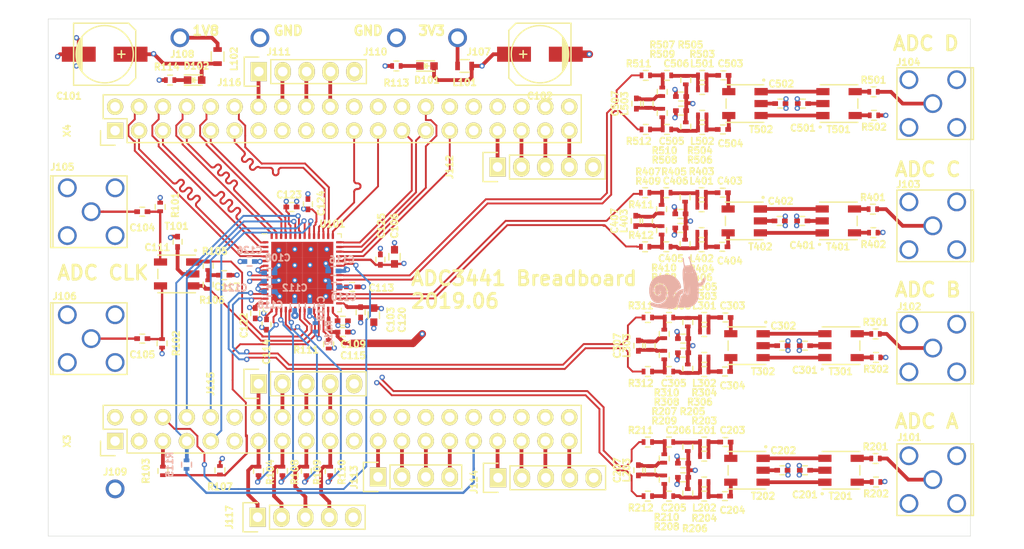
<source format=kicad_pcb>
(kicad_pcb (version 20190516) (host pcbnew "(5.1.0-1157-gc8cd95a71)")
  (layers (0 "F.Cu" signal) (1 "In1.Cu" signal) (2 "In2.Cu" signal) (31 "B.Cu" signal) (34 "B.Paste" user) (35 "F.Paste" user) (36 "B.SilkS" user) (37 "F.SilkS" user) (38 "B.Mask" user) (39 "F.Mask" user) (44 "Edge.Cuts" user))
  (net 0 "")
  (net 1 "+1V8")
  (net 2 "GND")
  (net 3 "+3V3")
  (net 4 "Net-(C104-Pad1)")
  (net 5 "Net-(C104-Pad2)")
  (net 6 "Net-(C105-Pad1)")
  (net 7 "Net-(C105-Pad2)")
  (net 8 "Net-(C111-Pad2)")
  (net 9 "/VCM")
  (net 10 "Net-(C117-Pad2)")
  (net 11 "Net-(C201-Pad1)")
  (net 12 "Net-(C202-Pad1)")
  (net 13 "Net-(C203-Pad1)")
  (net 14 "Net-(C203-Pad2)")
  (net 15 "Net-(C204-Pad2)")
  (net 16 "Net-(C204-Pad1)")
  (net 17 "Net-(C207-Pad1)")
  (net 18 "Net-(C207-Pad2)")
  (net 19 "Net-(C301-Pad1)")
  (net 20 "Net-(C302-Pad1)")
  (net 21 "Net-(C303-Pad2)")
  (net 22 "Net-(C303-Pad1)")
  (net 23 "Net-(C304-Pad1)")
  (net 24 "Net-(C304-Pad2)")
  (net 25 "Net-(C307-Pad2)")
  (net 26 "Net-(C307-Pad1)")
  (net 27 "Net-(C401-Pad1)")
  (net 28 "Net-(C402-Pad1)")
  (net 29 "Net-(C403-Pad1)")
  (net 30 "Net-(C403-Pad2)")
  (net 31 "Net-(C404-Pad1)")
  (net 32 "Net-(C404-Pad2)")
  (net 33 "Net-(C407-Pad2)")
  (net 34 "Net-(C407-Pad1)")
  (net 35 "Net-(C501-Pad1)")
  (net 36 "Net-(C502-Pad1)")
  (net 37 "Net-(C503-Pad2)")
  (net 38 "Net-(C503-Pad1)")
  (net 39 "Net-(C504-Pad1)")
  (net 40 "Net-(C504-Pad2)")
  (net 41 "Net-(C507-Pad2)")
  (net 42 "Net-(C507-Pad1)")
  (net 43 "Net-(D101-Pad1)")
  (net 44 "Net-(D102-Pad1)")
  (net 45 "Net-(J107-Pad1)")
  (net 46 "Net-(J108-Pad1)")
  (net 47 "Net-(J112-Pad1)")
  (net 48 "Net-(J112-Pad2)")
  (net 49 "Net-(J112-Pad3)")
  (net 50 "Net-(J112-Pad4)")
  (net 51 "Net-(J113-Pad4)")
  (net 52 "Net-(J113-Pad3)")
  (net 53 "Net-(J113-Pad2)")
  (net 54 "Net-(J113-Pad1)")
  (net 55 "Net-(J114-Pad1)")
  (net 56 "Net-(J114-Pad2)")
  (net 57 "Net-(J114-Pad3)")
  (net 58 "Net-(J114-Pad4)")
  (net 59 "Net-(J115-Pad4)")
  (net 60 "Net-(J115-Pad3)")
  (net 61 "Net-(J115-Pad2)")
  (net 62 "Net-(J115-Pad1)")
  (net 63 "Net-(J116-Pad1)")
  (net 64 "Net-(J116-Pad2)")
  (net 65 "Net-(J116-Pad3)")
  (net 66 "Net-(J116-Pad4)")
  (net 67 "Net-(L201-Pad2)")
  (net 68 "Net-(L202-Pad2)")
  (net 69 "Net-(L301-Pad2)")
  (net 70 "Net-(L302-Pad2)")
  (net 71 "Net-(L401-Pad2)")
  (net 72 "Net-(L402-Pad2)")
  (net 73 "Net-(L501-Pad2)")
  (net 74 "Net-(L502-Pad2)")
  (net 75 "Net-(R103-Pad1)")
  (net 76 "/ADC_RESET")
  (net 77 "/SCLK")
  (net 78 "/SDATA")
  (net 79 "/SDOUT")
  (net 80 "/SEN")
  (net 81 "Net-(R115-Pad2)")
  (net 82 "Net-(R201-Pad2)")
  (net 83 "Net-(R202-Pad2)")
  (net 84 "Net-(R207-Pad2)")
  (net 85 "Net-(R208-Pad2)")
  (net 86 "Net-(R301-Pad2)")
  (net 87 "Net-(R302-Pad2)")
  (net 88 "Net-(R307-Pad2)")
  (net 89 "Net-(R308-Pad2)")
  (net 90 "Net-(R401-Pad2)")
  (net 91 "Net-(R402-Pad2)")
  (net 92 "Net-(R407-Pad2)")
  (net 93 "Net-(R408-Pad2)")
  (net 94 "Net-(R501-Pad2)")
  (net 95 "Net-(R502-Pad2)")
  (net 96 "Net-(R507-Pad2)")
  (net 97 "Net-(R508-Pad2)")
  (net 98 "Net-(T201-Pad3)")
  (net 99 "Net-(T201-Pad1)")
  (net 100 "Net-(T301-Pad3)")
  (net 101 "Net-(T301-Pad1)")
  (net 102 "Net-(T401-Pad3)")
  (net 103 "Net-(T401-Pad1)")
  (net 104 "Net-(T501-Pad3)")
  (net 105 "Net-(T501-Pad1)")
  (net 106 "Net-(R107-Pad1)")
  (net 107 "Net-(R108-Pad1)")
  (net 108 "Net-(R109-Pad1)")
  (net 109 "Net-(R110-Pad1)")
  (net 110 "Net-(R111-Pad1)")
  (net 111 "Net-(R112-Pad1)")
  (net 112 "/ADC_A_P")
  (net 113 "/ADC_B_P")
  (net 114 "/ADC_C_P")
  (net 115 "/ADC_D_P")
  (net 116 "/PDN")
  (net 117 "/DCLK_P")
  (net 118 "/ADC_A_N")
  (net 119 "/ADC_B_N")
  (net 120 "/ADC_C_N")
  (net 121 "/ADC_D_N")
  (net 122 "/DA1_P")
  (net 123 "/DA1_N")
  (net 124 "/DA0_P")
  (net 125 "/DA0_N")
  (net 126 "/DD1_P")
  (net 127 "/DD1_N")
  (net 128 "/DD0_P")
  (net 129 "/DD0_N")
  (net 130 "/DC1_P")
  (net 131 "/DC1_N")
  (net 132 "/DC0_P")
  (net 133 "/DC0_N")
  (net 134 "/FCLK_P")
  (net 135 "/FCLK_N")
  (net 136 "/DCLK_N")
  (net 137 "/DB1_P")
  (net 138 "/DB1_N")
  (net 139 "/DB0_P")
  (net 140 "/DB0_N")
  (net 141 "/IN_P")
  (net 142 "/IN_P_3")
  (net 143 "/IN_P_2")
  (net 144 "/IN_P_1")
  (net 145 "/ADCCLK_P")
  (net 146 "/ADCCLK_N")
  (module "vna_footprints:snail" (layer "B.Cu") (at 177.8 72 180)
    (fp_text reference "G***" hide)
    (fp_text value "LOGO" hide)
  )
  (module "vna_footprints:732512200_SMA" (layer "F.Cu") (at 205 93 180)
    (fp_text reference "J101" (at 2.5 4.5) (layer "F.SilkS") (effects (font (size 0.7 0.7) (thickness 0.2))))
    (fp_text value "Conn_Coaxial")
    (pad "1" thru_hole circle (at 0 0 180) (size 2 2) (drill 1.5) (layers *.Cu *.Mask) (net 141 "/IN_P"))
    (pad "2" thru_hole circle (at -2.54 2.54 180) (size 2 2) (drill 1.5) (layers *.Cu *.Mask) (net 2 "GND"))
    (pad "2" thru_hole circle (at -2.54 -2.54 180) (size 2 2) (drill 1.5) (layers *.Cu *.Mask) (net 2 "GND"))
    (pad "2" thru_hole circle (at 2.54 -2.54 180) (size 2 2) (drill 1.5) (layers *.Cu *.Mask) (net 2 "GND"))
    (pad "2" thru_hole circle (at 2.54 2.54 180) (size 2 2) (drill 1.5) (layers *.Cu *.Mask) (net 2 "GND"))
  )
  (module "vna_footprints:732512200_SMA" (layer "F.Cu") (at 205 53 180)
    (fp_text reference "J104" (at 2.6 4.4) (layer "F.SilkS") (effects (font (size 0.7 0.7) (thickness 0.2))))
    (fp_text value "Conn_Coaxial")
    (pad "1" thru_hole circle (at 0 0 180) (size 2 2) (drill 1.5) (layers *.Cu *.Mask) (net 144 "/IN_P_1"))
    (pad "2" thru_hole circle (at -2.54 2.54 180) (size 2 2) (drill 1.5) (layers *.Cu *.Mask) (net 2 "GND"))
    (pad "2" thru_hole circle (at -2.54 -2.54 180) (size 2 2) (drill 1.5) (layers *.Cu *.Mask) (net 2 "GND"))
    (pad "2" thru_hole circle (at 2.54 -2.54 180) (size 2 2) (drill 1.5) (layers *.Cu *.Mask) (net 2 "GND"))
    (pad "2" thru_hole circle (at 2.54 2.54 180) (size 2 2) (drill 1.5) (layers *.Cu *.Mask) (net 2 "GND"))
  )
  (module "vna_footprints:732512200_SMA" (layer "F.Cu") (at 115.57 64.5)
    (fp_text reference "J105" (at -3.07 -4.75) (layer "F.SilkS") (effects (font (size 0.7 0.7) (thickness 0.2))))
    (fp_text value "Conn_Coaxial")
    (pad "1" thru_hole circle (at 0 0) (size 2 2) (drill 1.5) (layers *.Cu *.Mask) (net 5 "Net-(C104-Pad2)"))
    (pad "2" thru_hole circle (at -2.54 2.54) (size 2 2) (drill 1.5) (layers *.Cu *.Mask) (net 2 "GND"))
    (pad "2" thru_hole circle (at -2.54 -2.54) (size 2 2) (drill 1.5) (layers *.Cu *.Mask) (net 2 "GND"))
    (pad "2" thru_hole circle (at 2.54 -2.54) (size 2 2) (drill 1.5) (layers *.Cu *.Mask) (net 2 "GND"))
    (pad "2" thru_hole circle (at 2.54 2.54) (size 2 2) (drill 1.5) (layers *.Cu *.Mask) (net 2 "GND"))
  )
  (module "vna_footprints:732512200_SMA" (layer "F.Cu") (at 115.57 78)
    (fp_text reference "J106" (at -2.82 -4.5) (layer "F.SilkS") (effects (font (size 0.7 0.7) (thickness 0.2))))
    (fp_text value "Conn_Coaxial")
    (pad "1" thru_hole circle (at 0 0) (size 2 2) (drill 1.5) (layers *.Cu *.Mask) (net 7 "Net-(C105-Pad2)"))
    (pad "2" thru_hole circle (at -2.54 2.54) (size 2 2) (drill 1.5) (layers *.Cu *.Mask) (net 2 "GND"))
    (pad "2" thru_hole circle (at -2.54 -2.54) (size 2 2) (drill 1.5) (layers *.Cu *.Mask) (net 2 "GND"))
    (pad "2" thru_hole circle (at 2.54 -2.54) (size 2 2) (drill 1.5) (layers *.Cu *.Mask) (net 2 "GND"))
    (pad "2" thru_hole circle (at 2.54 2.54) (size 2 2) (drill 1.5) (layers *.Cu *.Mask) (net 2 "GND"))
  )
  (module "vna_footprints:732512200_SMA" (layer "F.Cu") (at 205 79 180)
    (fp_text reference "J102" (at 2.5 4.4) (layer "F.SilkS") (effects (font (size 0.7 0.7) (thickness 0.2))))
    (fp_text value "Conn_Coaxial")
    (pad "1" thru_hole circle (at 0 0 180) (size 2 2) (drill 1.5) (layers *.Cu *.Mask) (net 142 "/IN_P_3"))
    (pad "2" thru_hole circle (at -2.54 2.54 180) (size 2 2) (drill 1.5) (layers *.Cu *.Mask) (net 2 "GND"))
    (pad "2" thru_hole circle (at -2.54 -2.54 180) (size 2 2) (drill 1.5) (layers *.Cu *.Mask) (net 2 "GND"))
    (pad "2" thru_hole circle (at 2.54 -2.54 180) (size 2 2) (drill 1.5) (layers *.Cu *.Mask) (net 2 "GND"))
    (pad "2" thru_hole circle (at 2.54 2.54 180) (size 2 2) (drill 1.5) (layers *.Cu *.Mask) (net 2 "GND"))
  )
  (module "vna_footprints:732512200_SMA" (layer "F.Cu") (at 205 66 180)
    (fp_text reference "J103" (at 2.6 4.4) (layer "F.SilkS") (effects (font (size 0.7 0.7) (thickness 0.2))))
    (fp_text value "Conn_Coaxial")
    (pad "1" thru_hole circle (at 0 0 180) (size 2 2) (drill 1.5) (layers *.Cu *.Mask) (net 143 "/IN_P_2"))
    (pad "2" thru_hole circle (at -2.54 2.54 180) (size 2 2) (drill 1.5) (layers *.Cu *.Mask) (net 2 "GND"))
    (pad "2" thru_hole circle (at -2.54 -2.54 180) (size 2 2) (drill 1.5) (layers *.Cu *.Mask) (net 2 "GND"))
    (pad "2" thru_hole circle (at 2.54 -2.54 180) (size 2 2) (drill 1.5) (layers *.Cu *.Mask) (net 2 "GND"))
    (pad "2" thru_hole circle (at 2.54 2.54 180) (size 2 2) (drill 1.5) (layers *.Cu *.Mask) (net 2 "GND"))
  )
  (module "Pin_Headers:Pin_Header_Straight_1x05" (layer "F.Cu") (at 133.25 97 90)
    (fp_text reference "J117" (at 0 -3 90) (layer "F.SilkS") (effects (font (size 0.7 0.7) (thickness 0.2))))
    (fp_text value "Conn_01x05")
    (pad "5" thru_hole oval (at 0 10.16 90) (size 2.032 1.7272) (drill 1.016) (layers *.Cu *.Mask "F.SilkS") (net 2 "GND"))
    (pad "4" thru_hole oval (at 0 7.62 90) (size 2.032 1.7272) (drill 1.016) (layers *.Cu *.Mask "F.SilkS") (net 80 "/SEN"))
    (pad "3" thru_hole oval (at 0 5.08 90) (size 2.032 1.7272) (drill 1.016) (layers *.Cu *.Mask "F.SilkS") (net 79 "/SDOUT"))
    (pad "2" thru_hole oval (at 0 2.54 90) (size 2.032 1.7272) (drill 1.016) (layers *.Cu *.Mask "F.SilkS") (net 78 "/SDATA"))
    (pad "1" thru_hole rect (at 0 0 90) (size 2.032 1.7272) (drill 1.016) (layers *.Cu *.Mask "F.SilkS") (net 77 "/SCLK"))
  )
  (module "Pin_Headers:Pin_Header_Straight_1x05" (layer "F.Cu") (at 133.38 49.6 90)
    (fp_text reference "J116" (at -1.15 -3.13 180) (layer "F.SilkS") (effects (font (size 0.7 0.7) (thickness 0.2))))
    (fp_text value "Conn_01x05")
    (pad "5" thru_hole oval (at 0 10.16 90) (size 2.032 1.7272) (drill 1.016) (layers *.Cu *.Mask "F.SilkS") (net 2 "GND"))
    (pad "4" thru_hole oval (at 0 7.62 90) (size 2.032 1.7272) (drill 1.016) (layers *.Cu *.Mask "F.SilkS") (net 66 "Net-(J116-Pad4)"))
    (pad "3" thru_hole oval (at 0 5.08 90) (size 2.032 1.7272) (drill 1.016) (layers *.Cu *.Mask "F.SilkS") (net 65 "Net-(J116-Pad3)"))
    (pad "2" thru_hole oval (at 0 2.54 90) (size 2.032 1.7272) (drill 1.016) (layers *.Cu *.Mask "F.SilkS") (net 64 "Net-(J116-Pad2)"))
    (pad "1" thru_hole rect (at 0 0 90) (size 2.032 1.7272) (drill 1.016) (layers *.Cu *.Mask "F.SilkS") (net 63 "Net-(J116-Pad1)"))
  )
  (module "Pin_Headers:Pin_Header_Straight_1x05" (layer "F.Cu") (at 133.35 82.804 90)
    (fp_text reference "J115" (at 0 -5.1 90) (layer "F.SilkS") (effects (font (size 0.7 0.7) (thickness 0.2))))
    (fp_text value "Conn_01x05")
    (pad "5" thru_hole oval (at 0 10.16 90) (size 2.032 1.7272) (drill 1.016) (layers *.Cu *.Mask "F.SilkS") (net 2 "GND"))
    (pad "4" thru_hole oval (at 0 7.62 90) (size 2.032 1.7272) (drill 1.016) (layers *.Cu *.Mask "F.SilkS") (net 59 "Net-(J115-Pad4)"))
    (pad "3" thru_hole oval (at 0 5.08 90) (size 2.032 1.7272) (drill 1.016) (layers *.Cu *.Mask "F.SilkS") (net 60 "Net-(J115-Pad3)"))
    (pad "2" thru_hole oval (at 0 2.54 90) (size 2.032 1.7272) (drill 1.016) (layers *.Cu *.Mask "F.SilkS") (net 61 "Net-(J115-Pad2)"))
    (pad "1" thru_hole rect (at 0 0 90) (size 2.032 1.7272) (drill 1.016) (layers *.Cu *.Mask "F.SilkS") (net 62 "Net-(J115-Pad1)"))
  )
  (module "Pin_Headers:Pin_Header_Straight_1x05" (layer "F.Cu") (at 158.8 92.8 90)
    (fp_text reference "J114" (at -0.45 -2.55 90) (layer "F.SilkS") (effects (font (size 0.7 0.7) (thickness 0.2))))
    (fp_text value "Conn_01x05")
    (pad "5" thru_hole oval (at 0 10.16 90) (size 2.032 1.7272) (drill 1.016) (layers *.Cu *.Mask "F.SilkS") (net 2 "GND"))
    (pad "4" thru_hole oval (at 0 7.62 90) (size 2.032 1.7272) (drill 1.016) (layers *.Cu *.Mask "F.SilkS") (net 58 "Net-(J114-Pad4)"))
    (pad "3" thru_hole oval (at 0 5.08 90) (size 2.032 1.7272) (drill 1.016) (layers *.Cu *.Mask "F.SilkS") (net 57 "Net-(J114-Pad3)"))
    (pad "2" thru_hole oval (at 0 2.54 90) (size 2.032 1.7272) (drill 1.016) (layers *.Cu *.Mask "F.SilkS") (net 56 "Net-(J114-Pad2)"))
    (pad "1" thru_hole rect (at 0 0 90) (size 2.032 1.7272) (drill 1.016) (layers *.Cu *.Mask "F.SilkS") (net 55 "Net-(J114-Pad1)"))
  )
  (module "Pin_Headers:Pin_Header_Straight_1x05" (layer "F.Cu") (at 158.75 59.75 90)
    (fp_text reference "J112" (at 0 -5.1 90) (layer "F.SilkS") (effects (font (size 0.7 0.7) (thickness 0.2))))
    (fp_text value "Conn_01x05")
    (pad "5" thru_hole oval (at 0 10.16 90) (size 2.032 1.7272) (drill 1.016) (layers *.Cu *.Mask "F.SilkS") (net 2 "GND"))
    (pad "4" thru_hole oval (at 0 7.62 90) (size 2.032 1.7272) (drill 1.016) (layers *.Cu *.Mask "F.SilkS") (net 50 "Net-(J112-Pad4)"))
    (pad "3" thru_hole oval (at 0 5.08 90) (size 2.032 1.7272) (drill 1.016) (layers *.Cu *.Mask "F.SilkS") (net 49 "Net-(J112-Pad3)"))
    (pad "2" thru_hole oval (at 0 2.54 90) (size 2.032 1.7272) (drill 1.016) (layers *.Cu *.Mask "F.SilkS") (net 48 "Net-(J112-Pad2)"))
    (pad "1" thru_hole rect (at 0 0 90) (size 2.032 1.7272) (drill 1.016) (layers *.Cu *.Mask "F.SilkS") (net 47 "Net-(J112-Pad1)"))
  )
  (module "Capacitors_SMD:c_elec_6.3x5.8" (layer "F.Cu") (at 116.99918 47.75)
    (fp_text reference "C101" (at -3.79918 4.45 180) (layer "F.SilkS") (effects (font (size 0.7 0.7) (thickness 0.2))))
    (fp_text value "220 uF")
    (pad "1" smd rect (at 2.75082 0) (size 3.59918 1.6002) (layers "F.Cu" "F.Paste" "F.Mask") (net 1 "+1V8"))
    (pad "2" smd rect (at -2.75082 0) (size 3.59918 1.6002) (layers "F.Cu" "F.Paste" "F.Mask") (net 2 "GND"))
  )
  (module "Capacitors_SMD:c_elec_6.3x5.8" (layer "F.Cu") (at 163.25 47.75 180)
    (fp_text reference "C102" (at 0 -4.445) (layer "F.SilkS") (effects (font (size 0.7 0.7) (thickness 0.2))))
    (fp_text value "220 uF")
    (pad "2" smd rect (at -2.75082 0 180) (size 3.59918 1.6002) (layers "F.Cu" "F.Paste" "F.Mask") (net 2 "GND"))
    (pad "1" smd rect (at 2.75082 0 180) (size 3.59918 1.6002) (layers "F.Cu" "F.Paste" "F.Mask") (net 3 "+3V3"))
  )
  (module "Capacitors_SMD:C_0603" (layer "F.Cu") (at 145.6 75.5 270)
    (fp_text reference "C103" (at 0.5 -1.8 90) (layer "F.SilkS") (effects (font (size 0.7 0.7) (thickness 0.2))))
    (fp_text value "10 uF")
    (pad "1" smd rect (at -0.75 0 270) (size 0.8 0.75) (layers "F.Cu" "F.Paste" "F.Mask") (net 1 "+1V8"))
    (pad "2" smd rect (at 0.75 0 270) (size 0.8 0.75) (layers "F.Cu" "F.Paste" "F.Mask") (net 2 "GND"))
  )
  (module "Capacitors_SMD:C_0402" (layer "F.Cu") (at 121 64.5 180)
    (fp_text reference "C104" (at 0 -1.7) (layer "F.SilkS") (effects (font (size 0.7 0.7) (thickness 0.2))))
    (fp_text value "100 nF")
    (pad "1" smd rect (at -0.55 0 180) (size 0.6 0.5) (layers "F.Cu" "F.Paste" "F.Mask") (net 4 "Net-(C104-Pad1)"))
    (pad "2" smd rect (at 0.55 0 180) (size 0.6 0.5) (layers "F.Cu" "F.Paste" "F.Mask") (net 5 "Net-(C104-Pad2)"))
  )
  (module "Capacitors_SMD:C_0402" (layer "F.Cu") (at 121 78 180)
    (fp_text reference "C105" (at 0 -1.7) (layer "F.SilkS") (effects (font (size 0.7 0.7) (thickness 0.2))))
    (fp_text value "100 nF")
    (pad "1" smd rect (at -0.55 0 180) (size 0.6 0.5) (layers "F.Cu" "F.Paste" "F.Mask") (net 6 "Net-(C105-Pad1)"))
    (pad "2" smd rect (at 0.55 0 180) (size 0.6 0.5) (layers "F.Cu" "F.Paste" "F.Mask") (net 7 "Net-(C105-Pad2)"))
  )
  (module "Capacitors_SMD:C_0603" (layer "F.Cu") (at 147.8 69.3 90)
    (fp_text reference "C106" (at 3.3 0 90) (layer "F.SilkS") (effects (font (size 0.7 0.7) (thickness 0.2))))
    (fp_text value "10 uF")
    (pad "2" smd rect (at 0.75 0 90) (size 0.8 0.75) (layers "F.Cu" "F.Paste" "F.Mask") (net 2 "GND"))
    (pad "1" smd rect (at -0.75 0 90) (size 0.8 0.75) (layers "F.Cu" "F.Paste" "F.Mask") (net 3 "+3V3"))
  )
  (module "Capacitors_SMD:C_0402" (layer "B.Cu") (at 134.5 71)
    (fp_text reference "C108" (at 0.9 -1.6) (layer "B.SilkS") (effects (font (size 0.7 0.7) (thickness 0.2)) (justify mirror)))
    (fp_text value "100 nF")
    (pad "1" smd rect (at -0.55 0) (size 0.6 0.5) (layers "B.Cu" "B.Paste" "B.Mask") (net 1 "+1V8"))
    (pad "2" smd rect (at 0.55 0) (size 0.6 0.5) (layers "B.Cu" "B.Paste" "B.Mask") (net 2 "GND"))
  )
  (module "Capacitors_SMD:C_0402" (layer "F.Cu") (at 142.3 76.1)
    (fp_text reference "C109" (at 1.1 2.5) (layer "F.SilkS") (effects (font (size 0.7 0.7) (thickness 0.2))))
    (fp_text value "100 nF")
    (pad "2" smd rect (at 0.55 0) (size 0.6 0.5) (layers "F.Cu" "F.Paste" "F.Mask") (net 2 "GND"))
    (pad "1" smd rect (at -0.55 0) (size 0.6 0.5) (layers "F.Cu" "F.Paste" "F.Mask") (net 1 "+1V8"))
  )
  (module "Capacitors_SMD:C_0402" (layer "B.Cu") (at 141.4 72.5 180)
    (fp_text reference "C110" (at -1 -1.1) (layer "B.SilkS") (effects (font (size 0.7 0.7) (thickness 0.2)) (justify mirror)))
    (fp_text value "100 nF")
    (pad "1" smd rect (at -0.55 0 180) (size 0.6 0.5) (layers "B.Cu" "B.Paste" "B.Mask") (net 1 "+1V8"))
    (pad "2" smd rect (at 0.55 0 180) (size 0.6 0.5) (layers "B.Cu" "B.Paste" "B.Mask") (net 2 "GND"))
  )
  (module "Capacitors_SMD:C_0402" (layer "F.Cu") (at 124.75 67.7 270)
    (fp_text reference "C111" (at 0.6 2.15 180) (layer "F.SilkS") (effects (font (size 0.7 0.7) (thickness 0.2))))
    (fp_text value "100 nF")
    (pad "2" smd rect (at 0.55 0 270) (size 0.6 0.5) (layers "F.Cu" "F.Paste" "F.Mask") (net 8 "Net-(C111-Pad2)"))
    (pad "1" smd rect (at -0.55 0 270) (size 0.6 0.5) (layers "F.Cu" "F.Paste" "F.Mask") (net 2 "GND"))
  )
  (module "Capacitors_SMD:C_0402" (layer "B.Cu") (at 137.2 74.5 90)
    (fp_text reference "C112" (at 1.9 0 180) (layer "B.SilkS") (effects (font (size 0.7 0.7) (thickness 0.2)) (justify mirror)))
    (fp_text value "100 nF")
    (pad "2" smd rect (at 0.55 0 90) (size 0.6 0.5) (layers "B.Cu" "B.Paste" "B.Mask") (net 2 "GND"))
    (pad "1" smd rect (at -0.55 0 90) (size 0.6 0.5) (layers "B.Cu" "B.Paste" "B.Mask") (net 1 "+1V8"))
  )
  (module "Capacitors_SMD:C_0402" (layer "F.Cu") (at 143.3 72.5)
    (fp_text reference "C113" (at 3.1 0.1) (layer "F.SilkS") (effects (font (size 0.7 0.7) (thickness 0.2))))
    (fp_text value "100 nF")
    (pad "1" smd rect (at -0.55 0) (size 0.6 0.5) (layers "F.Cu" "F.Paste" "F.Mask") (net 1 "+1V8"))
    (pad "2" smd rect (at 0.55 0) (size 0.6 0.5) (layers "F.Cu" "F.Paste" "F.Mask") (net 2 "GND"))
  )
  (module "Capacitors_SMD:C_0402" (layer "F.Cu") (at 134.2 76.5 270)
    (fp_text reference "C114" (at 2.9 0 90) (layer "F.SilkS") (effects (font (size 0.7 0.7) (thickness 0.2))))
    (fp_text value "100 nF")
    (pad "2" smd rect (at 0.55 0 270) (size 0.6 0.5) (layers "F.Cu" "F.Paste" "F.Mask") (net 2 "GND"))
    (pad "1" smd rect (at -0.55 0 270) (size 0.6 0.5) (layers "F.Cu" "F.Paste" "F.Mask") (net 1 "+1V8"))
  )
  (module "Capacitors_SMD:C_0402" (layer "F.Cu") (at 142.3 77.3)
    (fp_text reference "C115" (at 1.1 2.5) (layer "F.SilkS") (effects (font (size 0.7 0.7) (thickness 0.2))))
    (fp_text value "100 nF")
    (pad "1" smd rect (at -0.55 0) (size 0.6 0.5) (layers "F.Cu" "F.Paste" "F.Mask") (net 9 "/VCM"))
    (pad "2" smd rect (at 0.55 0) (size 0.6 0.5) (layers "F.Cu" "F.Paste" "F.Mask") (net 2 "GND"))
  )
  (module "Capacitors_SMD:C_0402" (layer "B.Cu") (at 141.3 70.8 180)
    (fp_text reference "C116" (at -0.9 1.2) (layer "B.SilkS") (effects (font (size 0.7 0.7) (thickness 0.2)) (justify mirror)))
    (fp_text value "100 nF")
    (pad "1" smd rect (at -0.55 0 180) (size 0.6 0.5) (layers "B.Cu" "B.Paste" "B.Mask") (net 1 "+1V8"))
    (pad "2" smd rect (at 0.55 0 180) (size 0.6 0.5) (layers "B.Cu" "B.Paste" "B.Mask") (net 2 "GND"))
  )
  (module "Capacitors_SMD:C_0402" (layer "F.Cu") (at 129.7 71.25 180)
    (fp_text reference "C117" (at -0.3 -1.25 180) (layer "F.SilkS") (effects (font (size 0.7 0.7) (thickness 0.2))))
    (fp_text value "100 nF")
    (pad "2" smd rect (at 0.55 0 180) (size 0.6 0.5) (layers "F.Cu" "F.Paste" "F.Mask") (net 10 "Net-(C117-Pad2)"))
    (pad "1" smd rect (at -0.55 0 180) (size 0.6 0.5) (layers "F.Cu" "F.Paste" "F.Mask") (net 2 "GND"))
  )
  (module "Capacitors_SMD:C_0402" (layer "B.Cu") (at 134.5 73)
    (fp_text reference "C118" (at 0.1 1.4) (layer "B.SilkS") (effects (font (size 0.7 0.7) (thickness 0.2)) (justify mirror)))
    (fp_text value "100 nF")
    (pad "2" smd rect (at 0.55 0) (size 0.6 0.5) (layers "B.Cu" "B.Paste" "B.Mask") (net 2 "GND"))
    (pad "1" smd rect (at -0.55 0) (size 0.6 0.5) (layers "B.Cu" "B.Paste" "B.Mask") (net 1 "+1V8"))
  )
  (module "Capacitors_SMD:C_0402" (layer "B.Cu") (at 138.8 74.5 90)
    (fp_text reference "C119" (at -0.3 1.2 90) (layer "B.SilkS") (effects (font (size 0.7 0.7) (thickness 0.2)) (justify mirror)))
    (fp_text value "100 nF")
    (pad "1" smd rect (at -0.55 0 90) (size 0.6 0.5) (layers "B.Cu" "B.Paste" "B.Mask") (net 1 "+1V8"))
    (pad "2" smd rect (at 0.55 0 90) (size 0.6 0.5) (layers "B.Cu" "B.Paste" "B.Mask") (net 2 "GND"))
  )
  (module "Capacitors_SMD:C_0402" (layer "F.Cu") (at 144.2 75.2 270)
    (fp_text reference "C120" (at 0.8 -4.4 90) (layer "F.SilkS") (effects (font (size 0.7 0.7) (thickness 0.2))))
    (fp_text value "100 nF")
    (pad "2" smd rect (at 0.55 0 270) (size 0.6 0.5) (layers "F.Cu" "F.Paste" "F.Mask") (net 2 "GND"))
    (pad "1" smd rect (at -0.55 0 270) (size 0.6 0.5) (layers "F.Cu" "F.Paste" "F.Mask") (net 1 "+1V8"))
  )
  (module "Capacitors_SMD:C_0402" (layer "B.Cu") (at 134.5 71.9)
    (fp_text reference "C121" (at -3.7 0.7) (layer "B.SilkS") (effects (font (size 0.7 0.7) (thickness 0.2)) (justify mirror)))
    (fp_text value "100 nF")
    (pad "1" smd rect (at -0.55 0) (size 0.6 0.5) (layers "B.Cu" "B.Paste" "B.Mask") (net 1 "+1V8"))
    (pad "2" smd rect (at 0.55 0) (size 0.6 0.5) (layers "B.Cu" "B.Paste" "B.Mask") (net 2 "GND"))
  )
  (module "Capacitors_SMD:C_0402" (layer "F.Cu") (at 133 75.3 270)
    (fp_text reference "C122" (at 1.3 1.2 90) (layer "F.SilkS") (effects (font (size 0.7 0.7) (thickness 0.2))))
    (fp_text value "100 nF")
    (pad "2" smd rect (at 0.55 0 270) (size 0.6 0.5) (layers "F.Cu" "F.Paste" "F.Mask") (net 2 "GND"))
    (pad "1" smd rect (at -0.55 0 270) (size 0.6 0.5) (layers "F.Cu" "F.Paste" "F.Mask") (net 1 "+1V8"))
  )
  (module "Capacitors_SMD:C_0402" (layer "F.Cu") (at 136.85 64)
    (fp_text reference "C123" (at -0.25 -1.3) (layer "F.SilkS") (effects (font (size 0.7 0.7) (thickness 0.2))))
    (fp_text value "220 nF")
    (pad "2" smd rect (at 0.55 0) (size 0.6 0.5) (layers "F.Cu" "F.Paste" "F.Mask") (net 2 "GND"))
    (pad "1" smd rect (at -0.55 0) (size 0.6 0.5) (layers "F.Cu" "F.Paste" "F.Mask") (net 3 "+3V3"))
  )
  (module "Capacitors_SMD:C_0402" (layer "F.Cu") (at 138.6 63.7 90)
    (fp_text reference "C124" (at 0.1 1.4 270) (layer "F.SilkS") (effects (font (size 0.7 0.7) (thickness 0.2))))
    (fp_text value "220 nF")
    (pad "1" smd rect (at -0.55 0 90) (size 0.6 0.5) (layers "F.Cu" "F.Paste" "F.Mask") (net 3 "+3V3"))
    (pad "2" smd rect (at 0.55 0 90) (size 0.6 0.5) (layers "F.Cu" "F.Paste" "F.Mask") (net 2 "GND"))
  )
  (module "Capacitors_SMD:C_0402" (layer "F.Cu") (at 146.3 69.6 90)
    (fp_text reference "C125" (at 3.6 0.1 90) (layer "F.SilkS") (effects (font (size 0.7 0.7) (thickness 0.2))))
    (fp_text value "220 nF")
    (pad "2" smd rect (at 0.55 0 90) (size 0.6 0.5) (layers "F.Cu" "F.Paste" "F.Mask") (net 2 "GND"))
    (pad "1" smd rect (at -0.55 0 90) (size 0.6 0.5) (layers "F.Cu" "F.Paste" "F.Mask") (net 3 "+3V3"))
  )
  (module "Capacitors_SMD:C_0402" (layer "B.Cu") (at 132.4 69.8 180)
    (fp_text reference "C126" (at 0 1.2) (layer "B.SilkS") (effects (font (size 0.7 0.7) (thickness 0.2)) (justify mirror)))
    (fp_text value "220 nF")
    (pad "1" smd rect (at -0.55 0 180) (size 0.6 0.5) (layers "B.Cu" "B.Paste" "B.Mask") (net 3 "+3V3"))
    (pad "2" smd rect (at 0.55 0 180) (size 0.6 0.5) (layers "B.Cu" "B.Paste" "B.Mask") (net 2 "GND"))
  )
  (module "Capacitors_SMD:C_0402" (layer "F.Cu") (at 191.2 53 180)
    (fp_text reference "C501" (at 0 -2.6) (layer "F.SilkS") (effects (font (size 0.7 0.7) (thickness 0.2))))
    (fp_text value "100 nF")
    (pad "1" smd rect (at -0.55 0 180) (size 0.6 0.5) (layers "F.Cu" "F.Paste" "F.Mask") (net 35 "Net-(C501-Pad1)"))
    (pad "2" smd rect (at 0.55 0 180) (size 0.6 0.5) (layers "F.Cu" "F.Paste" "F.Mask") (net 2 "GND"))
  )
  (module "Capacitors_SMD:C_0402" (layer "F.Cu") (at 188.8 53)
    (fp_text reference "C502" (at 0.1 -2.1) (layer "F.SilkS") (effects (font (size 0.7 0.7) (thickness 0.2))))
    (fp_text value "100 nF")
    (pad "2" smd rect (at 0.55 0) (size 0.6 0.5) (layers "F.Cu" "F.Paste" "F.Mask") (net 2 "GND"))
    (pad "1" smd rect (at -0.55 0) (size 0.6 0.5) (layers "F.Cu" "F.Paste" "F.Mask") (net 36 "Net-(C502-Pad1)"))
  )
  (module "Capacitors_SMD:C_0402" (layer "F.Cu") (at 182.75 50)
    (fp_text reference "C503" (at 0.75 -1.25) (layer "F.SilkS") (effects (font (size 0.7 0.7) (thickness 0.2))))
    (fp_text value "100 nF")
    (pad "2" smd rect (at 0.55 0) (size 0.6 0.5) (layers "F.Cu" "F.Paste" "F.Mask") (net 37 "Net-(C503-Pad2)"))
    (pad "1" smd rect (at -0.55 0) (size 0.6 0.5) (layers "F.Cu" "F.Paste" "F.Mask") (net 38 "Net-(C503-Pad1)"))
  )
  (module "Capacitors_SMD:C_0402" (layer "F.Cu") (at 182.7 55.75)
    (fp_text reference "C504" (at 0.8 1.5) (layer "F.SilkS") (effects (font (size 0.7 0.7) (thickness 0.2))))
    (fp_text value "100 nF")
    (pad "1" smd rect (at -0.55 0) (size 0.6 0.5) (layers "F.Cu" "F.Paste" "F.Mask") (net 39 "Net-(C504-Pad1)"))
    (pad "2" smd rect (at 0.55 0) (size 0.6 0.5) (layers "F.Cu" "F.Paste" "F.Mask") (net 40 "Net-(C504-Pad2)"))
  )
  (module "Capacitors_SMD:C_0402" (layer "F.Cu") (at 178.25 53.75)
    (fp_text reference "C505" (at -1 3.25) (layer "F.SilkS") (effects (font (size 0.7 0.7) (thickness 0.2))))
    (fp_text value "100 nF")
    (pad "2" smd rect (at 0.55 0) (size 0.6 0.5) (layers "F.Cu" "F.Paste" "F.Mask") (net 9 "/VCM"))
    (pad "1" smd rect (at -0.55 0) (size 0.6 0.5) (layers "F.Cu" "F.Paste" "F.Mask") (net 2 "GND"))
  )
  (module "Capacitors_SMD:C_0402" (layer "F.Cu") (at 178.25 52.25)
    (fp_text reference "C506" (at -0.5 -3.5) (layer "F.SilkS") (effects (font (size 0.7 0.7) (thickness 0.2))))
    (fp_text value "100 nF")
    (pad "1" smd rect (at -0.55 0) (size 0.6 0.5) (layers "F.Cu" "F.Paste" "F.Mask") (net 2 "GND"))
    (pad "2" smd rect (at 0.55 0) (size 0.6 0.5) (layers "F.Cu" "F.Paste" "F.Mask") (net 9 "/VCM"))
  )
  (module "Capacitors_SMD:C_0402" (layer "F.Cu") (at 173.5 53 90)
    (fp_text reference "C507" (at 0 -2.25 90) (layer "F.SilkS") (effects (font (size 0.7 0.7) (thickness 0.2))))
    (fp_text value "10 pF")
    (pad "2" smd rect (at 0.55 0 90) (size 0.6 0.5) (layers "F.Cu" "F.Paste" "F.Mask") (net 41 "Net-(C507-Pad2)"))
    (pad "1" smd rect (at -0.55 0 90) (size 0.6 0.5) (layers "F.Cu" "F.Paste" "F.Mask") (net 42 "Net-(C507-Pad1)"))
  )
  (module "LEDs:LED_0603" (layer "F.Cu") (at 151.2507 49)
    (fp_text reference "D101" (at -0.0007 1.5) (layer "F.SilkS") (effects (font (size 0.7 0.7) (thickness 0.2))))
    (fp_text value "LED")
    (pad "1" smd rect (at -0.7493 0 180) (size 0.79756 0.79756) (layers "F.Cu" "F.Paste" "F.Mask") (net 43 "Net-(D101-Pad1)"))
    (pad "2" smd rect (at 0.7493 0 180) (size 0.79756 0.79756) (layers "F.Cu" "F.Paste" "F.Mask") (net 3 "+3V3"))
  )
  (module "LEDs:LED_0603" (layer "F.Cu") (at 126.56 50.5)
    (fp_text reference "D102" (at 0.19 -1.5) (layer "F.SilkS") (effects (font (size 0.7 0.7) (thickness 0.2))))
    (fp_text value "LED")
    (pad "2" smd rect (at 0.7493 0 180) (size 0.79756 0.79756) (layers "F.Cu" "F.Paste" "F.Mask") (net 1 "+1V8"))
    (pad "1" smd rect (at -0.7493 0 180) (size 0.79756 0.79756) (layers "F.Cu" "F.Paste" "F.Mask") (net 44 "Net-(D102-Pad1)"))
  )
  (module "vna_footprints:TURRET_MILLMAX_2101" (layer "F.Cu") (at 154.5 46)
    (fp_text reference "J107" (at 2.25 1.5 180) (layer "F.SilkS") (effects (font (size 0.7 0.7) (thickness 0.2))))
    (fp_text value "Conn_01x01")
    (pad "1" thru_hole circle (at 0 0) (size 2 2) (drill 1.35) (layers *.Cu *.Mask) (net 45 "Net-(J107-Pad1)"))
  )
  (module "vna_footprints:TURRET_MILLMAX_2101" (layer "F.Cu") (at 125 46)
    (fp_text reference "J108" (at 0.25 1.75) (layer "F.SilkS") (effects (font (size 0.7 0.7) (thickness 0.2))))
    (fp_text value "Conn_01x01")
    (pad "1" thru_hole circle (at 0 0) (size 2 2) (drill 1.35) (layers *.Cu *.Mask) (net 46 "Net-(J108-Pad1)"))
  )
  (module "vna_footprints:TURRET_MILLMAX_2101" (layer "F.Cu") (at 118.11 93.98)
    (fp_text reference "J109" (at 0 -1.8) (layer "F.SilkS") (effects (font (size 0.7 0.7) (thickness 0.2))))
    (fp_text value "Conn_01x01")
    (pad "1" thru_hole circle (at 0 0) (size 2 2) (drill 1.35) (layers *.Cu *.Mask) (net 2 "GND"))
  )
  (module "vna_footprints:TURRET_MILLMAX_2101" (layer "F.Cu") (at 148 46)
    (fp_text reference "J110" (at -2.25 1.5) (layer "F.SilkS") (effects (font (size 0.7 0.7) (thickness 0.2))))
    (fp_text value "Conn_01x01")
    (pad "1" thru_hole circle (at 0 0) (size 2 2) (drill 1.35) (layers *.Cu *.Mask) (net 2 "GND"))
  )
  (module "vna_footprints:TURRET_MILLMAX_2101" (layer "F.Cu") (at 133.5 46)
    (fp_text reference "J111" (at 2 1.5) (layer "F.SilkS") (effects (font (size 0.7 0.7) (thickness 0.2))))
    (fp_text value "Conn_01x01")
    (pad "1" thru_hole circle (at 0 0) (size 2 2) (drill 1.35) (layers *.Cu *.Mask) (net 2 "GND"))
  )
  (module "Pin_Headers:Pin_Header_Straight_1x04" (layer "F.Cu") (at 146.05 92.71 90)
    (fp_text reference "J113" (at -0.04 -2.55 90) (layer "F.SilkS") (effects (font (size 0.7 0.7) (thickness 0.2))))
    (fp_text value "Conn_01x04")
    (pad "4" thru_hole oval (at 0 7.62 90) (size 2.032 1.7272) (drill 1.016) (layers *.Cu *.Mask "F.SilkS") (net 51 "Net-(J113-Pad4)"))
    (pad "3" thru_hole oval (at 0 5.08 90) (size 2.032 1.7272) (drill 1.016) (layers *.Cu *.Mask "F.SilkS") (net 52 "Net-(J113-Pad3)"))
    (pad "2" thru_hole oval (at 0 2.54 90) (size 2.032 1.7272) (drill 1.016) (layers *.Cu *.Mask "F.SilkS") (net 53 "Net-(J113-Pad2)"))
    (pad "1" thru_hole rect (at 0 0 90) (size 2.032 1.7272) (drill 1.016) (layers *.Cu *.Mask "F.SilkS") (net 54 "Net-(J113-Pad1)"))
  )
  (module "Resistors_SMD:R_0603" (layer "F.Cu") (at 155.25 49)
    (fp_text reference "L101" (at 0 1.75) (layer "F.SilkS") (effects (font (size 0.7 0.7) (thickness 0.2))))
    (fp_text value "L_Small")
    (pad "1" smd rect (at -0.75 0) (size 0.5 0.9) (layers "F.Cu" "F.Paste" "F.Mask") (net 45 "Net-(J107-Pad1)"))
    (pad "2" smd rect (at 0.75 0) (size 0.5 0.9) (layers "F.Cu" "F.Paste" "F.Mask") (net 3 "+3V3"))
  )
  (module "Resistors_SMD:R_0603" (layer "F.Cu") (at 129 48 270)
    (fp_text reference "L102" (at 0.25 -1.75 90) (layer "F.SilkS") (effects (font (size 0.7 0.7) (thickness 0.2))))
    (fp_text value "L_Small")
    (pad "2" smd rect (at 0.75 0 270) (size 0.5 0.9) (layers "F.Cu" "F.Paste" "F.Mask") (net 1 "+1V8"))
    (pad "1" smd rect (at -0.75 0 270) (size 0.5 0.9) (layers "F.Cu" "F.Paste" "F.Mask") (net 46 "Net-(J108-Pad1)"))
  )
  (module "Resistors_SMD:R_0402" (layer "F.Cu") (at 180.5 51.5 180)
    (fp_text reference "L501" (at 0 2.75 180) (layer "F.SilkS") (effects (font (size 0.7 0.7) (thickness 0.2))))
    (fp_text value "39 nH")
    (pad "2" smd rect (at 0.45 0 180) (size 0.4 0.6) (layers "F.Cu" "F.Paste" "F.Mask") (net 73 "Net-(L501-Pad2)"))
    (pad "1" smd rect (at -0.45 0 180) (size 0.4 0.6) (layers "F.Cu" "F.Paste" "F.Mask") (net 38 "Net-(C503-Pad1)"))
  )
  (module "Resistors_SMD:R_0402" (layer "F.Cu") (at 180.5 54.25 180)
    (fp_text reference "L502" (at 0 -2.75) (layer "F.SilkS") (effects (font (size 0.7 0.7) (thickness 0.2))))
    (fp_text value "39 nH")
    (pad "2" smd rect (at 0.45 0 180) (size 0.4 0.6) (layers "F.Cu" "F.Paste" "F.Mask") (net 74 "Net-(L502-Pad2)"))
    (pad "1" smd rect (at -0.45 0 180) (size 0.4 0.6) (layers "F.Cu" "F.Paste" "F.Mask") (net 39 "Net-(C504-Pad1)"))
  )
  (module "Resistors_SMD:R_0402" (layer "F.Cu") (at 174.75 53 270)
    (fp_text reference "L503" (at 0 2.5 90) (layer "F.SilkS") (effects (font (size 0.7 0.7) (thickness 0.2))))
    (fp_text value "10 pF")
    (pad "2" smd rect (at 0.45 0 270) (size 0.4 0.6) (layers "F.Cu" "F.Paste" "F.Mask") (net 42 "Net-(C507-Pad1)"))
    (pad "1" smd rect (at -0.45 0 270) (size 0.4 0.6) (layers "F.Cu" "F.Paste" "F.Mask") (net 41 "Net-(C507-Pad2)"))
  )
  (module "Resistors_SMD:R_0402" (layer "F.Cu") (at 122.9 64 270)
    (fp_text reference "R101" (at -0.2 -1.6 90) (layer "F.SilkS") (effects (font (size 0.7 0.7) (thickness 0.2))))
    (fp_text value "DNI")
    (pad "2" smd rect (at 0.45 0 270) (size 0.4 0.6) (layers "F.Cu" "F.Paste" "F.Mask") (net 4 "Net-(C104-Pad1)"))
    (pad "1" smd rect (at -0.45 0 270) (size 0.4 0.6) (layers "F.Cu" "F.Paste" "F.Mask") (net 2 "GND"))
  )
  (module "Resistors_SMD:R_0402" (layer "F.Cu") (at 123.1 78.5 270)
    (fp_text reference "R102" (at 0 -1.5 90) (layer "F.SilkS") (effects (font (size 0.7 0.7) (thickness 0.2))))
    (fp_text value "0")
    (pad "1" smd rect (at -0.45 0 270) (size 0.4 0.6) (layers "F.Cu" "F.Paste" "F.Mask") (net 6 "Net-(C105-Pad1)"))
    (pad "2" smd rect (at 0.45 0 270) (size 0.4 0.6) (layers "F.Cu" "F.Paste" "F.Mask") (net 2 "GND"))
  )
  (module "Resistors_SMD:R_0402" (layer "F.Cu") (at 123.19 92.075 90)
    (fp_text reference "R103" (at 0 -1.8 90) (layer "F.SilkS") (effects (font (size 0.7 0.7) (thickness 0.2))))
    (fp_text value "22")
    (pad "1" smd rect (at -0.45 0 90) (size 0.4 0.6) (layers "F.Cu" "F.Paste" "F.Mask") (net 75 "Net-(R103-Pad1)"))
    (pad "2" smd rect (at 0.45 0 90) (size 0.4 0.6) (layers "F.Cu" "F.Paste" "F.Mask") (net 76 "/ADC_RESET"))
  )
  (module "Resistors_SMD:R_0402" (layer "F.Cu") (at 129.25 92 270)
    (fp_text reference "R104" (at 0.2 -5.35 90) (layer "F.SilkS") (effects (font (size 0.7 0.7) (thickness 0.2))))
    (fp_text value "1k")
    (pad "1" smd rect (at -0.45 0 270) (size 0.4 0.6) (layers "F.Cu" "F.Paste" "F.Mask") (net 3 "+3V3"))
    (pad "2" smd rect (at 0.45 0 270) (size 0.4 0.6) (layers "F.Cu" "F.Paste" "F.Mask") (net 75 "Net-(R103-Pad1)"))
  )
  (module "Resistors_SMD:R_0402" (layer "F.Cu") (at 128 70.25 270)
    (fp_text reference "R105" (at -1.55 -0.7 180) (layer "F.SilkS") (effects (font (size 0.7 0.7) (thickness 0.2))))
    (fp_text value "100")
    (pad "1" smd rect (at -0.45 0 270) (size 0.4 0.6) (layers "F.Cu" "F.Paste" "F.Mask") (net 145 "/ADCCLK_P"))
    (pad "2" smd rect (at 0.45 0 270) (size 0.4 0.6) (layers "F.Cu" "F.Paste" "F.Mask") (net 10 "Net-(C117-Pad2)"))
  )
  (module "Resistors_SMD:R_0402" (layer "F.Cu") (at 128 72.25 270)
    (fp_text reference "R106" (at 1.65 -0.4 180) (layer "F.SilkS") (effects (font (size 0.7 0.7) (thickness 0.2))))
    (fp_text value "100")
    (pad "1" smd rect (at -0.45 0 270) (size 0.4 0.6) (layers "F.Cu" "F.Paste" "F.Mask") (net 10 "Net-(C117-Pad2)"))
    (pad "2" smd rect (at 0.45 0 270) (size 0.4 0.6) (layers "F.Cu" "F.Paste" "F.Mask") (net 146 "/ADCCLK_N"))
  )
  (module "Resistors_SMD:R_0402" (layer "F.Cu") (at 133.35 92.075 90)
    (fp_text reference "R107" (at -1.675 -4.1 180) (layer "F.SilkS") (effects (font (size 0.7 0.7) (thickness 0.2))))
    (fp_text value "22")
    (pad "1" smd rect (at -0.45 0 90) (size 0.4 0.6) (layers "F.Cu" "F.Paste" "F.Mask") (net 106 "Net-(R107-Pad1)"))
    (pad "2" smd rect (at 0.45 0 90) (size 0.4 0.6) (layers "F.Cu" "F.Paste" "F.Mask") (net 77 "/SCLK"))
  )
  (module "Resistors_SMD:R_0402" (layer "F.Cu") (at 135.89 92.075 90)
    (fp_text reference "R108" (at -0.125 1.31 90) (layer "F.SilkS") (effects (font (size 0.7 0.7) (thickness 0.2))))
    (fp_text value "22")
    (pad "2" smd rect (at 0.45 0 90) (size 0.4 0.6) (layers "F.Cu" "F.Paste" "F.Mask") (net 78 "/SDATA"))
    (pad "1" smd rect (at -0.45 0 90) (size 0.4 0.6) (layers "F.Cu" "F.Paste" "F.Mask") (net 107 "Net-(R108-Pad1)"))
  )
  (module "Resistors_SMD:R_0402" (layer "F.Cu") (at 138.43 92.075 90)
    (fp_text reference "R109" (at -0.125 1.17 90) (layer "F.SilkS") (effects (font (size 0.7 0.7) (thickness 0.2))))
    (fp_text value "22")
    (pad "1" smd rect (at -0.45 0 90) (size 0.4 0.6) (layers "F.Cu" "F.Paste" "F.Mask") (net 108 "Net-(R109-Pad1)"))
    (pad "2" smd rect (at 0.45 0 90) (size 0.4 0.6) (layers "F.Cu" "F.Paste" "F.Mask") (net 79 "/SDOUT"))
  )
  (module "Resistors_SMD:R_0402" (layer "F.Cu") (at 140.97 92.075 90)
    (fp_text reference "R110" (at -0.125 1.23 90) (layer "F.SilkS") (effects (font (size 0.7 0.7) (thickness 0.2))))
    (fp_text value "22")
    (pad "2" smd rect (at 0.45 0 90) (size 0.4 0.6) (layers "F.Cu" "F.Paste" "F.Mask") (net 80 "/SEN"))
    (pad "1" smd rect (at -0.45 0 90) (size 0.4 0.6) (layers "F.Cu" "F.Paste" "F.Mask") (net 109 "Net-(R110-Pad1)"))
  )
  (module "Resistors_SMD:R_0402" (layer "F.Cu") (at 140.8 78.6 270)
    (fp_text reference "R111" (at 0.6 2.4 180) (layer "F.SilkS") (effects (font (size 0.7 0.7) (thickness 0.2))))
    (fp_text value "0")
    (pad "2" smd rect (at 0.45 0 270) (size 0.4 0.6) (layers "F.Cu" "F.Paste" "F.Mask") (net 2 "GND"))
    (pad "1" smd rect (at -0.45 0 270) (size 0.4 0.6) (layers "F.Cu" "F.Paste" "F.Mask") (net 110 "Net-(R111-Pad1)"))
  )
  (module "Resistors_SMD:R_0402" (layer "B.Cu") (at 139.4 76.8 90)
    (fp_text reference "R112" (at -0.6 1.4 270) (layer "B.SilkS") (effects (font (size 0.7 0.7) (thickness 0.2)) (justify mirror)))
    (fp_text value "0")
    (pad "1" smd rect (at -0.45 0 90) (size 0.4 0.6) (layers "B.Cu" "B.Paste" "B.Mask") (net 111 "Net-(R112-Pad1)"))
    (pad "2" smd rect (at 0.45 0 90) (size 0.4 0.6) (layers "B.Cu" "B.Paste" "B.Mask") (net 1 "+1V8"))
  )
  (module "Resistors_SMD:R_0402" (layer "F.Cu") (at 148 49 180)
    (fp_text reference "R113" (at 0 -1.8) (layer "F.SilkS") (effects (font (size 0.7 0.7) (thickness 0.2))))
    (fp_text value "1k")
    (pad "1" smd rect (at -0.45 0 180) (size 0.4 0.6) (layers "F.Cu" "F.Paste" "F.Mask") (net 43 "Net-(D101-Pad1)"))
    (pad "2" smd rect (at 0.45 0 180) (size 0.4 0.6) (layers "F.Cu" "F.Paste" "F.Mask") (net 2 "GND"))
  )
  (module "Resistors_SMD:R_0402" (layer "F.Cu") (at 123.95 50.5 180)
    (fp_text reference "R114" (at 0.35 1.4) (layer "F.SilkS") (effects (font (size 0.7 0.7) (thickness 0.2))))
    (fp_text value "1k")
    (pad "2" smd rect (at 0.45 0 180) (size 0.4 0.6) (layers "F.Cu" "F.Paste" "F.Mask") (net 2 "GND"))
    (pad "1" smd rect (at -0.45 0 180) (size 0.4 0.6) (layers "F.Cu" "F.Paste" "F.Mask") (net 44 "Net-(D102-Pad1)"))
  )
  (module "Resistors_SMD:R_0402" (layer "B.Cu") (at 125.7 91.4 270)
    (fp_text reference "R115" (at 0 1.8 90) (layer "B.SilkS") (effects (font (size 0.7 0.7) (thickness 0.2)) (justify mirror)))
    (fp_text value "R_Small")
    (pad "1" smd rect (at -0.45 0 270) (size 0.4 0.6) (layers "B.Cu" "B.Paste" "B.Mask") (net 117 "/DCLK_P"))
    (pad "2" smd rect (at 0.45 0 270) (size 0.4 0.6) (layers "B.Cu" "B.Paste" "B.Mask") (net 81 "Net-(R115-Pad2)"))
  )
  (module "Resistors_SMD:R_0402" (layer "F.Cu") (at 198.7 51.75 180)
    (fp_text reference "R501" (at 0 1.25) (layer "F.SilkS") (effects (font (size 0.7 0.7) (thickness 0.2))))
    (fp_text value "0")
    (pad "2" smd rect (at 0.45 0 180) (size 0.4 0.6) (layers "F.Cu" "F.Paste" "F.Mask") (net 94 "Net-(R501-Pad2)"))
    (pad "1" smd rect (at -0.45 0 180) (size 0.4 0.6) (layers "F.Cu" "F.Paste" "F.Mask") (net 144 "/IN_P_1"))
  )
  (module "Resistors_SMD:R_0402" (layer "F.Cu") (at 198.75 54.25 180)
    (fp_text reference "R502" (at 0 -1.25) (layer "F.SilkS") (effects (font (size 0.7 0.7) (thickness 0.2))))
    (fp_text value "0")
    (pad "1" smd rect (at -0.45 0 180) (size 0.4 0.6) (layers "F.Cu" "F.Paste" "F.Mask") (net 2 "GND"))
    (pad "2" smd rect (at 0.45 0 180) (size 0.4 0.6) (layers "F.Cu" "F.Paste" "F.Mask") (net 95 "Net-(R502-Pad2)"))
  )
  (module "Resistors_SMD:R_0402" (layer "F.Cu") (at 180.5 50)
    (fp_text reference "R503" (at 0 -2.25) (layer "F.SilkS") (effects (font (size 0.7 0.7) (thickness 0.2))))
    (fp_text value "50")
    (pad "2" smd rect (at 0.45 0) (size 0.4 0.6) (layers "F.Cu" "F.Paste" "F.Mask") (net 38 "Net-(C503-Pad1)"))
    (pad "1" smd rect (at -0.45 0) (size 0.4 0.6) (layers "F.Cu" "F.Paste" "F.Mask") (net 73 "Net-(L501-Pad2)"))
  )
  (module "Resistors_SMD:R_0402" (layer "F.Cu") (at 180.5 55.75)
    (fp_text reference "R504" (at -0.25 2.25) (layer "F.SilkS") (effects (font (size 0.7 0.7) (thickness 0.2))))
    (fp_text value "50")
    (pad "1" smd rect (at -0.45 0) (size 0.4 0.6) (layers "F.Cu" "F.Paste" "F.Mask") (net 74 "Net-(L502-Pad2)"))
    (pad "2" smd rect (at 0.45 0) (size 0.4 0.6) (layers "F.Cu" "F.Paste" "F.Mask") (net 39 "Net-(C504-Pad1)"))
  )
  (module "Resistors_SMD:R_0402" (layer "F.Cu") (at 178.75 50.5 90)
    (fp_text reference "R505" (at 3.75 0.5 180) (layer "F.SilkS") (effects (font (size 0.7 0.7) (thickness 0.2))))
    (fp_text value "25")
    (pad "2" smd rect (at 0.45 0 90) (size 0.4 0.6) (layers "F.Cu" "F.Paste" "F.Mask") (net 73 "Net-(L501-Pad2)"))
    (pad "1" smd rect (at -0.45 0 90) (size 0.4 0.6) (layers "F.Cu" "F.Paste" "F.Mask") (net 9 "/VCM"))
  )
  (module "Resistors_SMD:R_0402" (layer "F.Cu") (at 178.75 55.45 90)
    (fp_text reference "R506" (at -3.55 1.5 180) (layer "F.SilkS") (effects (font (size 0.7 0.7) (thickness 0.2))))
    (fp_text value "25")
    (pad "1" smd rect (at -0.45 0 90) (size 0.4 0.6) (layers "F.Cu" "F.Paste" "F.Mask") (net 74 "Net-(L502-Pad2)"))
    (pad "2" smd rect (at 0.45 0 90) (size 0.4 0.6) (layers "F.Cu" "F.Paste" "F.Mask") (net 9 "/VCM"))
  )
  (module "Resistors_SMD:R_0402" (layer "F.Cu") (at 176.75 50 180)
    (fp_text reference "R507" (at 0.5 3.25) (layer "F.SilkS") (effects (font (size 0.7 0.7) (thickness 0.2))))
    (fp_text value "0")
    (pad "2" smd rect (at 0.45 0 180) (size 0.4 0.6) (layers "F.Cu" "F.Paste" "F.Mask") (net 96 "Net-(R507-Pad2)"))
    (pad "1" smd rect (at -0.45 0 180) (size 0.4 0.6) (layers "F.Cu" "F.Paste" "F.Mask") (net 73 "Net-(L501-Pad2)"))
  )
  (module "Resistors_SMD:R_0402" (layer "F.Cu") (at 176.75 55.75 180)
    (fp_text reference "R508" (at 0.25 -3.25) (layer "F.SilkS") (effects (font (size 0.7 0.7) (thickness 0.2))))
    (fp_text value "0")
    (pad "1" smd rect (at -0.45 0 180) (size 0.4 0.6) (layers "F.Cu" "F.Paste" "F.Mask") (net 74 "Net-(L502-Pad2)"))
    (pad "2" smd rect (at 0.45 0 180) (size 0.4 0.6) (layers "F.Cu" "F.Paste" "F.Mask") (net 97 "Net-(R508-Pad2)"))
  )
  (module "Resistors_SMD:R_0402" (layer "F.Cu") (at 176.25 51.75 90)
    (fp_text reference "R509" (at 4 0 180) (layer "F.SilkS") (effects (font (size 0.7 0.7) (thickness 0.2))))
    (fp_text value "25")
    (pad "2" smd rect (at 0.45 0 90) (size 0.4 0.6) (layers "F.Cu" "F.Paste" "F.Mask") (net 96 "Net-(R507-Pad2)"))
    (pad "1" smd rect (at -0.45 0 90) (size 0.4 0.6) (layers "F.Cu" "F.Paste" "F.Mask") (net 41 "Net-(C507-Pad2)"))
  )
  (module "Resistors_SMD:R_0402" (layer "F.Cu") (at 176.25 54 90)
    (fp_text reference "R510" (at -4 0.25) (layer "F.SilkS") (effects (font (size 0.7 0.7) (thickness 0.2))))
    (fp_text value "25")
    (pad "1" smd rect (at -0.45 0 90) (size 0.4 0.6) (layers "F.Cu" "F.Paste" "F.Mask") (net 97 "Net-(R508-Pad2)"))
    (pad "2" smd rect (at 0.45 0 90) (size 0.4 0.6) (layers "F.Cu" "F.Paste" "F.Mask") (net 42 "Net-(C507-Pad1)"))
  )
  (module "Resistors_SMD:R_0402" (layer "F.Cu") (at 174.5 50 180)
    (fp_text reference "R511" (at 0.75 1.25) (layer "F.SilkS") (effects (font (size 0.7 0.7) (thickness 0.2))))
    (fp_text value "15")
    (pad "1" smd rect (at -0.45 0 180) (size 0.4 0.6) (layers "F.Cu" "F.Paste" "F.Mask") (net 96 "Net-(R507-Pad2)"))
    (pad "2" smd rect (at 0.45 0 180) (size 0.4 0.6) (layers "F.Cu" "F.Paste" "F.Mask") (net 121 "/ADC_D_N"))
  )
  (module "Resistors_SMD:R_0402" (layer "F.Cu") (at 174.5 55.75 180)
    (fp_text reference "R512" (at 0.75 -1.25) (layer "F.SilkS") (effects (font (size 0.7 0.7) (thickness 0.2))))
    (fp_text value "15")
    (pad "2" smd rect (at 0.45 0 180) (size 0.4 0.6) (layers "F.Cu" "F.Paste" "F.Mask") (net 115 "/ADC_D_P"))
    (pad "1" smd rect (at -0.45 0 180) (size 0.4 0.6) (layers "F.Cu" "F.Paste" "F.Mask") (net 97 "Net-(R508-Pad2)"))
  )
  (module "vna_footprints:5LEAD_BALUN_4p83mm_3p3mm" (layer "F.Cu") (at 124.65 71.12 270)
    (fp_text reference "T101" (at -5.08 0) (layer "F.SilkS") (effects (font (size 0.7 0.7) (thickness 0.2))))
    (fp_text value "Transformer_SP_1S")
    (pad "1" smd rect (at -1.27 -1.715 270) (size 0.76 1.4) (layers "F.Cu" "F.Paste" "F.Mask") (net 145 "/ADCCLK_P"))
    (pad "1" smd rect (at -1.27 -1.715 270) (size 0.76 1.4) (layers "F.Cu" "F.Paste" "F.Mask") (net 145 "/ADCCLK_P"))
    (pad "2" smd rect (at 0 -1.715 270) (size 0.76 1.4) (layers "F.Cu" "F.Paste" "F.Mask") (net 8 "Net-(C111-Pad2)"))
    (pad "3" smd rect (at 1.27 -1.715 270) (size 0.76 1.4) (layers "F.Cu" "F.Paste" "F.Mask") (net 146 "/ADCCLK_N"))
    (pad "4" smd rect (at 1.27 1.715 270) (size 0.76 1.4) (layers "F.Cu" "F.Paste" "F.Mask") (net 6 "Net-(C105-Pad1)"))
    (pad "5" smd rect (at -1.27 1.715 270) (size 0.76 1.4) (layers "F.Cu" "F.Paste" "F.Mask") (net 4 "Net-(C104-Pad1)"))
  )
  (module "vna_footprints:5LEAD_BALUN_4p83mm_3p3mm" (layer "F.Cu") (at 195.035 53 90)
    (fp_text reference "T501" (at -2.75 -0.035) (layer "F.SilkS") (effects (font (size 0.7 0.7) (thickness 0.2))))
    (fp_text value "MABAES0060")
    (pad "5" smd rect (at -1.27 1.715 90) (size 0.76 1.4) (layers "F.Cu" "F.Paste" "F.Mask") (net 95 "Net-(R502-Pad2)"))
    (pad "4" smd rect (at 1.27 1.715 90) (size 0.76 1.4) (layers "F.Cu" "F.Paste" "F.Mask") (net 94 "Net-(R501-Pad2)"))
    (pad "3" smd rect (at 1.27 -1.715 90) (size 0.76 1.4) (layers "F.Cu" "F.Paste" "F.Mask") (net 104 "Net-(T501-Pad3)"))
    (pad "2" smd rect (at 0 -1.715 90) (size 0.76 1.4) (layers "F.Cu" "F.Paste" "F.Mask") (net 35 "Net-(C501-Pad1)"))
    (pad "1" smd rect (at -1.27 -1.715 90) (size 0.76 1.4) (layers "F.Cu" "F.Paste" "F.Mask") (net 105 "Net-(T501-Pad1)"))
    (pad "1" smd rect (at -1.27 -1.715 90) (size 0.76 1.4) (layers "F.Cu" "F.Paste" "F.Mask") (net 105 "Net-(T501-Pad1)"))
  )
  (module "vna_footprints:5LEAD_BALUN_4p83mm_3p3mm" (layer "F.Cu") (at 185.035 53 270)
    (fp_text reference "T502" (at 2.75 -1.715) (layer "F.SilkS") (effects (font (size 0.7 0.7) (thickness 0.2))))
    (fp_text value "MABAES0060")
    (pad "1" smd rect (at -1.27 -1.715 270) (size 0.76 1.4) (layers "F.Cu" "F.Paste" "F.Mask") (net 104 "Net-(T501-Pad3)"))
    (pad "1" smd rect (at -1.27 -1.715 270) (size 0.76 1.4) (layers "F.Cu" "F.Paste" "F.Mask") (net 104 "Net-(T501-Pad3)"))
    (pad "2" smd rect (at 0 -1.715 270) (size 0.76 1.4) (layers "F.Cu" "F.Paste" "F.Mask") (net 36 "Net-(C502-Pad1)"))
    (pad "3" smd rect (at 1.27 -1.715 270) (size 0.76 1.4) (layers "F.Cu" "F.Paste" "F.Mask") (net 105 "Net-(T501-Pad1)"))
    (pad "4" smd rect (at 1.27 1.715 270) (size 0.76 1.4) (layers "F.Cu" "F.Paste" "F.Mask") (net 40 "Net-(C504-Pad2)"))
    (pad "5" smd rect (at -1.27 1.715 270) (size 0.76 1.4) (layers "F.Cu" "F.Paste" "F.Mask") (net 37 "Net-(C503-Pad2)"))
  )
  (module "Pin_Headers:Pin_Header_Straight_2x20" (layer "F.Cu") (at 118.11 88.9 90)
    (fp_text reference "X3" (at 0 -5.1 90) (layer "F.SilkS") (effects (font (size 0.7 0.7) (thickness 0.2))))
    (fp_text value "Conn_02x20_Odd_Even")
    (pad "1" thru_hole rect (at 0 0 90) (size 1.7272 1.7272) (drill 1.016) (layers *.Cu *.Mask "F.SilkS") (net 2 "GND"))
    (pad "2" thru_hole oval (at 2.54 0 90) (size 1.7272 1.7272) (drill 1.016) (layers *.Cu *.Mask "F.SilkS"))
    (pad "3" thru_hole oval (at 0 2.54 90) (size 1.7272 1.7272) (drill 1.016) (layers *.Cu *.Mask "F.SilkS"))
    (pad "4" thru_hole oval (at 2.54 2.54 90) (size 1.7272 1.7272) (drill 1.016) (layers *.Cu *.Mask "F.SilkS"))
    (pad "5" thru_hole oval (at 0 5.08 90) (size 1.7272 1.7272) (drill 1.016) (layers *.Cu *.Mask "F.SilkS") (net 76 "/ADC_RESET"))
    (pad "6" thru_hole oval (at 2.54 5.08 90) (size 1.7272 1.7272) (drill 1.016) (layers *.Cu *.Mask "F.SilkS") (net 116 "/PDN"))
    (pad "7" thru_hole oval (at 0 7.62 90) (size 1.7272 1.7272) (drill 1.016) (layers *.Cu *.Mask "F.SilkS") (net 117 "/DCLK_P"))
    (pad "8" thru_hole oval (at 2.54 7.62 90) (size 1.7272 1.7272) (drill 1.016) (layers *.Cu *.Mask "F.SilkS") (net 136 "/DCLK_N"))
    (pad "9" thru_hole oval (at 0 10.16 90) (size 1.7272 1.7272) (drill 1.016) (layers *.Cu *.Mask "F.SilkS") (net 134 "/FCLK_P"))
    (pad "10" thru_hole oval (at 2.54 10.16 90) (size 1.7272 1.7272) (drill 1.016) (layers *.Cu *.Mask "F.SilkS") (net 135 "/FCLK_N"))
    (pad "11" thru_hole oval (at 0 12.7 90) (size 1.7272 1.7272) (drill 1.016) (layers *.Cu *.Mask "F.SilkS"))
    (pad "12" thru_hole oval (at 2.54 12.7 90) (size 1.7272 1.7272) (drill 1.016) (layers *.Cu *.Mask "F.SilkS"))
    (pad "13" thru_hole oval (at 0 15.24 90) (size 1.7272 1.7272) (drill 1.016) (layers *.Cu *.Mask "F.SilkS") (net 77 "/SCLK"))
    (pad "14" thru_hole oval (at 2.54 15.24 90) (size 1.7272 1.7272) (drill 1.016) (layers *.Cu *.Mask "F.SilkS") (net 62 "Net-(J115-Pad1)"))
    (pad "15" thru_hole oval (at 0 17.78 90) (size 1.7272 1.7272) (drill 1.016) (layers *.Cu *.Mask "F.SilkS") (net 78 "/SDATA"))
    (pad "16" thru_hole oval (at 2.54 17.78 90) (size 1.7272 1.7272) (drill 1.016) (layers *.Cu *.Mask "F.SilkS") (net 61 "Net-(J115-Pad2)"))
    (pad "17" thru_hole oval (at 0 20.32 90) (size 1.7272 1.7272) (drill 1.016) (layers *.Cu *.Mask "F.SilkS") (net 79 "/SDOUT"))
    (pad "18" thru_hole oval (at 2.54 20.32 90) (size 1.7272 1.7272) (drill 1.016) (layers *.Cu *.Mask "F.SilkS") (net 60 "Net-(J115-Pad3)"))
    (pad "19" thru_hole oval (at 0 22.86 90) (size 1.7272 1.7272) (drill 1.016) (layers *.Cu *.Mask "F.SilkS") (net 80 "/SEN"))
    (pad "20" thru_hole oval (at 2.54 22.86 90) (size 1.7272 1.7272) (drill 1.016) (layers *.Cu *.Mask "F.SilkS") (net 59 "Net-(J115-Pad4)"))
    (pad "21" thru_hole oval (at 0 25.4 90) (size 1.7272 1.7272) (drill 1.016) (layers *.Cu *.Mask "F.SilkS"))
    (pad "22" thru_hole oval (at 2.54 25.4 90) (size 1.7272 1.7272) (drill 1.016) (layers *.Cu *.Mask "F.SilkS") (net 2 "GND"))
    (pad "23" thru_hole oval (at 0 27.94 90) (size 1.7272 1.7272) (drill 1.016) (layers *.Cu *.Mask "F.SilkS") (net 54 "Net-(J113-Pad1)"))
    (pad "24" thru_hole oval (at 2.54 27.94 90) (size 1.7272 1.7272) (drill 1.016) (layers *.Cu *.Mask "F.SilkS") (net 2 "GND"))
    (pad "25" thru_hole oval (at 0 30.48 90) (size 1.7272 1.7272) (drill 1.016) (layers *.Cu *.Mask "F.SilkS") (net 53 "Net-(J113-Pad2)"))
    (pad "26" thru_hole oval (at 2.54 30.48 90) (size 1.7272 1.7272) (drill 1.016) (layers *.Cu *.Mask "F.SilkS") (net 2 "GND"))
    (pad "27" thru_hole oval (at 0 33.02 90) (size 1.7272 1.7272) (drill 1.016) (layers *.Cu *.Mask "F.SilkS") (net 52 "Net-(J113-Pad3)"))
    (pad "28" thru_hole oval (at 2.54 33.02 90) (size 1.7272 1.7272) (drill 1.016) (layers *.Cu *.Mask "F.SilkS") (net 2 "GND"))
    (pad "29" thru_hole oval (at 0 35.56 90) (size 1.7272 1.7272) (drill 1.016) (layers *.Cu *.Mask "F.SilkS") (net 51 "Net-(J113-Pad4)"))
    (pad "30" thru_hole oval (at 2.54 35.56 90) (size 1.7272 1.7272) (drill 1.016) (layers *.Cu *.Mask "F.SilkS") (net 2 "GND"))
    (pad "31" thru_hole oval (at 0 38.1 90) (size 1.7272 1.7272) (drill 1.016) (layers *.Cu *.Mask "F.SilkS") (net 81 "Net-(R115-Pad2)"))
    (pad "32" thru_hole oval (at 2.54 38.1 90) (size 1.7272 1.7272) (drill 1.016) (layers *.Cu *.Mask "F.SilkS") (net 2 "GND"))
    (pad "33" thru_hole oval (at 0 40.64 90) (size 1.7272 1.7272) (drill 1.016) (layers *.Cu *.Mask "F.SilkS") (net 55 "Net-(J114-Pad1)"))
    (pad "34" thru_hole oval (at 2.54 40.64 90) (size 1.7272 1.7272) (drill 1.016) (layers *.Cu *.Mask "F.SilkS") (net 2 "GND"))
    (pad "35" thru_hole oval (at 0 43.18 90) (size 1.7272 1.7272) (drill 1.016) (layers *.Cu *.Mask "F.SilkS") (net 56 "Net-(J114-Pad2)"))
    (pad "36" thru_hole oval (at 2.54 43.18 90) (size 1.7272 1.7272) (drill 1.016) (layers *.Cu *.Mask "F.SilkS") (net 2 "GND"))
    (pad "37" thru_hole oval (at 0 45.72 90) (size 1.7272 1.7272) (drill 1.016) (layers *.Cu *.Mask "F.SilkS") (net 57 "Net-(J114-Pad3)"))
    (pad "38" thru_hole oval (at 2.54 45.72 90) (size 1.7272 1.7272) (drill 1.016) (layers *.Cu *.Mask "F.SilkS") (net 2 "GND"))
    (pad "39" thru_hole oval (at 0 48.26 90) (size 1.7272 1.7272) (drill 1.016) (layers *.Cu *.Mask "F.SilkS") (net 58 "Net-(J114-Pad4)"))
    (pad "40" thru_hole oval (at 2.54 48.26 90) (size 1.7272 1.7272) (drill 1.016) (layers *.Cu *.Mask "F.SilkS") (net 2 "GND"))
  )
  (module "Pin_Headers:Pin_Header_Straight_2x20" (layer "F.Cu") (at 118.11 55.88 90)
    (fp_text reference "X4" (at 0 -5.1 90) (layer "F.SilkS") (effects (font (size 0.7 0.7) (thickness 0.2))))
    (fp_text value "Conn_02x20_Odd_Even")
    (pad "40" thru_hole oval (at 2.54 48.26 90) (size 1.7272 1.7272) (drill 1.016) (layers *.Cu *.Mask "F.SilkS") (net 2 "GND"))
    (pad "39" thru_hole oval (at 0 48.26 90) (size 1.7272 1.7272) (drill 1.016) (layers *.Cu *.Mask "F.SilkS") (net 50 "Net-(J112-Pad4)"))
    (pad "38" thru_hole oval (at 2.54 45.72 90) (size 1.7272 1.7272) (drill 1.016) (layers *.Cu *.Mask "F.SilkS"))
    (pad "37" thru_hole oval (at 0 45.72 90) (size 1.7272 1.7272) (drill 1.016) (layers *.Cu *.Mask "F.SilkS") (net 49 "Net-(J112-Pad3)"))
    (pad "36" thru_hole oval (at 2.54 43.18 90) (size 1.7272 1.7272) (drill 1.016) (layers *.Cu *.Mask "F.SilkS"))
    (pad "35" thru_hole oval (at 0 43.18 90) (size 1.7272 1.7272) (drill 1.016) (layers *.Cu *.Mask "F.SilkS") (net 48 "Net-(J112-Pad2)"))
    (pad "34" thru_hole oval (at 2.54 40.64 90) (size 1.7272 1.7272) (drill 1.016) (layers *.Cu *.Mask "F.SilkS") (net 2 "GND"))
    (pad "33" thru_hole oval (at 0 40.64 90) (size 1.7272 1.7272) (drill 1.016) (layers *.Cu *.Mask "F.SilkS") (net 47 "Net-(J112-Pad1)"))
    (pad "32" thru_hole oval (at 2.54 38.1 90) (size 1.7272 1.7272) (drill 1.016) (layers *.Cu *.Mask "F.SilkS"))
    (pad "31" thru_hole oval (at 0 38.1 90) (size 1.7272 1.7272) (drill 1.016) (layers *.Cu *.Mask "F.SilkS"))
    (pad "30" thru_hole oval (at 2.54 35.56 90) (size 1.7272 1.7272) (drill 1.016) (layers *.Cu *.Mask "F.SilkS") (net 2 "GND"))
    (pad "29" thru_hole oval (at 0 35.56 90) (size 1.7272 1.7272) (drill 1.016) (layers *.Cu *.Mask "F.SilkS") (net 126 "/DD1_P"))
    (pad "28" thru_hole oval (at 2.54 33.02 90) (size 1.7272 1.7272) (drill 1.016) (layers *.Cu *.Mask "F.SilkS") (net 127 "/DD1_N"))
    (pad "27" thru_hole oval (at 0 33.02 90) (size 1.7272 1.7272) (drill 1.016) (layers *.Cu *.Mask "F.SilkS") (net 128 "/DD0_P"))
    (pad "26" thru_hole oval (at 2.54 30.48 90) (size 1.7272 1.7272) (drill 1.016) (layers *.Cu *.Mask "F.SilkS") (net 2 "GND"))
    (pad "25" thru_hole oval (at 0 30.48 90) (size 1.7272 1.7272) (drill 1.016) (layers *.Cu *.Mask "F.SilkS") (net 129 "/DD0_N"))
    (pad "24" thru_hole oval (at 2.54 27.94 90) (size 1.7272 1.7272) (drill 1.016) (layers *.Cu *.Mask "F.SilkS") (net 2 "GND"))
    (pad "23" thru_hole oval (at 0 27.94 90) (size 1.7272 1.7272) (drill 1.016) (layers *.Cu *.Mask "F.SilkS") (net 130 "/DC1_P"))
    (pad "22" thru_hole oval (at 2.54 25.4 90) (size 1.7272 1.7272) (drill 1.016) (layers *.Cu *.Mask "F.SilkS") (net 2 "GND"))
    (pad "21" thru_hole oval (at 0 25.4 90) (size 1.7272 1.7272) (drill 1.016) (layers *.Cu *.Mask "F.SilkS") (net 131 "/DC1_N"))
    (pad "20" thru_hole oval (at 2.54 22.86 90) (size 1.7272 1.7272) (drill 1.016) (layers *.Cu *.Mask "F.SilkS") (net 66 "Net-(J116-Pad4)"))
    (pad "19" thru_hole oval (at 0 22.86 90) (size 1.7272 1.7272) (drill 1.016) (layers *.Cu *.Mask "F.SilkS") (net 2 "GND"))
    (pad "18" thru_hole oval (at 2.54 20.32 90) (size 1.7272 1.7272) (drill 1.016) (layers *.Cu *.Mask "F.SilkS") (net 65 "Net-(J116-Pad3)"))
    (pad "17" thru_hole oval (at 0 20.32 90) (size 1.7272 1.7272) (drill 1.016) (layers *.Cu *.Mask "F.SilkS"))
    (pad "16" thru_hole oval (at 2.54 17.78 90) (size 1.7272 1.7272) (drill 1.016) (layers *.Cu *.Mask "F.SilkS") (net 64 "Net-(J116-Pad2)"))
    (pad "15" thru_hole oval (at 0 17.78 90) (size 1.7272 1.7272) (drill 1.016) (layers *.Cu *.Mask "F.SilkS"))
    (pad "14" thru_hole oval (at 2.54 15.24 90) (size 1.7272 1.7272) (drill 1.016) (layers *.Cu *.Mask "F.SilkS") (net 63 "Net-(J116-Pad1)"))
    (pad "13" thru_hole oval (at 0 15.24 90) (size 1.7272 1.7272) (drill 1.016) (layers *.Cu *.Mask "F.SilkS"))
    (pad "12" thru_hole oval (at 2.54 12.7 90) (size 1.7272 1.7272) (drill 1.016) (layers *.Cu *.Mask "F.SilkS") (net 132 "/DC0_P"))
    (pad "11" thru_hole oval (at 0 12.7 90) (size 1.7272 1.7272) (drill 1.016) (layers *.Cu *.Mask "F.SilkS") (net 133 "/DC0_N"))
    (pad "10" thru_hole oval (at 2.54 10.16 90) (size 1.7272 1.7272) (drill 1.016) (layers *.Cu *.Mask "F.SilkS") (net 138 "/DB1_N"))
    (pad "9" thru_hole oval (at 0 10.16 90) (size 1.7272 1.7272) (drill 1.016) (layers *.Cu *.Mask "F.SilkS") (net 137 "/DB1_P"))
    (pad "8" thru_hole oval (at 2.54 7.62 90) (size 1.7272 1.7272) (drill 1.016) (layers *.Cu *.Mask "F.SilkS") (net 140 "/DB0_N"))
    (pad "7" thru_hole oval (at 0 7.62 90) (size 1.7272 1.7272) (drill 1.016) (layers *.Cu *.Mask "F.SilkS") (net 139 "/DB0_P"))
    (pad "6" thru_hole oval (at 2.54 5.08 90) (size 1.7272 1.7272) (drill 1.016) (layers *.Cu *.Mask "F.SilkS") (net 123 "/DA1_N"))
    (pad "5" thru_hole oval (at 0 5.08 90) (size 1.7272 1.7272) (drill 1.016) (layers *.Cu *.Mask "F.SilkS") (net 122 "/DA1_P"))
    (pad "4" thru_hole oval (at 2.54 2.54 90) (size 1.7272 1.7272) (drill 1.016) (layers *.Cu *.Mask "F.SilkS") (net 125 "/DA0_N"))
    (pad "3" thru_hole oval (at 0 2.54 90) (size 1.7272 1.7272) (drill 1.016) (layers *.Cu *.Mask "F.SilkS") (net 124 "/DA0_P"))
    (pad "2" thru_hole oval (at 2.54 0 90) (size 1.7272 1.7272) (drill 1.016) (layers *.Cu *.Mask "F.SilkS") (net 2 "GND"))
    (pad "1" thru_hole rect (at 0 0 90) (size 1.7272 1.7272) (drill 1.016) (layers *.Cu *.Mask "F.SilkS"))
  )
  (module "v:QFN-56_EP_8x8_Pitch0.5mm" (layer "F.Cu") (at 138 71)
    (fp_text reference "U101" (at 3.2 -5.2) (layer "F.SilkS") (effects (font (size 0.7 0.7) (thickness 0.2))))
    (fp_text value "ADC3441")
    (pad "1" smd roundrect (at -3.9 -3.25 90) (size 0.24 0.6) (layers "F.Cu" "F.Paste" "F.Mask") (net 122 "/DA1_P"))
    (pad "2" smd rect (at -3.9 -2.75 90) (size 0.24 0.6) (layers "F.Cu" "F.Paste" "F.Mask") (net 123 "/DA1_N"))
    (pad "3" smd rect (at -3.9 -2.25 90) (size 0.24 0.6) (layers "F.Cu" "F.Paste" "F.Mask") (net 124 "/DA0_P"))
    (pad "4" smd rect (at -3.9 -1.75 90) (size 0.24 0.6) (layers "F.Cu" "F.Paste" "F.Mask") (net 125 "/DA0_N"))
    (pad "5" smd rect (at -3.9 -1.25 90) (size 0.24 0.6) (layers "F.Cu" "F.Paste" "F.Mask") (net 3 "+3V3"))
    (pad "6" smd rect (at -3.9 -0.75 90) (size 0.24 0.6) (layers "F.Cu" "F.Paste" "F.Mask") (net 1 "+1V8"))
    (pad "7" smd rect (at -3.9 -0.25 90) (size 0.24 0.6) (layers "F.Cu" "F.Paste" "F.Mask") (net 1 "+1V8"))
    (pad "8" smd rect (at -3.9 0.25 90) (size 0.24 0.6) (layers "F.Cu" "F.Paste" "F.Mask") (net 118 "/ADC_A_N"))
    (pad "9" smd rect (at -3.9 0.75 90) (size 0.24 0.6) (layers "F.Cu" "F.Paste" "F.Mask") (net 112 "/ADC_A_P"))
    (pad "10" smd rect (at -3.9 1.25 90) (size 0.24 0.6) (layers "F.Cu" "F.Paste" "F.Mask") (net 1 "+1V8"))
    (pad "11" smd rect (at -3.9 1.75 90) (size 0.24 0.6) (layers "F.Cu" "F.Paste" "F.Mask") (net 1 "+1V8"))
    (pad "12" smd rect (at -3.9 2.25 90) (size 0.24 0.6) (layers "F.Cu" "F.Paste" "F.Mask") (net 113 "/ADC_B_P"))
    (pad "13" smd rect (at -3.9 2.75 90) (size 0.24 0.6) (layers "F.Cu" "F.Paste" "F.Mask") (net 119 "/ADC_B_N"))
    (pad "14" smd rect (at -3.9 3.25 90) (size 0.24 0.6) (layers "F.Cu" "F.Paste" "F.Mask") (net 1 "+1V8"))
    (pad "15" smd rect (at -3.25 3.9) (size 0.24 0.6) (layers "F.Cu" "F.Paste" "F.Mask") (net 1 "+1V8"))
    (pad "16" smd rect (at -2.75 3.9) (size 0.24 0.6) (layers "F.Cu" "F.Paste" "F.Mask") (net 106 "Net-(R107-Pad1)"))
    (pad "17" smd rect (at -2.25 3.9) (size 0.24 0.6) (layers "F.Cu" "F.Paste" "F.Mask") (net 107 "Net-(R108-Pad1)"))
    (pad "18" smd rect (at -1.75 3.9) (size 0.24 0.6) (layers "F.Cu" "F.Paste" "F.Mask") (net 109 "Net-(R110-Pad1)"))
    (pad "19" smd rect (at -1.25 3.9) (size 0.24 0.6) (layers "F.Cu" "F.Paste" "F.Mask") (net 108 "Net-(R109-Pad1)"))
    (pad "20" smd rect (at -0.75 3.9) (size 0.24 0.6) (layers "F.Cu" "F.Paste" "F.Mask") (net 1 "+1V8"))
    (pad "21" smd rect (at -0.25 3.9) (size 0.24 0.6) (layers "F.Cu" "F.Paste" "F.Mask") (net 145 "/ADCCLK_P"))
    (pad "22" smd rect (at 0.25 3.9) (size 0.24 0.6) (layers "F.Cu" "F.Paste" "F.Mask") (net 146 "/ADCCLK_N"))
    (pad "23" smd rect (at 0.75 3.9) (size 0.24 0.6) (layers "F.Cu" "F.Paste" "F.Mask") (net 1 "+1V8"))
    (pad "24" smd rect (at 1.25 3.9) (size 0.24 0.6) (layers "F.Cu" "F.Paste" "F.Mask") (net 75 "Net-(R103-Pad1)"))
    (pad "25" smd rect (at 1.75 3.9) (size 0.24 0.6) (layers "F.Cu" "F.Paste" "F.Mask") (net 111 "Net-(R112-Pad1)"))
    (pad "26" smd rect (at 2.25 3.9) (size 0.24 0.6) (layers "F.Cu" "F.Paste" "F.Mask") (net 110 "Net-(R111-Pad1)"))
    (pad "27" smd rect (at 2.75 3.9) (size 0.24 0.6) (layers "F.Cu" "F.Paste" "F.Mask") (net 9 "/VCM"))
    (pad "28" smd rect (at 3.25 3.9) (size 0.24 0.6) (layers "F.Cu" "F.Paste" "F.Mask") (net 1 "+1V8"))
    (pad "29" smd rect (at 3.9 3.25 90) (size 0.24 0.6) (layers "F.Cu" "F.Paste" "F.Mask") (net 1 "+1V8"))
    (pad "30" smd rect (at 3.9 2.75 90) (size 0.24 0.6) (layers "F.Cu" "F.Paste" "F.Mask") (net 120 "/ADC_C_N"))
    (pad "31" smd rect (at 3.9 2.25 90) (size 0.24 0.6) (layers "F.Cu" "F.Paste" "F.Mask") (net 114 "/ADC_C_P"))
    (pad "32" smd rect (at 3.9 1.75 90) (size 0.24 0.6) (layers "F.Cu" "F.Paste" "F.Mask") (net 1 "+1V8"))
    (pad "33" smd rect (at 3.9 1.25 90) (size 0.24 0.6) (layers "F.Cu" "F.Paste" "F.Mask") (net 1 "+1V8"))
    (pad "34" smd rect (at 3.9 0.75 90) (size 0.24 0.6) (layers "F.Cu" "F.Paste" "F.Mask") (net 115 "/ADC_D_P"))
    (pad "35" smd rect (at 3.9 0.25 90) (size 0.24 0.6) (layers "F.Cu" "F.Paste" "F.Mask") (net 121 "/ADC_D_N"))
    (pad "36" smd rect (at 3.9 -0.25 90) (size 0.24 0.6) (layers "F.Cu" "F.Paste" "F.Mask") (net 1 "+1V8"))
    (pad "37" smd rect (at 3.9 -0.75 90) (size 0.24 0.6) (layers "F.Cu" "F.Paste" "F.Mask") (net 116 "/PDN"))
    (pad "38" smd rect (at 3.9 -1.25 90) (size 0.24 0.6) (layers "F.Cu" "F.Paste" "F.Mask") (net 3 "+3V3"))
    (pad "39" smd rect (at 3.9 -1.75 90) (size 0.24 0.6) (layers "F.Cu" "F.Paste" "F.Mask") (net 126 "/DD1_P"))
    (pad "40" smd rect (at 3.9 -2.25 90) (size 0.24 0.6) (layers "F.Cu" "F.Paste" "F.Mask") (net 127 "/DD1_N"))
    (pad "41" smd rect (at 3.9 -2.75 90) (size 0.24 0.6) (layers "F.Cu" "F.Paste" "F.Mask") (net 128 "/DD0_P"))
    (pad "42" smd rect (at 3.9 -3.25 90) (size 0.24 0.6) (layers "F.Cu" "F.Paste" "F.Mask") (net 129 "/DD0_N"))
    (pad "43" smd rect (at 3.25 -3.9) (size 0.24 0.6) (layers "F.Cu" "F.Paste" "F.Mask") (net 130 "/DC1_P"))
    (pad "44" smd rect (at 2.75 -3.9) (size 0.24 0.6) (layers "F.Cu" "F.Paste" "F.Mask") (net 131 "/DC1_N"))
    (pad "45" smd rect (at 2.25 -3.9) (size 0.24 0.6) (layers "F.Cu" "F.Paste" "F.Mask") (net 132 "/DC0_P"))
    (pad "46" smd rect (at 1.75 -3.9) (size 0.24 0.6) (layers "F.Cu" "F.Paste" "F.Mask") (net 133 "/DC0_N"))
    (pad "47" smd rect (at 1.25 -3.9) (size 0.24 0.6) (layers "F.Cu" "F.Paste" "F.Mask") (net 3 "+3V3"))
    (pad "48" smd rect (at 0.75 -3.9) (size 0.24 0.6) (layers "F.Cu" "F.Paste" "F.Mask") (net 134 "/FCLK_P"))
    (pad "49" smd rect (at 0.25 -3.9) (size 0.24 0.6) (layers "F.Cu" "F.Paste" "F.Mask") (net 135 "/FCLK_N"))
    (pad "50" smd rect (at -0.25 -3.9) (size 0.24 0.6) (layers "F.Cu" "F.Paste" "F.Mask") (net 117 "/DCLK_P"))
    (pad "51" smd rect (at -0.75 -3.9) (size 0.24 0.6) (layers "F.Cu" "F.Paste" "F.Mask") (net 136 "/DCLK_N"))
    (pad "52" smd rect (at -1.25 -3.9) (size 0.24 0.6) (layers "F.Cu" "F.Paste" "F.Mask") (net 3 "+3V3"))
    (pad "53" smd rect (at -1.75 -3.9) (size 0.24 0.6) (layers "F.Cu" "F.Paste" "F.Mask") (net 137 "/DB1_P"))
    (pad "54" smd rect (at -2.25 -3.9) (size 0.24 0.6) (layers "F.Cu" "F.Paste" "F.Mask") (net 138 "/DB1_N"))
    (pad "55" smd rect (at -2.75 -3.9) (size 0.24 0.6) (layers "F.Cu" "F.Paste" "F.Mask") (net 139 "/DB0_P"))
    (pad "56" smd rect (at -3.25 -3.9) (size 0.24 0.6) (layers "F.Cu" "F.Paste" "F.Mask") (net 140 "/DB0_N"))
    (pad "57" smd rect (at -2.475 -2.475) (size 1.65 1.65) (layers "F.Cu" "F.Paste" "F.Mask") (net 2 "GND"))
    (pad "57" smd rect (at -2.475 -0.825) (size 1.65 1.65) (layers "F.Cu" "F.Paste" "F.Mask") (net 2 "GND"))
    (pad "57" smd rect (at -2.475 0.825) (size 1.65 1.65) (layers "F.Cu" "F.Paste" "F.Mask") (net 2 "GND"))
    (pad "57" smd rect (at -2.475 2.475) (size 1.65 1.65) (layers "F.Cu" "F.Paste" "F.Mask") (net 2 "GND"))
    (pad "57" smd rect (at -0.825 -2.475) (size 1.65 1.65) (layers "F.Cu" "F.Paste" "F.Mask") (net 2 "GND"))
    (pad "57" smd rect (at -0.825 -0.825) (size 1.65 1.65) (layers "F.Cu" "F.Paste" "F.Mask") (net 2 "GND"))
    (pad "57" smd rect (at -0.825 0.825) (size 1.65 1.65) (layers "F.Cu" "F.Paste" "F.Mask") (net 2 "GND"))
    (pad "57" smd rect (at -0.825 2.475) (size 1.65 1.65) (layers "F.Cu" "F.Paste" "F.Mask") (net 2 "GND"))
    (pad "57" smd rect (at 0.825 -2.475) (size 1.65 1.65) (layers "F.Cu" "F.Paste" "F.Mask") (net 2 "GND"))
    (pad "57" smd rect (at 0.825 -0.825) (size 1.65 1.65) (layers "F.Cu" "F.Paste" "F.Mask") (net 2 "GND"))
    (pad "57" smd rect (at 0.825 0.825) (size 1.65 1.65) (layers "F.Cu" "F.Paste" "F.Mask") (net 2 "GND"))
    (pad "57" smd rect (at 0.825 2.475) (size 1.65 1.65) (layers "F.Cu" "F.Paste" "F.Mask") (net 2 "GND"))
    (pad "57" smd rect (at 2.475 -2.475) (size 1.65 1.65) (layers "F.Cu" "F.Paste" "F.Mask") (net 2 "GND"))
    (pad "57" smd rect (at 2.475 -0.825) (size 1.65 1.65) (layers "F.Cu" "F.Paste" "F.Mask") (net 2 "GND"))
    (pad "57" smd rect (at 2.475 0.825) (size 1.65 1.65) (layers "F.Cu" "F.Paste" "F.Mask") (net 2 "GND"))
    (pad "57" smd rect (at 2.475 2.475) (size 1.65 1.65) (layers "F.Cu" "F.Paste" "F.Mask") (net 2 "GND"))
  )
  (module "Capacitors_SMD:C_0402" (layer "F.Cu") (at 191.415 92 180)
    (fp_text reference "C201" (at 0 -2.6) (layer "F.SilkS") (effects (font (size 0.7 0.7) (thickness 0.2))))
    (fp_text value "100 nF")
    (pad "1" smd rect (at -0.55 0 180) (size 0.6 0.5) (layers "F.Cu" "F.Paste" "F.Mask") (net 11 "Net-(C201-Pad1)"))
    (pad "2" smd rect (at 0.55 0 180) (size 0.6 0.5) (layers "F.Cu" "F.Paste" "F.Mask") (net 2 "GND"))
  )
  (module "Capacitors_SMD:C_0402" (layer "F.Cu") (at 189.015 92)
    (fp_text reference "C202" (at 0.1 -2.1) (layer "F.SilkS") (effects (font (size 0.7 0.7) (thickness 0.2))))
    (fp_text value "100 nF")
    (pad "1" smd rect (at -0.55 0) (size 0.6 0.5) (layers "F.Cu" "F.Paste" "F.Mask") (net 12 "Net-(C202-Pad1)"))
    (pad "2" smd rect (at 0.55 0) (size 0.6 0.5) (layers "F.Cu" "F.Paste" "F.Mask") (net 2 "GND"))
  )
  (module "Capacitors_SMD:C_0402" (layer "F.Cu") (at 182.965 89)
    (fp_text reference "C203" (at 0.75 -1.25) (layer "F.SilkS") (effects (font (size 0.7 0.7) (thickness 0.2))))
    (fp_text value "100 nF")
    (pad "2" smd rect (at 0.55 0) (size 0.6 0.5) (layers "F.Cu" "F.Paste" "F.Mask") (net 14 "Net-(C203-Pad2)"))
    (pad "1" smd rect (at -0.55 0) (size 0.6 0.5) (layers "F.Cu" "F.Paste" "F.Mask") (net 13 "Net-(C203-Pad1)"))
  )
  (module "Capacitors_SMD:C_0402" (layer "F.Cu") (at 182.915 94.75)
    (fp_text reference "C204" (at 0.8 1.5) (layer "F.SilkS") (effects (font (size 0.7 0.7) (thickness 0.2))))
    (fp_text value "100 nF")
    (pad "1" smd rect (at -0.55 0) (size 0.6 0.5) (layers "F.Cu" "F.Paste" "F.Mask") (net 16 "Net-(C204-Pad1)"))
    (pad "2" smd rect (at 0.55 0) (size 0.6 0.5) (layers "F.Cu" "F.Paste" "F.Mask") (net 15 "Net-(C204-Pad2)"))
  )
  (module "Capacitors_SMD:C_0402" (layer "F.Cu") (at 178.465 92.75)
    (fp_text reference "C205" (at -1 3.25) (layer "F.SilkS") (effects (font (size 0.7 0.7) (thickness 0.2))))
    (fp_text value "100 nF")
    (pad "2" smd rect (at 0.55 0) (size 0.6 0.5) (layers "F.Cu" "F.Paste" "F.Mask") (net 9 "/VCM"))
    (pad "1" smd rect (at -0.55 0) (size 0.6 0.5) (layers "F.Cu" "F.Paste" "F.Mask") (net 2 "GND"))
  )
  (module "Capacitors_SMD:C_0402" (layer "F.Cu") (at 178.465 91.25)
    (fp_text reference "C206" (at -0.5 -3.5) (layer "F.SilkS") (effects (font (size 0.7 0.7) (thickness 0.2))))
    (fp_text value "100 nF")
    (pad "1" smd rect (at -0.55 0) (size 0.6 0.5) (layers "F.Cu" "F.Paste" "F.Mask") (net 2 "GND"))
    (pad "2" smd rect (at 0.55 0) (size 0.6 0.5) (layers "F.Cu" "F.Paste" "F.Mask") (net 9 "/VCM"))
  )
  (module "Capacitors_SMD:C_0402" (layer "F.Cu") (at 173.715 92 90)
    (fp_text reference "C207" (at 0 -2.25 90) (layer "F.SilkS") (effects (font (size 0.7 0.7) (thickness 0.2))))
    (fp_text value "10 pF")
    (pad "2" smd rect (at 0.55 0 90) (size 0.6 0.5) (layers "F.Cu" "F.Paste" "F.Mask") (net 18 "Net-(C207-Pad2)"))
    (pad "1" smd rect (at -0.55 0 90) (size 0.6 0.5) (layers "F.Cu" "F.Paste" "F.Mask") (net 17 "Net-(C207-Pad1)"))
  )
  (module "Capacitors_SMD:C_0402" (layer "F.Cu") (at 191.415 78.75 180)
    (fp_text reference "C301" (at 0 -2.6) (layer "F.SilkS") (effects (font (size 0.7 0.7) (thickness 0.2))))
    (fp_text value "100 nF")
    (pad "2" smd rect (at 0.55 0 180) (size 0.6 0.5) (layers "F.Cu" "F.Paste" "F.Mask") (net 2 "GND"))
    (pad "1" smd rect (at -0.55 0 180) (size 0.6 0.5) (layers "F.Cu" "F.Paste" "F.Mask") (net 19 "Net-(C301-Pad1)"))
  )
  (module "Capacitors_SMD:C_0402" (layer "F.Cu") (at 189.015 78.75)
    (fp_text reference "C302" (at 0.1 -2.1) (layer "F.SilkS") (effects (font (size 0.7 0.7) (thickness 0.2))))
    (fp_text value "100 nF")
    (pad "1" smd rect (at -0.55 0) (size 0.6 0.5) (layers "F.Cu" "F.Paste" "F.Mask") (net 20 "Net-(C302-Pad1)"))
    (pad "2" smd rect (at 0.55 0) (size 0.6 0.5) (layers "F.Cu" "F.Paste" "F.Mask") (net 2 "GND"))
  )
  (module "Capacitors_SMD:C_0402" (layer "F.Cu") (at 182.965 75.75)
    (fp_text reference "C303" (at 0.75 -1.25) (layer "F.SilkS") (effects (font (size 0.7 0.7) (thickness 0.2))))
    (fp_text value "100 nF")
    (pad "2" smd rect (at 0.55 0) (size 0.6 0.5) (layers "F.Cu" "F.Paste" "F.Mask") (net 21 "Net-(C303-Pad2)"))
    (pad "1" smd rect (at -0.55 0) (size 0.6 0.5) (layers "F.Cu" "F.Paste" "F.Mask") (net 22 "Net-(C303-Pad1)"))
  )
  (module "Capacitors_SMD:C_0402" (layer "F.Cu") (at 182.915 81.5)
    (fp_text reference "C304" (at 0.8 1.5) (layer "F.SilkS") (effects (font (size 0.7 0.7) (thickness 0.2))))
    (fp_text value "100 nF")
    (pad "1" smd rect (at -0.55 0) (size 0.6 0.5) (layers "F.Cu" "F.Paste" "F.Mask") (net 23 "Net-(C304-Pad1)"))
    (pad "2" smd rect (at 0.55 0) (size 0.6 0.5) (layers "F.Cu" "F.Paste" "F.Mask") (net 24 "Net-(C304-Pad2)"))
  )
  (module "Capacitors_SMD:C_0402" (layer "F.Cu") (at 178.465 79.5)
    (fp_text reference "C305" (at -1 3.25) (layer "F.SilkS") (effects (font (size 0.7 0.7) (thickness 0.2))))
    (fp_text value "100 nF")
    (pad "2" smd rect (at 0.55 0) (size 0.6 0.5) (layers "F.Cu" "F.Paste" "F.Mask") (net 9 "/VCM"))
    (pad "1" smd rect (at -0.55 0) (size 0.6 0.5) (layers "F.Cu" "F.Paste" "F.Mask") (net 2 "GND"))
  )
  (module "Capacitors_SMD:C_0402" (layer "F.Cu") (at 178.465 78)
    (fp_text reference "C306" (at -0.5 -3.5) (layer "F.SilkS") (effects (font (size 0.7 0.7) (thickness 0.2))))
    (fp_text value "100 nF")
    (pad "1" smd rect (at -0.55 0) (size 0.6 0.5) (layers "F.Cu" "F.Paste" "F.Mask") (net 2 "GND"))
    (pad "2" smd rect (at 0.55 0) (size 0.6 0.5) (layers "F.Cu" "F.Paste" "F.Mask") (net 9 "/VCM"))
  )
  (module "Capacitors_SMD:C_0402" (layer "F.Cu") (at 173.715 78.75 90)
    (fp_text reference "C307" (at 0 -2.25 90) (layer "F.SilkS") (effects (font (size 0.7 0.7) (thickness 0.2))))
    (fp_text value "10 pF")
    (pad "2" smd rect (at 0.55 0 90) (size 0.6 0.5) (layers "F.Cu" "F.Paste" "F.Mask") (net 25 "Net-(C307-Pad2)"))
    (pad "1" smd rect (at -0.55 0 90) (size 0.6 0.5) (layers "F.Cu" "F.Paste" "F.Mask") (net 26 "Net-(C307-Pad1)"))
  )
  (module "Capacitors_SMD:C_0402" (layer "F.Cu") (at 191.13 65.48 180)
    (fp_text reference "C401" (at 0 -2.6) (layer "F.SilkS") (effects (font (size 0.7 0.7) (thickness 0.2))))
    (fp_text value "100 nF")
    (pad "1" smd rect (at -0.55 0 180) (size 0.6 0.5) (layers "F.Cu" "F.Paste" "F.Mask") (net 27 "Net-(C401-Pad1)"))
    (pad "2" smd rect (at 0.55 0 180) (size 0.6 0.5) (layers "F.Cu" "F.Paste" "F.Mask") (net 2 "GND"))
  )
  (module "Capacitors_SMD:C_0402" (layer "F.Cu") (at 188.73 65.48)
    (fp_text reference "C402" (at 0.1 -2.1) (layer "F.SilkS") (effects (font (size 0.7 0.7) (thickness 0.2))))
    (fp_text value "100 nF")
    (pad "2" smd rect (at 0.55 0) (size 0.6 0.5) (layers "F.Cu" "F.Paste" "F.Mask") (net 2 "GND"))
    (pad "1" smd rect (at -0.55 0) (size 0.6 0.5) (layers "F.Cu" "F.Paste" "F.Mask") (net 28 "Net-(C402-Pad1)"))
  )
  (module "Capacitors_SMD:C_0402" (layer "F.Cu") (at 182.68 62.48)
    (fp_text reference "C403" (at 0.75 -1.25) (layer "F.SilkS") (effects (font (size 0.7 0.7) (thickness 0.2))))
    (fp_text value "100 nF")
    (pad "1" smd rect (at -0.55 0) (size 0.6 0.5) (layers "F.Cu" "F.Paste" "F.Mask") (net 29 "Net-(C403-Pad1)"))
    (pad "2" smd rect (at 0.55 0) (size 0.6 0.5) (layers "F.Cu" "F.Paste" "F.Mask") (net 30 "Net-(C403-Pad2)"))
  )
  (module "Capacitors_SMD:C_0402" (layer "F.Cu") (at 182.63 68.23)
    (fp_text reference "C404" (at 0.8 1.5) (layer "F.SilkS") (effects (font (size 0.7 0.7) (thickness 0.2))))
    (fp_text value "100 nF")
    (pad "1" smd rect (at -0.55 0) (size 0.6 0.5) (layers "F.Cu" "F.Paste" "F.Mask") (net 31 "Net-(C404-Pad1)"))
    (pad "2" smd rect (at 0.55 0) (size 0.6 0.5) (layers "F.Cu" "F.Paste" "F.Mask") (net 32 "Net-(C404-Pad2)"))
  )
  (module "Capacitors_SMD:C_0402" (layer "F.Cu") (at 178.18 66.23)
    (fp_text reference "C405" (at -1 3.25) (layer "F.SilkS") (effects (font (size 0.7 0.7) (thickness 0.2))))
    (fp_text value "100 nF")
    (pad "1" smd rect (at -0.55 0) (size 0.6 0.5) (layers "F.Cu" "F.Paste" "F.Mask") (net 2 "GND"))
    (pad "2" smd rect (at 0.55 0) (size 0.6 0.5) (layers "F.Cu" "F.Paste" "F.Mask") (net 9 "/VCM"))
  )
  (module "Capacitors_SMD:C_0402" (layer "F.Cu") (at 178.18 64.73)
    (fp_text reference "C406" (at -0.5 -3.5) (layer "F.SilkS") (effects (font (size 0.7 0.7) (thickness 0.2))))
    (fp_text value "100 nF")
    (pad "2" smd rect (at 0.55 0) (size 0.6 0.5) (layers "F.Cu" "F.Paste" "F.Mask") (net 9 "/VCM"))
    (pad "1" smd rect (at -0.55 0) (size 0.6 0.5) (layers "F.Cu" "F.Paste" "F.Mask") (net 2 "GND"))
  )
  (module "Capacitors_SMD:C_0402" (layer "F.Cu") (at 173.43 65.48 90)
    (fp_text reference "C407" (at 0 -2.25 90) (layer "F.SilkS") (effects (font (size 0.7 0.7) (thickness 0.2))))
    (fp_text value "10 pF")
    (pad "2" smd rect (at 0.55 0 90) (size 0.6 0.5) (layers "F.Cu" "F.Paste" "F.Mask") (net 33 "Net-(C407-Pad2)"))
    (pad "1" smd rect (at -0.55 0 90) (size 0.6 0.5) (layers "F.Cu" "F.Paste" "F.Mask") (net 34 "Net-(C407-Pad1)"))
  )
  (module "Resistors_SMD:R_0402" (layer "F.Cu") (at 180.715 90.5 180)
    (fp_text reference "L201" (at 0 2.75 180) (layer "F.SilkS") (effects (font (size 0.7 0.7) (thickness 0.2))))
    (fp_text value "39 nH")
    (pad "1" smd rect (at -0.45 0 180) (size 0.4 0.6) (layers "F.Cu" "F.Paste" "F.Mask") (net 13 "Net-(C203-Pad1)"))
    (pad "2" smd rect (at 0.45 0 180) (size 0.4 0.6) (layers "F.Cu" "F.Paste" "F.Mask") (net 67 "Net-(L201-Pad2)"))
  )
  (module "Resistors_SMD:R_0402" (layer "F.Cu") (at 180.715 93.25 180)
    (fp_text reference "L202" (at 0 -2.75) (layer "F.SilkS") (effects (font (size 0.7 0.7) (thickness 0.2))))
    (fp_text value "39 nH")
    (pad "2" smd rect (at 0.45 0 180) (size 0.4 0.6) (layers "F.Cu" "F.Paste" "F.Mask") (net 68 "Net-(L202-Pad2)"))
    (pad "1" smd rect (at -0.45 0 180) (size 0.4 0.6) (layers "F.Cu" "F.Paste" "F.Mask") (net 16 "Net-(C204-Pad1)"))
  )
  (module "Resistors_SMD:R_0402" (layer "F.Cu") (at 174.965 92 270)
    (fp_text reference "L203" (at 0 2.5 90) (layer "F.SilkS") (effects (font (size 0.7 0.7) (thickness 0.2))))
    (fp_text value "10 pF")
    (pad "1" smd rect (at -0.45 0 270) (size 0.4 0.6) (layers "F.Cu" "F.Paste" "F.Mask") (net 18 "Net-(C207-Pad2)"))
    (pad "2" smd rect (at 0.45 0 270) (size 0.4 0.6) (layers "F.Cu" "F.Paste" "F.Mask") (net 17 "Net-(C207-Pad1)"))
  )
  (module "Resistors_SMD:R_0402" (layer "F.Cu") (at 180.715 77.25 180)
    (fp_text reference "L301" (at 0 2.75 180) (layer "F.SilkS") (effects (font (size 0.7 0.7) (thickness 0.2))))
    (fp_text value "39 nH")
    (pad "1" smd rect (at -0.45 0 180) (size 0.4 0.6) (layers "F.Cu" "F.Paste" "F.Mask") (net 22 "Net-(C303-Pad1)"))
    (pad "2" smd rect (at 0.45 0 180) (size 0.4 0.6) (layers "F.Cu" "F.Paste" "F.Mask") (net 69 "Net-(L301-Pad2)"))
  )
  (module "Resistors_SMD:R_0402" (layer "F.Cu") (at 180.715 80 180)
    (fp_text reference "L302" (at 0 -2.75) (layer "F.SilkS") (effects (font (size 0.7 0.7) (thickness 0.2))))
    (fp_text value "39 nH")
    (pad "2" smd rect (at 0.45 0 180) (size 0.4 0.6) (layers "F.Cu" "F.Paste" "F.Mask") (net 70 "Net-(L302-Pad2)"))
    (pad "1" smd rect (at -0.45 0 180) (size 0.4 0.6) (layers "F.Cu" "F.Paste" "F.Mask") (net 23 "Net-(C304-Pad1)"))
  )
  (module "Resistors_SMD:R_0402" (layer "F.Cu") (at 174.965 78.75 270)
    (fp_text reference "L303" (at 0 2.5 90) (layer "F.SilkS") (effects (font (size 0.7 0.7) (thickness 0.2))))
    (fp_text value "10 pF")
    (pad "1" smd rect (at -0.45 0 270) (size 0.4 0.6) (layers "F.Cu" "F.Paste" "F.Mask") (net 25 "Net-(C307-Pad2)"))
    (pad "2" smd rect (at 0.45 0 270) (size 0.4 0.6) (layers "F.Cu" "F.Paste" "F.Mask") (net 26 "Net-(C307-Pad1)"))
  )
  (module "Resistors_SMD:R_0402" (layer "F.Cu") (at 180.43 63.98 180)
    (fp_text reference "L401" (at 0 2.75 180) (layer "F.SilkS") (effects (font (size 0.7 0.7) (thickness 0.2))))
    (fp_text value "39 nH")
    (pad "2" smd rect (at 0.45 0 180) (size 0.4 0.6) (layers "F.Cu" "F.Paste" "F.Mask") (net 71 "Net-(L401-Pad2)"))
    (pad "1" smd rect (at -0.45 0 180) (size 0.4 0.6) (layers "F.Cu" "F.Paste" "F.Mask") (net 29 "Net-(C403-Pad1)"))
  )
  (module "Resistors_SMD:R_0402" (layer "F.Cu") (at 180.43 66.73 180)
    (fp_text reference "L402" (at 0 -2.75) (layer "F.SilkS") (effects (font (size 0.7 0.7) (thickness 0.2))))
    (fp_text value "39 nH")
    (pad "1" smd rect (at -0.45 0 180) (size 0.4 0.6) (layers "F.Cu" "F.Paste" "F.Mask") (net 31 "Net-(C404-Pad1)"))
    (pad "2" smd rect (at 0.45 0 180) (size 0.4 0.6) (layers "F.Cu" "F.Paste" "F.Mask") (net 72 "Net-(L402-Pad2)"))
  )
  (module "Resistors_SMD:R_0402" (layer "F.Cu") (at 174.68 65.48 270)
    (fp_text reference "L403" (at 0 2.5 90) (layer "F.SilkS") (effects (font (size 0.7 0.7) (thickness 0.2))))
    (fp_text value "10 pF")
    (pad "2" smd rect (at 0.45 0 270) (size 0.4 0.6) (layers "F.Cu" "F.Paste" "F.Mask") (net 34 "Net-(C407-Pad1)"))
    (pad "1" smd rect (at -0.45 0 270) (size 0.4 0.6) (layers "F.Cu" "F.Paste" "F.Mask") (net 33 "Net-(C407-Pad2)"))
  )
  (module "Resistors_SMD:R_0402" (layer "F.Cu") (at 198.915 90.75 180)
    (fp_text reference "R201" (at 0 1.25) (layer "F.SilkS") (effects (font (size 0.7 0.7) (thickness 0.2))))
    (fp_text value "0")
    (pad "1" smd rect (at -0.45 0 180) (size 0.4 0.6) (layers "F.Cu" "F.Paste" "F.Mask") (net 141 "/IN_P"))
    (pad "2" smd rect (at 0.45 0 180) (size 0.4 0.6) (layers "F.Cu" "F.Paste" "F.Mask") (net 82 "Net-(R201-Pad2)"))
  )
  (module "Resistors_SMD:R_0402" (layer "F.Cu") (at 198.965 93.25 180)
    (fp_text reference "R202" (at 0 -1.25) (layer "F.SilkS") (effects (font (size 0.7 0.7) (thickness 0.2))))
    (fp_text value "0")
    (pad "2" smd rect (at 0.45 0 180) (size 0.4 0.6) (layers "F.Cu" "F.Paste" "F.Mask") (net 83 "Net-(R202-Pad2)"))
    (pad "1" smd rect (at -0.45 0 180) (size 0.4 0.6) (layers "F.Cu" "F.Paste" "F.Mask") (net 2 "GND"))
  )
  (module "Resistors_SMD:R_0402" (layer "F.Cu") (at 180.715 89)
    (fp_text reference "R203" (at 0 -2.25) (layer "F.SilkS") (effects (font (size 0.7 0.7) (thickness 0.2))))
    (fp_text value "50")
    (pad "1" smd rect (at -0.45 0) (size 0.4 0.6) (layers "F.Cu" "F.Paste" "F.Mask") (net 67 "Net-(L201-Pad2)"))
    (pad "2" smd rect (at 0.45 0) (size 0.4 0.6) (layers "F.Cu" "F.Paste" "F.Mask") (net 13 "Net-(C203-Pad1)"))
  )
  (module "Resistors_SMD:R_0402" (layer "F.Cu") (at 180.715 94.75)
    (fp_text reference "R204" (at 0 2.35) (layer "F.SilkS") (effects (font (size 0.7 0.7) (thickness 0.2))))
    (fp_text value "50")
    (pad "2" smd rect (at 0.45 0) (size 0.4 0.6) (layers "F.Cu" "F.Paste" "F.Mask") (net 16 "Net-(C204-Pad1)"))
    (pad "1" smd rect (at -0.45 0) (size 0.4 0.6) (layers "F.Cu" "F.Paste" "F.Mask") (net 68 "Net-(L202-Pad2)"))
  )
  (module "Resistors_SMD:R_0402" (layer "F.Cu") (at 178.965 89.5 90)
    (fp_text reference "R205" (at 3.75 0.5 180) (layer "F.SilkS") (effects (font (size 0.7 0.7) (thickness 0.2))))
    (fp_text value "25")
    (pad "1" smd rect (at -0.45 0 90) (size 0.4 0.6) (layers "F.Cu" "F.Paste" "F.Mask") (net 9 "/VCM"))
    (pad "2" smd rect (at 0.45 0 90) (size 0.4 0.6) (layers "F.Cu" "F.Paste" "F.Mask") (net 67 "Net-(L201-Pad2)"))
  )
  (module "Resistors_SMD:R_0402" (layer "F.Cu") (at 178.965 94.45 90)
    (fp_text reference "R206" (at -3.75 0.75 180) (layer "F.SilkS") (effects (font (size 0.7 0.7) (thickness 0.2))))
    (fp_text value "25")
    (pad "2" smd rect (at 0.45 0 90) (size 0.4 0.6) (layers "F.Cu" "F.Paste" "F.Mask") (net 9 "/VCM"))
    (pad "1" smd rect (at -0.45 0 90) (size 0.4 0.6) (layers "F.Cu" "F.Paste" "F.Mask") (net 68 "Net-(L202-Pad2)"))
  )
  (module "Resistors_SMD:R_0402" (layer "F.Cu") (at 176.965 89 180)
    (fp_text reference "R207" (at 0.5 3.25) (layer "F.SilkS") (effects (font (size 0.7 0.7) (thickness 0.2))))
    (fp_text value "0")
    (pad "1" smd rect (at -0.45 0 180) (size 0.4 0.6) (layers "F.Cu" "F.Paste" "F.Mask") (net 67 "Net-(L201-Pad2)"))
    (pad "2" smd rect (at 0.45 0 180) (size 0.4 0.6) (layers "F.Cu" "F.Paste" "F.Mask") (net 84 "Net-(R207-Pad2)"))
  )
  (module "Resistors_SMD:R_0402" (layer "F.Cu") (at 176.965 94.75 180)
    (fp_text reference "R208" (at 0.25 -3.25) (layer "F.SilkS") (effects (font (size 0.7 0.7) (thickness 0.2))))
    (fp_text value "0")
    (pad "2" smd rect (at 0.45 0 180) (size 0.4 0.6) (layers "F.Cu" "F.Paste" "F.Mask") (net 85 "Net-(R208-Pad2)"))
    (pad "1" smd rect (at -0.45 0 180) (size 0.4 0.6) (layers "F.Cu" "F.Paste" "F.Mask") (net 68 "Net-(L202-Pad2)"))
  )
  (module "Resistors_SMD:R_0402" (layer "F.Cu") (at 176.465 90.75 90)
    (fp_text reference "R209" (at 4 0 180) (layer "F.SilkS") (effects (font (size 0.7 0.7) (thickness 0.2))))
    (fp_text value "25")
    (pad "1" smd rect (at -0.45 0 90) (size 0.4 0.6) (layers "F.Cu" "F.Paste" "F.Mask") (net 18 "Net-(C207-Pad2)"))
    (pad "2" smd rect (at 0.45 0 90) (size 0.4 0.6) (layers "F.Cu" "F.Paste" "F.Mask") (net 84 "Net-(R207-Pad2)"))
  )
  (module "Resistors_SMD:R_0402" (layer "F.Cu") (at 176.465 93 90)
    (fp_text reference "R210" (at -4 0.25) (layer "F.SilkS") (effects (font (size 0.7 0.7) (thickness 0.2))))
    (fp_text value "25")
    (pad "2" smd rect (at 0.45 0 90) (size 0.4 0.6) (layers "F.Cu" "F.Paste" "F.Mask") (net 17 "Net-(C207-Pad1)"))
    (pad "1" smd rect (at -0.45 0 90) (size 0.4 0.6) (layers "F.Cu" "F.Paste" "F.Mask") (net 85 "Net-(R208-Pad2)"))
  )
  (module "Resistors_SMD:R_0402" (layer "F.Cu") (at 174.715 89 180)
    (fp_text reference "R211" (at 0.75 1.25) (layer "F.SilkS") (effects (font (size 0.7 0.7) (thickness 0.2))))
    (fp_text value "15")
    (pad "2" smd rect (at 0.45 0 180) (size 0.4 0.6) (layers "F.Cu" "F.Paste" "F.Mask") (net 112 "/ADC_A_P"))
    (pad "1" smd rect (at -0.45 0 180) (size 0.4 0.6) (layers "F.Cu" "F.Paste" "F.Mask") (net 84 "Net-(R207-Pad2)"))
  )
  (module "Resistors_SMD:R_0402" (layer "F.Cu") (at 174.715 94.75 180)
    (fp_text reference "R212" (at 0.75 -1.25) (layer "F.SilkS") (effects (font (size 0.7 0.7) (thickness 0.2))))
    (fp_text value "15")
    (pad "1" smd rect (at -0.45 0 180) (size 0.4 0.6) (layers "F.Cu" "F.Paste" "F.Mask") (net 85 "Net-(R208-Pad2)"))
    (pad "2" smd rect (at 0.45 0 180) (size 0.4 0.6) (layers "F.Cu" "F.Paste" "F.Mask") (net 118 "/ADC_A_N"))
  )
  (module "Resistors_SMD:R_0402" (layer "F.Cu") (at 198.915 77.5 180)
    (fp_text reference "R301" (at 0 1.25) (layer "F.SilkS") (effects (font (size 0.7 0.7) (thickness 0.2))))
    (fp_text value "0")
    (pad "1" smd rect (at -0.45 0 180) (size 0.4 0.6) (layers "F.Cu" "F.Paste" "F.Mask") (net 142 "/IN_P_3"))
    (pad "2" smd rect (at 0.45 0 180) (size 0.4 0.6) (layers "F.Cu" "F.Paste" "F.Mask") (net 86 "Net-(R301-Pad2)"))
  )
  (module "Resistors_SMD:R_0402" (layer "F.Cu") (at 198.965 80 180)
    (fp_text reference "R302" (at 0 -1.25) (layer "F.SilkS") (effects (font (size 0.7 0.7) (thickness 0.2))))
    (fp_text value "0")
    (pad "2" smd rect (at 0.45 0 180) (size 0.4 0.6) (layers "F.Cu" "F.Paste" "F.Mask") (net 87 "Net-(R302-Pad2)"))
    (pad "1" smd rect (at -0.45 0 180) (size 0.4 0.6) (layers "F.Cu" "F.Paste" "F.Mask") (net 2 "GND"))
  )
  (module "Resistors_SMD:R_0402" (layer "F.Cu") (at 180.715 75.75)
    (fp_text reference "R303" (at 0 -2.25) (layer "F.SilkS") (effects (font (size 0.7 0.7) (thickness 0.2))))
    (fp_text value "50")
    (pad "1" smd rect (at -0.45 0) (size 0.4 0.6) (layers "F.Cu" "F.Paste" "F.Mask") (net 69 "Net-(L301-Pad2)"))
    (pad "2" smd rect (at 0.45 0) (size 0.4 0.6) (layers "F.Cu" "F.Paste" "F.Mask") (net 22 "Net-(C303-Pad1)"))
  )
  (module "Resistors_SMD:R_0402" (layer "F.Cu") (at 180.715 81.5)
    (fp_text reference "R304" (at 0 2.25) (layer "F.SilkS") (effects (font (size 0.7 0.7) (thickness 0.2))))
    (fp_text value "50")
    (pad "2" smd rect (at 0.45 0) (size 0.4 0.6) (layers "F.Cu" "F.Paste" "F.Mask") (net 23 "Net-(C304-Pad1)"))
    (pad "1" smd rect (at -0.45 0) (size 0.4 0.6) (layers "F.Cu" "F.Paste" "F.Mask") (net 70 "Net-(L302-Pad2)"))
  )
  (module "Resistors_SMD:R_0402" (layer "F.Cu") (at 178.965 76.25 90)
    (fp_text reference "R305" (at 3.75 1.785 180) (layer "F.SilkS") (effects (font (size 0.7 0.7) (thickness 0.2))))
    (fp_text value "25")
    (pad "1" smd rect (at -0.45 0 90) (size 0.4 0.6) (layers "F.Cu" "F.Paste" "F.Mask") (net 9 "/VCM"))
    (pad "2" smd rect (at 0.45 0 90) (size 0.4 0.6) (layers "F.Cu" "F.Paste" "F.Mask") (net 69 "Net-(L301-Pad2)"))
  )
  (module "Resistors_SMD:R_0402" (layer "F.Cu") (at 178.965 81.2 90)
    (fp_text reference "R306" (at -3.55 1.285 180) (layer "F.SilkS") (effects (font (size 0.7 0.7) (thickness 0.2))))
    (fp_text value "25")
    (pad "2" smd rect (at 0.45 0 90) (size 0.4 0.6) (layers "F.Cu" "F.Paste" "F.Mask") (net 9 "/VCM"))
    (pad "1" smd rect (at -0.45 0 90) (size 0.4 0.6) (layers "F.Cu" "F.Paste" "F.Mask") (net 70 "Net-(L302-Pad2)"))
  )
  (module "Resistors_SMD:R_0402" (layer "F.Cu") (at 176.965 75.75 180)
    (fp_text reference "R307" (at 0.5 3.25) (layer "F.SilkS") (effects (font (size 0.7 0.7) (thickness 0.2))))
    (fp_text value "0")
    (pad "2" smd rect (at 0.45 0 180) (size 0.4 0.6) (layers "F.Cu" "F.Paste" "F.Mask") (net 88 "Net-(R307-Pad2)"))
    (pad "1" smd rect (at -0.45 0 180) (size 0.4 0.6) (layers "F.Cu" "F.Paste" "F.Mask") (net 69 "Net-(L301-Pad2)"))
  )
  (module "Resistors_SMD:R_0402" (layer "F.Cu") (at 176.965 81.5 180)
    (fp_text reference "R308" (at 0.25 -3.25) (layer "F.SilkS") (effects (font (size 0.7 0.7) (thickness 0.2))))
    (fp_text value "0")
    (pad "1" smd rect (at -0.45 0 180) (size 0.4 0.6) (layers "F.Cu" "F.Paste" "F.Mask") (net 70 "Net-(L302-Pad2)"))
    (pad "2" smd rect (at 0.45 0 180) (size 0.4 0.6) (layers "F.Cu" "F.Paste" "F.Mask") (net 89 "Net-(R308-Pad2)"))
  )
  (module "Resistors_SMD:R_0402" (layer "F.Cu") (at 176.465 77.5 90)
    (fp_text reference "R309" (at 4 0 180) (layer "F.SilkS") (effects (font (size 0.7 0.7) (thickness 0.2))))
    (fp_text value "25")
    (pad "2" smd rect (at 0.45 0 90) (size 0.4 0.6) (layers "F.Cu" "F.Paste" "F.Mask") (net 88 "Net-(R307-Pad2)"))
    (pad "1" smd rect (at -0.45 0 90) (size 0.4 0.6) (layers "F.Cu" "F.Paste" "F.Mask") (net 25 "Net-(C307-Pad2)"))
  )
  (module "Resistors_SMD:R_0402" (layer "F.Cu") (at 176.465 79.75 90)
    (fp_text reference "R310" (at -4 0.25) (layer "F.SilkS") (effects (font (size 0.7 0.7) (thickness 0.2))))
    (fp_text value "25")
    (pad "1" smd rect (at -0.45 0 90) (size 0.4 0.6) (layers "F.Cu" "F.Paste" "F.Mask") (net 89 "Net-(R308-Pad2)"))
    (pad "2" smd rect (at 0.45 0 90) (size 0.4 0.6) (layers "F.Cu" "F.Paste" "F.Mask") (net 26 "Net-(C307-Pad1)"))
  )
  (module "Resistors_SMD:R_0402" (layer "F.Cu") (at 174.715 75.75 180)
    (fp_text reference "R311" (at 0.75 1.25) (layer "F.SilkS") (effects (font (size 0.7 0.7) (thickness 0.2))))
    (fp_text value "15")
    (pad "2" smd rect (at 0.45 0 180) (size 0.4 0.6) (layers "F.Cu" "F.Paste" "F.Mask") (net 119 "/ADC_B_N"))
    (pad "1" smd rect (at -0.45 0 180) (size 0.4 0.6) (layers "F.Cu" "F.Paste" "F.Mask") (net 88 "Net-(R307-Pad2)"))
  )
  (module "Resistors_SMD:R_0402" (layer "F.Cu") (at 174.715 81.5 180)
    (fp_text reference "R312" (at 0.75 -1.25) (layer "F.SilkS") (effects (font (size 0.7 0.7) (thickness 0.2))))
    (fp_text value "15")
    (pad "1" smd rect (at -0.45 0 180) (size 0.4 0.6) (layers "F.Cu" "F.Paste" "F.Mask") (net 89 "Net-(R308-Pad2)"))
    (pad "2" smd rect (at 0.45 0 180) (size 0.4 0.6) (layers "F.Cu" "F.Paste" "F.Mask") (net 113 "/ADC_B_P"))
  )
  (module "Resistors_SMD:R_0402" (layer "F.Cu") (at 198.63 64.23 180)
    (fp_text reference "R401" (at 0 1.25) (layer "F.SilkS") (effects (font (size 0.7 0.7) (thickness 0.2))))
    (fp_text value "0")
    (pad "2" smd rect (at 0.45 0 180) (size 0.4 0.6) (layers "F.Cu" "F.Paste" "F.Mask") (net 90 "Net-(R401-Pad2)"))
    (pad "1" smd rect (at -0.45 0 180) (size 0.4 0.6) (layers "F.Cu" "F.Paste" "F.Mask") (net 143 "/IN_P_2"))
  )
  (module "Resistors_SMD:R_0402" (layer "F.Cu") (at 198.68 66.73 180)
    (fp_text reference "R402" (at 0 -1.25) (layer "F.SilkS") (effects (font (size 0.7 0.7) (thickness 0.2))))
    (fp_text value "0")
    (pad "1" smd rect (at -0.45 0 180) (size 0.4 0.6) (layers "F.Cu" "F.Paste" "F.Mask") (net 2 "GND"))
    (pad "2" smd rect (at 0.45 0 180) (size 0.4 0.6) (layers "F.Cu" "F.Paste" "F.Mask") (net 91 "Net-(R402-Pad2)"))
  )
  (module "Resistors_SMD:R_0402" (layer "F.Cu") (at 180.43 62.48)
    (fp_text reference "R403" (at 0 -2.25) (layer "F.SilkS") (effects (font (size 0.7 0.7) (thickness 0.2))))
    (fp_text value "50")
    (pad "2" smd rect (at 0.45 0) (size 0.4 0.6) (layers "F.Cu" "F.Paste" "F.Mask") (net 29 "Net-(C403-Pad1)"))
    (pad "1" smd rect (at -0.45 0) (size 0.4 0.6) (layers "F.Cu" "F.Paste" "F.Mask") (net 71 "Net-(L401-Pad2)"))
  )
  (module "Resistors_SMD:R_0402" (layer "F.Cu") (at 180.43 68.23)
    (fp_text reference "R404" (at 0 2.35) (layer "F.SilkS") (effects (font (size 0.7 0.7) (thickness 0.2))))
    (fp_text value "50")
    (pad "1" smd rect (at -0.45 0) (size 0.4 0.6) (layers "F.Cu" "F.Paste" "F.Mask") (net 72 "Net-(L402-Pad2)"))
    (pad "2" smd rect (at 0.45 0) (size 0.4 0.6) (layers "F.Cu" "F.Paste" "F.Mask") (net 31 "Net-(C404-Pad1)"))
  )
  (module "Resistors_SMD:R_0402" (layer "F.Cu") (at 178.68 62.98 90)
    (fp_text reference "R405" (at 2.73 -1.18 180) (layer "F.SilkS") (effects (font (size 0.7 0.7) (thickness 0.2))))
    (fp_text value "25")
    (pad "2" smd rect (at 0.45 0 90) (size 0.4 0.6) (layers "F.Cu" "F.Paste" "F.Mask") (net 71 "Net-(L401-Pad2)"))
    (pad "1" smd rect (at -0.45 0 90) (size 0.4 0.6) (layers "F.Cu" "F.Paste" "F.Mask") (net 9 "/VCM"))
  )
  (module "Resistors_SMD:R_0402" (layer "F.Cu") (at 178.68 67.93 90)
    (fp_text reference "R406" (at -3.57 1.57 180) (layer "F.SilkS") (effects (font (size 0.7 0.7) (thickness 0.2))))
    (fp_text value "25")
    (pad "1" smd rect (at -0.45 0 90) (size 0.4 0.6) (layers "F.Cu" "F.Paste" "F.Mask") (net 72 "Net-(L402-Pad2)"))
    (pad "2" smd rect (at 0.45 0 90) (size 0.4 0.6) (layers "F.Cu" "F.Paste" "F.Mask") (net 9 "/VCM"))
  )
  (module "Resistors_SMD:R_0402" (layer "F.Cu") (at 176.68 62.48 180)
    (fp_text reference "R407" (at 1.93 2.23) (layer "F.SilkS") (effects (font (size 0.7 0.7) (thickness 0.2))))
    (fp_text value "0")
    (pad "1" smd rect (at -0.45 0 180) (size 0.4 0.6) (layers "F.Cu" "F.Paste" "F.Mask") (net 71 "Net-(L401-Pad2)"))
    (pad "2" smd rect (at 0.45 0 180) (size 0.4 0.6) (layers "F.Cu" "F.Paste" "F.Mask") (net 92 "Net-(R407-Pad2)"))
  )
  (module "Resistors_SMD:R_0402" (layer "F.Cu") (at 176.68 68.23 180)
    (fp_text reference "R408" (at 0.25 -3.25) (layer "F.SilkS") (effects (font (size 0.7 0.7) (thickness 0.2))))
    (fp_text value "0")
    (pad "2" smd rect (at 0.45 0 180) (size 0.4 0.6) (layers "F.Cu" "F.Paste" "F.Mask") (net 93 "Net-(R408-Pad2)"))
    (pad "1" smd rect (at -0.45 0 180) (size 0.4 0.6) (layers "F.Cu" "F.Paste" "F.Mask") (net 72 "Net-(L402-Pad2)"))
  )
  (module "Resistors_SMD:R_0402" (layer "F.Cu") (at 176.18 64.23 90)
    (fp_text reference "R409" (at 2.98 -1.43 180) (layer "F.SilkS") (effects (font (size 0.7 0.7) (thickness 0.2))))
    (fp_text value "25")
    (pad "2" smd rect (at 0.45 0 90) (size 0.4 0.6) (layers "F.Cu" "F.Paste" "F.Mask") (net 92 "Net-(R407-Pad2)"))
    (pad "1" smd rect (at -0.45 0 90) (size 0.4 0.6) (layers "F.Cu" "F.Paste" "F.Mask") (net 33 "Net-(C407-Pad2)"))
  )
  (module "Resistors_SMD:R_0402" (layer "F.Cu") (at 176.18 66.48 90)
    (fp_text reference "R410" (at -4 0.25) (layer "F.SilkS") (effects (font (size 0.7 0.7) (thickness 0.2))))
    (fp_text value "25")
    (pad "1" smd rect (at -0.45 0 90) (size 0.4 0.6) (layers "F.Cu" "F.Paste" "F.Mask") (net 93 "Net-(R408-Pad2)"))
    (pad "2" smd rect (at 0.45 0 90) (size 0.4 0.6) (layers "F.Cu" "F.Paste" "F.Mask") (net 34 "Net-(C407-Pad1)"))
  )
  (module "Resistors_SMD:R_0402" (layer "F.Cu") (at 174.43 62.48 180)
    (fp_text reference "R411" (at 0.43 -1.27) (layer "F.SilkS") (effects (font (size 0.7 0.7) (thickness 0.2))))
    (fp_text value "15")
    (pad "1" smd rect (at -0.45 0 180) (size 0.4 0.6) (layers "F.Cu" "F.Paste" "F.Mask") (net 92 "Net-(R407-Pad2)"))
    (pad "2" smd rect (at 0.45 0 180) (size 0.4 0.6) (layers "F.Cu" "F.Paste" "F.Mask") (net 114 "/ADC_C_P"))
  )
  (module "Resistors_SMD:R_0402" (layer "F.Cu") (at 174.43 68.23 180)
    (fp_text reference "R412" (at 0.43 1.23) (layer "F.SilkS") (effects (font (size 0.7 0.7) (thickness 0.2))))
    (fp_text value "15")
    (pad "2" smd rect (at 0.45 0 180) (size 0.4 0.6) (layers "F.Cu" "F.Paste" "F.Mask") (net 120 "/ADC_C_N"))
    (pad "1" smd rect (at -0.45 0 180) (size 0.4 0.6) (layers "F.Cu" "F.Paste" "F.Mask") (net 93 "Net-(R408-Pad2)"))
  )
  (module "vna_footprints:5LEAD_BALUN_4p83mm_3p3mm" (layer "F.Cu") (at 195.25 92 90)
    (fp_text reference "T201" (at -2.75 -0.035) (layer "F.SilkS") (effects (font (size 0.7 0.7) (thickness 0.2))))
    (fp_text value "MABAES0060")
    (pad "5" smd rect (at -1.27 1.715 90) (size 0.76 1.4) (layers "F.Cu" "F.Paste" "F.Mask") (net 83 "Net-(R202-Pad2)"))
    (pad "4" smd rect (at 1.27 1.715 90) (size 0.76 1.4) (layers "F.Cu" "F.Paste" "F.Mask") (net 82 "Net-(R201-Pad2)"))
    (pad "3" smd rect (at 1.27 -1.715 90) (size 0.76 1.4) (layers "F.Cu" "F.Paste" "F.Mask") (net 98 "Net-(T201-Pad3)"))
    (pad "2" smd rect (at 0 -1.715 90) (size 0.76 1.4) (layers "F.Cu" "F.Paste" "F.Mask") (net 11 "Net-(C201-Pad1)"))
    (pad "1" smd rect (at -1.27 -1.715 90) (size 0.76 1.4) (layers "F.Cu" "F.Paste" "F.Mask") (net 99 "Net-(T201-Pad1)"))
    (pad "1" smd rect (at -1.27 -1.715 90) (size 0.76 1.4) (layers "F.Cu" "F.Paste" "F.Mask") (net 99 "Net-(T201-Pad1)"))
  )
  (module "vna_footprints:5LEAD_BALUN_4p83mm_3p3mm" (layer "F.Cu") (at 185.25 92 270)
    (fp_text reference "T202" (at 2.75 -1.715) (layer "F.SilkS") (effects (font (size 0.7 0.7) (thickness 0.2))))
    (fp_text value "MABAES0060")
    (pad "1" smd rect (at -1.27 -1.715 270) (size 0.76 1.4) (layers "F.Cu" "F.Paste" "F.Mask") (net 98 "Net-(T201-Pad3)"))
    (pad "1" smd rect (at -1.27 -1.715 270) (size 0.76 1.4) (layers "F.Cu" "F.Paste" "F.Mask") (net 98 "Net-(T201-Pad3)"))
    (pad "2" smd rect (at 0 -1.715 270) (size 0.76 1.4) (layers "F.Cu" "F.Paste" "F.Mask") (net 12 "Net-(C202-Pad1)"))
    (pad "3" smd rect (at 1.27 -1.715 270) (size 0.76 1.4) (layers "F.Cu" "F.Paste" "F.Mask") (net 99 "Net-(T201-Pad1)"))
    (pad "4" smd rect (at 1.27 1.715 270) (size 0.76 1.4) (layers "F.Cu" "F.Paste" "F.Mask") (net 15 "Net-(C204-Pad2)"))
    (pad "5" smd rect (at -1.27 1.715 270) (size 0.76 1.4) (layers "F.Cu" "F.Paste" "F.Mask") (net 14 "Net-(C203-Pad2)"))
  )
  (module "vna_footprints:5LEAD_BALUN_4p83mm_3p3mm" (layer "F.Cu") (at 195.25 78.75 90)
    (fp_text reference "T301" (at -2.75 -0.035) (layer "F.SilkS") (effects (font (size 0.7 0.7) (thickness 0.2))))
    (fp_text value "MABAES0060")
    (pad "5" smd rect (at -1.27 1.715 90) (size 0.76 1.4) (layers "F.Cu" "F.Paste" "F.Mask") (net 87 "Net-(R302-Pad2)"))
    (pad "4" smd rect (at 1.27 1.715 90) (size 0.76 1.4) (layers "F.Cu" "F.Paste" "F.Mask") (net 86 "Net-(R301-Pad2)"))
    (pad "3" smd rect (at 1.27 -1.715 90) (size 0.76 1.4) (layers "F.Cu" "F.Paste" "F.Mask") (net 100 "Net-(T301-Pad3)"))
    (pad "2" smd rect (at 0 -1.715 90) (size 0.76 1.4) (layers "F.Cu" "F.Paste" "F.Mask") (net 19 "Net-(C301-Pad1)"))
    (pad "1" smd rect (at -1.27 -1.715 90) (size 0.76 1.4) (layers "F.Cu" "F.Paste" "F.Mask") (net 101 "Net-(T301-Pad1)"))
    (pad "1" smd rect (at -1.27 -1.715 90) (size 0.76 1.4) (layers "F.Cu" "F.Paste" "F.Mask") (net 101 "Net-(T301-Pad1)"))
  )
  (module "vna_footprints:5LEAD_BALUN_4p83mm_3p3mm" (layer "F.Cu") (at 185.25 78.75 270)
    (fp_text reference "T302" (at 2.75 -1.715) (layer "F.SilkS") (effects (font (size 0.7 0.7) (thickness 0.2))))
    (fp_text value "MABAES0060")
    (pad "1" smd rect (at -1.27 -1.715 270) (size 0.76 1.4) (layers "F.Cu" "F.Paste" "F.Mask") (net 100 "Net-(T301-Pad3)"))
    (pad "1" smd rect (at -1.27 -1.715 270) (size 0.76 1.4) (layers "F.Cu" "F.Paste" "F.Mask") (net 100 "Net-(T301-Pad3)"))
    (pad "2" smd rect (at 0 -1.715 270) (size 0.76 1.4) (layers "F.Cu" "F.Paste" "F.Mask") (net 20 "Net-(C302-Pad1)"))
    (pad "3" smd rect (at 1.27 -1.715 270) (size 0.76 1.4) (layers "F.Cu" "F.Paste" "F.Mask") (net 101 "Net-(T301-Pad1)"))
    (pad "4" smd rect (at 1.27 1.715 270) (size 0.76 1.4) (layers "F.Cu" "F.Paste" "F.Mask") (net 24 "Net-(C304-Pad2)"))
    (pad "5" smd rect (at -1.27 1.715 270) (size 0.76 1.4) (layers "F.Cu" "F.Paste" "F.Mask") (net 21 "Net-(C303-Pad2)"))
  )
  (module "vna_footprints:5LEAD_BALUN_4p83mm_3p3mm" (layer "F.Cu") (at 194.965 65.48 90)
    (fp_text reference "T401" (at -2.75 -0.035) (layer "F.SilkS") (effects (font (size 0.7 0.7) (thickness 0.2))))
    (fp_text value "MABAES0060")
    (pad "1" smd rect (at -1.27 -1.715 90) (size 0.76 1.4) (layers "F.Cu" "F.Paste" "F.Mask") (net 103 "Net-(T401-Pad1)"))
    (pad "1" smd rect (at -1.27 -1.715 90) (size 0.76 1.4) (layers "F.Cu" "F.Paste" "F.Mask") (net 103 "Net-(T401-Pad1)"))
    (pad "2" smd rect (at 0 -1.715 90) (size 0.76 1.4) (layers "F.Cu" "F.Paste" "F.Mask") (net 27 "Net-(C401-Pad1)"))
    (pad "3" smd rect (at 1.27 -1.715 90) (size 0.76 1.4) (layers "F.Cu" "F.Paste" "F.Mask") (net 102 "Net-(T401-Pad3)"))
    (pad "4" smd rect (at 1.27 1.715 90) (size 0.76 1.4) (layers "F.Cu" "F.Paste" "F.Mask") (net 90 "Net-(R401-Pad2)"))
    (pad "5" smd rect (at -1.27 1.715 90) (size 0.76 1.4) (layers "F.Cu" "F.Paste" "F.Mask") (net 91 "Net-(R402-Pad2)"))
  )
  (module "vna_footprints:5LEAD_BALUN_4p83mm_3p3mm" (layer "F.Cu") (at 184.965 65.48 270)
    (fp_text reference "T402" (at 2.75 -1.715) (layer "F.SilkS") (effects (font (size 0.7 0.7) (thickness 0.2))))
    (fp_text value "MABAES0060")
    (pad "5" smd rect (at -1.27 1.715 270) (size 0.76 1.4) (layers "F.Cu" "F.Paste" "F.Mask") (net 30 "Net-(C403-Pad2)"))
    (pad "4" smd rect (at 1.27 1.715 270) (size 0.76 1.4) (layers "F.Cu" "F.Paste" "F.Mask") (net 32 "Net-(C404-Pad2)"))
    (pad "3" smd rect (at 1.27 -1.715 270) (size 0.76 1.4) (layers "F.Cu" "F.Paste" "F.Mask") (net 103 "Net-(T401-Pad1)"))
    (pad "2" smd rect (at 0 -1.715 270) (size 0.76 1.4) (layers "F.Cu" "F.Paste" "F.Mask") (net 28 "Net-(C402-Pad1)"))
    (pad "1" smd rect (at -1.27 -1.715 270) (size 0.76 1.4) (layers "F.Cu" "F.Paste" "F.Mask") (net 102 "Net-(T401-Pad3)"))
    (pad "1" smd rect (at -1.27 -1.715 270) (size 0.76 1.4) (layers "F.Cu" "F.Paste" "F.Mask") (net 102 "Net-(T401-Pad3)"))
  )
  (gr_text "ADC CLK\n" (at 111.8 71) (layer "F.SilkS") (effects (font (size 1.5 1.5) (thickness 0.3)) (justify left)))
  (gr_text "ADC A\n" (at 200.8 86.8) (layer "F.SilkS") (effects (font (size 1.5 1.5) (thickness 0.3)) (justify left)))
  (gr_text "ADC B\n" (at 200.8 72.8) (layer "F.SilkS") (effects (font (size 1.5 1.5) (thickness 0.3)) (justify left)))
  (gr_text "ADC C\n" (at 200.8 60) (layer "F.SilkS") (effects (font (size 1.5 1.5) (thickness 0.3)) (justify left)))
  (gr_text "ADC D\n" (at 200.6 46.6) (layer "F.SilkS") (effects (font (size 1.5 1.5) (thickness 0.3)) (justify left)))
  (gr_text "ADC3441 Breadboard\n2019.06\n" (at 149.4 72.8) (layer "F.SilkS") (effects (font (size 1.5 1.5) (thickness 0.3)) (justify left)))
  (gr_text "1V8" (at 127.75 45.25) (layer "F.SilkS") (effects (font (size 1 1) (thickness 0.25))))
  (gr_text "GND" (at 136.5 45.25) (layer "F.SilkS") (effects (font (size 1 1) (thickness 0.25))))
  (gr_text "GND" (at 145 45.25) (layer "F.SilkS") (effects (font (size 1 1) (thickness 0.25))))
  (gr_text "3V3" (at 151.75 45.25) (layer "F.SilkS") (effects (font (size 1 1) (thickness 0.25))))
  (gr_line (start 209 44) (end 112 44) (layer "Edge.Cuts") (width 0.05))
  (gr_line (start 209 99) (end 209 44) (layer "Edge.Cuts") (width 0.05))
  (gr_line (start 111 99) (end 209 99) (layer "Edge.Cuts") (width 0.05))
  (gr_line (start 111 96) (end 111 99) (layer "Edge.Cuts") (width 0.05))
  (gr_line (start 111 44) (end 111 96) (layer "Edge.Cuts") (width 0.05))
  (gr_line (start 112 44) (end 111 44) (layer "Edge.Cuts") (width 0.05))
  (segment (start 169.575 85.4932) (end 169.575 90.0932) (width 0.2) (layer "F.Cu") (net 118))
  (segment (start 168.1068 84.025) (end 169.575 85.4932) (width 0.2) (layer "F.Cu") (net 118))
  (segment (start 147.506801 84.025) (end 168.1068 84.025) (width 0.2) (layer "F.Cu") (net 118))
  (segment (start 172.425 92.025) (end 173 92.6) (width 0.2) (layer "F.Cu") (net 118))
  (segment (start 173 94.2) (end 173.55 94.75) (width 0.2) (layer "F.Cu") (net 118))
  (segment (start 145.913621 82.686379) (end 146.16818 82.686379) (width 0.2) (layer "F.Cu") (net 118))
  (segment (start 146.16818 82.686379) (end 147.506801 84.025) (width 0.2) (layer "F.Cu") (net 118))
  (segment (start 173 92.6) (end 173 94.2) (width 0.2) (layer "F.Cu") (net 118))
  (segment (start 173.55 94.75) (end 174.265 94.75) (width 0.2) (layer "F.Cu") (net 118))
  (segment (start 169.575 90.0932) (end 171.5068 92.025) (width 0.2) (layer "F.Cu") (net 118))
  (segment (start 171.5068 92.025) (end 172.425 92.025) (width 0.2) (layer "F.Cu") (net 118))
  (segment (start 170.025 85.3068) (end 170.025 89.9068) (width 0.2) (layer "F.Cu") (net 112))
  (segment (start 168.2932 83.575) (end 170.025 85.3068) (width 0.2) (layer "F.Cu") (net 112))
  (segment (start 146.486379 82.113621) (end 146.486379 82.36818) (width 0.2) (layer "F.Cu") (net 112))
  (segment (start 147.693199 83.575) (end 168.2932 83.575) (width 0.2) (layer "F.Cu") (net 112))
  (segment (start 173.8 89) (end 174.265 89) (width 0.2) (layer "F.Cu") (net 112))
  (segment (start 146.486379 82.36818) (end 147.693199 83.575) (width 0.2) (layer "F.Cu") (net 112))
  (segment (start 173 89.8) (end 173.8 89) (width 0.2) (layer "F.Cu") (net 112))
  (segment (start 170.025 89.9068) (end 171.6932 91.575) (width 0.2) (layer "F.Cu") (net 112))
  (segment (start 173 91) (end 173 89.8) (width 0.2) (layer "F.Cu") (net 112))
  (segment (start 171.6932 91.575) (end 172.425 91.575) (width 0.2) (layer "F.Cu") (net 112))
  (segment (start 172.425 91.575) (end 173 91) (width 0.2) (layer "F.Cu") (net 112))
  (segment (start 135.2068 80.025) (end 136.4068 81.225) (width 0.2) (layer "F.Cu") (net 113))
  (segment (start 165.8932 81.225) (end 168.0932 79.025) (width 0.2) (layer "F.Cu") (net 113))
  (segment (start 136.4068 81.225) (end 165.8932 81.225) (width 0.2) (layer "F.Cu") (net 113))
  (segment (start 132.28 80.025) (end 135.2068 80.025) (width 0.2) (layer "F.Cu") (net 113))
  (segment (start 172.6 79.4) (end 172.6 81) (width 0.2) (layer "F.Cu") (net 113))
  (segment (start 132.1 80.205) (end 132.28 80.025) (width 0.2) (layer "F.Cu") (net 113))
  (segment (start 168.0932 79.025) (end 172.225 79.025) (width 0.2) (layer "F.Cu") (net 113))
  (segment (start 172.225 79.025) (end 172.6 79.4) (width 0.2) (layer "F.Cu") (net 113))
  (segment (start 172.6 81) (end 173.1 81.5) (width 0.2) (layer "F.Cu") (net 113))
  (segment (start 173.1 81.5) (end 174.265 81.5) (width 0.2) (layer "F.Cu") (net 113))
  (segment (start 172.6 76.6) (end 173.4 75.8) (width 0.2) (layer "F.Cu") (net 119))
  (segment (start 172.6 78) (end 172.6 76.6) (width 0.2) (layer "F.Cu") (net 119))
  (segment (start 172.025 78.575) (end 172.6 78) (width 0.2) (layer "F.Cu") (net 119))
  (segment (start 171.825 78.575) (end 172 78.575) (width 0.2) (layer "F.Cu") (net 119))
  (segment (start 167.9068 78.575) (end 171.825 78.575) (width 0.2) (layer "F.Cu") (net 119))
  (segment (start 171.825 78.575) (end 172.025 78.575) (width 0.2) (layer "F.Cu") (net 119))
  (segment (start 174.265 75.75) (end 173.45 75.75) (width 0.2) (layer "F.Cu") (net 119))
  (segment (start 170.825 54.175) (end 171.2 53.8) (width 0.2) (layer "F.Cu") (net 115))
  (segment (start 170.825 54.1932) (end 170.825 54.175) (width 0.2) (layer "F.Cu") (net 115))
  (segment (start 171.7 53.8) (end 171.2 53.8) (width 0.2) (layer "F.Cu") (net 115))
  (segment (start 174.05 55.75) (end 173.65 55.75) (width 0.2) (layer "F.Cu") (net 115))
  (segment (start 173.65 55.75) (end 171.7 53.8) (width 0.2) (layer "F.Cu") (net 115))
  (segment (start 171.4068 51.5932) (end 173 50) (width 0.2) (layer "F.Cu") (net 121))
  (segment (start 173 50) (end 174.05 50) (width 0.2) (layer "F.Cu") (net 121))
  (segment (start 171.4068 52.975) (end 171.4068 51.5932) (width 0.2) (layer "F.Cu") (net 121))
  (segment (start 170.325 65.475) (end 170.4 65.4) (width 0.2) (layer "F.Cu") (net 114))
  (segment (start 159.6068 65.475) (end 170.325 65.475) (width 0.2) (layer "F.Cu") (net 114))
  (segment (start 170.2 66) (end 170 66) (width 0.2) (layer "F.Cu") (net 120))
  (segment (start 170.2 66) (end 170.4 66.2) (width 0.2) (layer "F.Cu") (net 120))
  (segment (start 159.7932 65.925) (end 170.125 65.925) (width 0.2) (layer "F.Cu") (net 120))
  (segment (start 172.4 68.2) (end 170.4 66.2) (width 0.2) (layer "F.Cu") (net 120))
  (segment (start 173.55 68.2) (end 172.4 68.2) (width 0.2) (layer "F.Cu") (net 120))
  (segment (start 173.98 68.23) (end 173.58 68.23) (width 0.2) (layer "F.Cu") (net 120))
  (segment (start 173.58 68.23) (end 173.55 68.2) (width 0.2) (layer "F.Cu") (net 120))
  (segment (start 173.2 62.6) (end 170.4 65.4) (width 0.2) (layer "F.Cu") (net 114))
  (segment (start 173.96 62.6) (end 173.2 62.6) (width 0.2) (layer "F.Cu") (net 114))
  (segment (start 173.98 62.48) (end 173.98 62.58) (width 0.2) (layer "F.Cu") (net 114))
  (segment (start 173.98 62.58) (end 173.96 62.6) (width 0.2) (layer "F.Cu") (net 114))
  (segment (start 126.09293 87.6) (end 124.43 87.6) (width 0.2) (layer "F.Cu") (net 116))
  (segment (start 124.43 87.6) (end 123.19 86.36) (width 0.2) (layer "F.Cu") (net 116))
  (segment (start 126.853601 89.453601) (end 126.853601 88.360671) (width 0.2) (layer "F.Cu") (net 116))
  (segment (start 127.6 90.2) (end 126.853601 89.453601) (width 0.2) (layer "F.Cu") (net 116))
  (segment (start 126.853601 88.360671) (end 126.09293 87.6) (width 0.2) (layer "F.Cu") (net 116))
  (segment (start 127.6 91.4) (end 127.6 90.2) (width 0.2) (layer "F.Cu") (net 116))
  (segment (start 127.6 92.6) (end 127.6 91.4) (width 0.2) (layer "B.Cu") (net 116))
  (segment (start 129 94) (end 127.6 92.6) (width 0.2) (layer "B.Cu") (net 116))
  (via (at 127.6 91.4) (size 0.56) (drill 0.3) (layers "F.Cu" "B.Cu") (net 116))
  (segment (start 129.4 94) (end 129 94) (width 0.2) (layer "B.Cu") (net 116))
  (segment (start 131.2 94) (end 129.4 94) (width 0.2) (layer "B.Cu") (net 116))
  (segment (start 142.4 94) (end 131.2 94) (width 0.2) (layer "B.Cu") (net 116))
  (segment (start 144.8 91.6) (end 142.4 94) (width 0.2) (layer "B.Cu") (net 116))
  (segment (start 144.8 76) (end 144.8 91.6) (width 0.2) (layer "B.Cu") (net 116))
  (segment (start 145.2 75.6) (end 144.8 76) (width 0.2) (layer "B.Cu") (net 116))
  (segment (start 145.2 72.095979) (end 145.2 75.6) (width 0.2) (layer "B.Cu") (net 116))
  (segment (start 143.7 70.2) (end 143.7 70.595979) (width 0.2) (layer "B.Cu") (net 116))
  (segment (start 143.7 70.595979) (end 145.2 72.095979) (width 0.2) (layer "B.Cu") (net 116))
  (via (at 146.486379 82.113621) (size 0.56) (drill 0.3) (layers "F.Cu" "B.Cu") (net 112))
  (via (at 145.913621 82.686379) (size 0.56) (drill 0.3) (layers "F.Cu" "B.Cu") (net 118))
  (segment (start 133.624999 71.725) (end 132.58 71.725) (width 0.2) (layer "F.Cu") (net 112))
  (segment (start 132.58 71.275) (end 132.4 71.095) (width 0.2) (layer "F.Cu") (net 118))
  (segment (start 134.1 71.75) (end 133.649999 71.75) (width 0.2) (layer "F.Cu") (net 112))
  (via (at 132.4 71.905) (size 0.56) (drill 0.3) (layers "F.Cu" "B.Cu") (net 112))
  (segment (start 133.649999 71.75) (end 133.624999 71.725) (width 0.2) (layer "F.Cu") (net 112))
  (segment (start 133.649999 71.25) (end 133.624999 71.275) (width 0.2) (layer "F.Cu") (net 118))
  (via (at 132.4 71.095) (size 0.56) (drill 0.3) (layers "F.Cu" "B.Cu") (net 118))
  (segment (start 132.58 71.725) (end 132.4 71.905) (width 0.2) (layer "F.Cu") (net 112))
  (segment (start 133.624999 71.275) (end 132.58 71.275) (width 0.2) (layer "F.Cu") (net 118))
  (segment (start 134.1 71.25) (end 133.649999 71.25) (width 0.2) (layer "F.Cu") (net 118))
  (segment (start 165.7068 80.775) (end 167.9068 78.575) (width 0.2) (layer "F.Cu") (net 119))
  (segment (start 132.1 79.395) (end 132.28 79.575) (width 0.2) (layer "F.Cu") (net 119))
  (segment (start 132.28 79.575) (end 135.3932 79.575) (width 0.2) (layer "F.Cu") (net 119))
  (segment (start 135.3932 79.575) (end 136.5932 80.775) (width 0.2) (layer "F.Cu") (net 119))
  (segment (start 136.5932 80.775) (end 165.7068 80.775) (width 0.2) (layer "F.Cu") (net 119))
  (segment (start 139.05 75.6) (end 138.8 75.6) (width 0.2) (layer "B.Cu") (net 1))
  (segment (start 139.4 76.35) (end 139.4 75.95) (width 0.2) (layer "B.Cu") (net 1))
  (segment (start 139.4 75.95) (end 139.05 75.6) (width 0.2) (layer "B.Cu") (net 1))
  (segment (start 139.4 77.6) (end 139.4 77.25) (width 0.2) (layer "B.Cu") (net 111))
  (segment (start 136.837211 76.674273) (end 136.837211 76.278294) (width 0.2) (layer "B.Cu") (net 108))
  (segment (start 136.837211 76.886413) (end 136.837211 76.674273) (width 0.2) (layer "B.Cu") (net 108))
  (segment (start 139.55361 79.602812) (end 136.837211 76.886413) (width 0.2) (layer "B.Cu") (net 108))
  (segment (start 139.55361 91.94639) (end 139.55361 79.602812) (width 0.2) (layer "B.Cu") (net 108))
  (segment (start 137.5 76.75) (end 137.779999 77.029999) (width 0.2) (layer "B.Cu") (net 109))
  (segment (start 137.779999 77.029999) (end 142.093601 81.343601) (width 0.2) (layer "B.Cu") (net 109))
  (segment (start 142.093601 91.906399) (end 140.75 93.25) (width 0.2) (layer "B.Cu") (net 109))
  (segment (start 142.093601 81.343601) (end 142.093601 91.906399) (width 0.2) (layer "B.Cu") (net 109))
  (segment (start 138.25 93.25) (end 139.55361 91.94639) (width 0.2) (layer "B.Cu") (net 108))
  (segment (start 139.8 78) (end 139.4 77.6) (width 0.2) (layer "B.Cu") (net 111))
  (segment (start 139.75 77.95) (end 139.8 78) (width 0.2) (layer "F.Cu") (net 111))
  (segment (start 139.75 75.4) (end 139.75 77.95) (width 0.2) (layer "F.Cu") (net 111))
  (via (at 139.8 78) (size 0.56) (drill 0.3) (layers "F.Cu" "B.Cu") (net 111))
  (segment (start 141.35 79.05) (end 141.4 79) (width 0.2) (layer "F.Cu") (net 2))
  (via (at 141.4 79) (size 0.56) (drill 0.3) (layers "F.Cu" "B.Cu") (net 2))
  (segment (start 140.8 79.05) (end 141.35 79.05) (width 0.2) (layer "F.Cu") (net 2))
  (segment (start 140.25 77.25) (end 140.3 77.25) (width 0.2) (layer "F.Cu") (net 110))
  (segment (start 140.3 77.25) (end 140.8 77.75) (width 0.2) (layer "F.Cu") (net 110))
  (segment (start 140.8 77.75) (end 140.8 78.15) (width 0.2) (layer "F.Cu") (net 110))
  (segment (start 140.25 75.390869) (end 140.25 77.25) (width 0.2) (layer "F.Cu") (net 110))
  (segment (start 132 84.8) (end 132 88.4) (width 0.2) (layer "F.Cu") (net 75))
  (segment (start 130.6 83.4) (end 132 84.8) (width 0.2) (layer "F.Cu") (net 75))
  (segment (start 130.6 82.4) (end 130.6 83.4) (width 0.2) (layer "F.Cu") (net 75))
  (segment (start 130.6 79.4) (end 130.6 82.4) (width 0.2) (layer "F.Cu") (net 75))
  (segment (start 131.4 78.6) (end 130.6 79.4) (width 0.2) (layer "F.Cu") (net 75))
  (segment (start 133.4 78.6) (end 131.4 78.6) (width 0.2) (layer "F.Cu") (net 75))
  (segment (start 138.4 78.6) (end 133.4 78.6) (width 0.2) (layer "F.Cu") (net 75))
  (segment (start 139.35 77.65) (end 138.4 78.6) (width 0.2) (layer "F.Cu") (net 75))
  (segment (start 139.25 75.35) (end 139.35 75.45) (width 0.2) (layer "F.Cu") (net 75))
  (segment (start 139.35 75.45) (end 139.35 77.65) (width 0.2) (layer "F.Cu") (net 75))
  (segment (start 133.625 78.225) (end 128.1 72.7) (width 0.2) (layer "F.Cu") (net 146))
  (segment (start 138.0932 78.225) (end 133.625 78.225) (width 0.2) (layer "F.Cu") (net 146))
  (segment (start 138.975 76.605569) (end 138.975 77.3432) (width 0.2) (layer "F.Cu") (net 146))
  (segment (start 138.234397 75.415603) (end 138.234397 75.864966) (width 0.2) (layer "F.Cu") (net 146))
  (segment (start 128.1 72.7) (end 128 72.7) (width 0.2) (layer "F.Cu") (net 146))
  (segment (start 138.975 77.3432) (end 138.0932 78.225) (width 0.2) (layer "F.Cu") (net 146))
  (segment (start 138.25 74.9) (end 138.25 75.4) (width 0.2) (layer "F.Cu") (net 146))
  (segment (start 138.25 75.4) (end 138.234397 75.415603) (width 0.2) (layer "F.Cu") (net 146))
  (segment (start 138.234397 75.864966) (end 138.975 76.605569) (width 0.2) (layer "F.Cu") (net 146))
  (segment (start 129.5 90.85) (end 129.5 90.75) (width 0.25) (layer "F.Cu") (net 3))
  (via (at 129.5 90.75) (size 0.56) (drill 0.3) (layers "F.Cu" "B.Cu") (net 3))
  (segment (start 129.25 91.55) (end 129.25 91.1) (width 0.25) (layer "F.Cu") (net 3))
  (segment (start 129.25 91.1) (end 129.5 90.85) (width 0.25) (layer "F.Cu") (net 3))
  (segment (start 142.5 78.5) (end 143.25 78.5) (width 0.4) (layer "F.Cu") (net 9))
  (segment (start 141.75 77.75) (end 142.5 78.5) (width 0.4) (layer "F.Cu") (net 9))
  (segment (start 149.75 78.5) (end 143.25 78.5) (width 0.8) (layer "F.Cu") (net 9))
  (segment (start 150.75 77.5) (end 149.75 78.5) (width 0.8) (layer "F.Cu") (net 9))
  (via (at 150.75 77.5) (size 0.56) (drill 0.3) (layers "F.Cu" "B.Cu") (net 9))
  (segment (start 178.8 52.95) (end 178.8 52.25) (width 0.4) (layer "F.Cu") (net 9))
  (segment (start 178.8 53.75) (end 178.8 52.95) (width 0.4) (layer "F.Cu") (net 9))
  (segment (start 178.8 52.95) (end 179.45 52.95) (width 0.4) (layer "F.Cu") (net 9))
  (segment (start 179.45 52.95) (end 179.5 53) (width 0.4) (layer "F.Cu") (net 9))
  (via (at 179.5 53) (size 0.56) (drill 0.3) (layers "F.Cu" "B.Cu") (net 9))
  (segment (start 178.73 65.52) (end 178.73 64.73) (width 0.4) (layer "F.Cu") (net 9))
  (segment (start 178.73 66.23) (end 178.73 65.52) (width 0.4) (layer "F.Cu") (net 9))
  (segment (start 179.23 65.52) (end 179.25 65.5) (width 0.4) (layer "F.Cu") (net 9))
  (via (at 179.25 65.5) (size 0.56) (drill 0.3) (layers "F.Cu" "B.Cu") (net 9))
  (segment (start 178.73 65.52) (end 179.23 65.52) (width 0.4) (layer "F.Cu") (net 9))
  (segment (start 179.015 78.735) (end 179.015 78) (width 0.4) (layer "F.Cu") (net 9))
  (segment (start 179.015 79.5) (end 179.015 78.735) (width 0.4) (layer "F.Cu") (net 9))
  (segment (start 179.015 78.735) (end 179.485 78.735) (width 0.4) (layer "F.Cu") (net 9))
  (segment (start 179.485 78.735) (end 179.5 78.75) (width 0.4) (layer "F.Cu") (net 9))
  (via (at 179.5 78.75) (size 0.56) (drill 0.3) (layers "F.Cu" "B.Cu") (net 9))
  (segment (start 179.03 92) (end 179.75 92) (width 0.4) (layer "F.Cu") (net 9))
  (via (at 179.75 92) (size 0.56) (drill 0.3) (layers "F.Cu" "B.Cu") (net 9))
  (segment (start 179.015 91.985) (end 179.03 92) (width 0.4) (layer "F.Cu") (net 9))
  (segment (start 179.015 91.25) (end 179.015 91.985) (width 0.4) (layer "F.Cu") (net 9))
  (segment (start 134.1 73.25) (end 132.615402 73.25) (width 0.2) (layer "F.Cu") (net 113))
  (segment (start 132.1 80.205) (end 131.2868 80.205) (width 0.2) (layer "B.Cu") (net 113))
  (segment (start 130.175 74.2068) (end 131.240514 73.141286) (width 0.2) (layer "B.Cu") (net 113))
  (segment (start 131.2868 80.205) (end 130.175 79.0932) (width 0.2) (layer "B.Cu") (net 113))
  (segment (start 132.615402 73.25) (end 132.506688 73.141286) (width 0.2) (layer "F.Cu") (net 113))
  (segment (start 132.110709 73.141286) (end 132.506688 73.141286) (width 0.2) (layer "B.Cu") (net 113))
  (segment (start 131.240514 73.141286) (end 132.110709 73.141286) (width 0.2) (layer "B.Cu") (net 113))
  (segment (start 130.175 79.0932) (end 130.175 74.2068) (width 0.2) (layer "B.Cu") (net 113))
  (via (at 132.506688 73.141286) (size 0.56) (drill 0.3) (layers "F.Cu" "B.Cu") (net 113))
  (segment (start 136.75 74.9) (end 136.631025 75.018975) (width 0.2) (layer "F.Cu") (net 108))
  (segment (start 136.789714 77.029999) (end 137.220001 77.029999) (width 0.2) (layer "F.Cu") (net 109))
  (segment (start 136.631025 76.072108) (end 136.837211 76.278294) (width 0.2) (layer "F.Cu") (net 108))
  (segment (start 136.631025 75.018975) (end 136.631025 76.072108) (width 0.2) (layer "F.Cu") (net 108))
  (segment (start 136.25 76.490285) (end 136.789714 77.029999) (width 0.2) (layer "F.Cu") (net 109))
  (segment (start 137.220001 77.029999) (end 137.5 76.75) (width 0.2) (layer "F.Cu") (net 109))
  (segment (start 136.25 74.9) (end 136.25 76.490285) (width 0.2) (layer "F.Cu") (net 109))
  (via (at 136.837211 76.278294) (size 0.56) (drill 0.3) (layers "F.Cu" "B.Cu") (net 108))
  (segment (start 137.20999 75.52553) (end 137.22447 75.52553) (width 0.8) (layer "B.Cu") (net 1))
  (segment (start 166.00082 47.75) (end 168.5 47.75) (width 0.8) (layer "F.Cu") (net 2))
  (via (at 168.5 47.75) (size 0.56) (drill 0.3) (layers "F.Cu" "B.Cu") (net 2))
  (segment (start 134.1 74.25) (end 133.25 74.25) (width 0.2) (layer "F.Cu") (net 1))
  (segment (start 143.109998 72.5) (end 141.95 72.5) (width 0.2) (layer "B.Cu") (net 1))
  (segment (start 142.75 72.5) (end 143.109998 72.5) (width 0.2) (layer "F.Cu") (net 1))
  (via (at 143.109998 72.5) (size 0.56) (drill 0.3) (layers "F.Cu" "B.Cu") (net 1))
  (segment (start 143.85 72.5) (end 144.5 72.5) (width 0.4) (layer "F.Cu") (net 2))
  (via (at 144.5 72.5) (size 0.56) (drill 0.3) (layers "F.Cu" "B.Cu") (net 2))
  (segment (start 123.5 50.5) (end 122.8 50.5) (width 0.4) (layer "F.Cu") (net 2))
  (via (at 122.8 50.5) (size 0.56) (drill 0.3) (layers "F.Cu" "B.Cu") (net 2))
  (segment (start 125.8107 50.5) (end 124.4 50.5) (width 0.4) (layer "F.Cu") (net 44))
  (segment (start 127.3093 48.7907) (end 127.4 48.7) (width 0.4) (layer "F.Cu") (net 1))
  (segment (start 127.3093 49.70122) (end 127.3093 48.7907) (width 0.4) (layer "F.Cu") (net 1))
  (segment (start 127.3093 50.5) (end 127.3093 49.70122) (width 0.4) (layer "F.Cu") (net 1))
  (segment (start 127.3093 49.70122) (end 127.3 49.69192) (width 0.4) (layer "F.Cu") (net 1))
  (segment (start 122.25 47.75) (end 122.2 47.7) (width 0.4) (layer "F.Cu") (net 1))
  (via (at 122.2 47.7) (size 0.56) (drill 0.3) (layers "F.Cu" "B.Cu") (net 1))
  (segment (start 123.25 48.75) (end 122.25 47.75) (width 0.4) (layer "F.Cu") (net 1))
  (segment (start 122.25 47.75) (end 119.75 47.75) (width 0.4) (layer "F.Cu") (net 1))
  (segment (start 129 48.75) (end 123.25 48.75) (width 0.4) (layer "F.Cu") (net 1))
  (segment (start 125 46) (end 128.4 46) (width 0.4) (layer "F.Cu") (net 46))
  (segment (start 128.4 46) (end 129 46.6) (width 0.4) (layer "F.Cu") (net 46))
  (segment (start 129 46.6) (end 129 47.25) (width 0.4) (layer "F.Cu") (net 46))
  (segment (start 147.55 49) (end 146.8 49) (width 0.4) (layer "F.Cu") (net 2))
  (via (at 146.8 49) (size 0.56) (drill 0.3) (layers "F.Cu" "B.Cu") (net 2))
  (segment (start 150.5014 49) (end 148.45 49) (width 0.4) (layer "F.Cu") (net 43))
  (segment (start 155.7 50.5) (end 156 50.2) (width 0.4) (layer "F.Cu") (net 3))
  (segment (start 156 50.2) (end 156 49) (width 0.4) (layer "F.Cu") (net 3))
  (segment (start 152.4 50.5) (end 155.7 50.5) (width 0.4) (layer "F.Cu") (net 3))
  (segment (start 152 50.1) (end 152.4 50.5) (width 0.4) (layer "F.Cu") (net 3))
  (segment (start 152 49) (end 152 50.1) (width 0.4) (layer "F.Cu") (net 3))
  (segment (start 154.5 49) (end 154.5 46) (width 0.4) (layer "F.Cu") (net 45))
  (segment (start 157.04959 49) (end 157.1 49) (width 0.4) (layer "F.Cu") (net 3))
  (via (at 157.1 49) (size 0.56) (drill 0.3) (layers "F.Cu" "B.Cu") (net 3))
  (segment (start 158.29959 47.75) (end 157.04959 49) (width 0.4) (layer "F.Cu") (net 3))
  (segment (start 160.49918 47.75) (end 158.29959 47.75) (width 0.4) (layer "F.Cu") (net 3))
  (segment (start 157.04959 49) (end 156 49) (width 0.4) (layer "F.Cu") (net 3))
  (segment (start 202.4 93) (end 200.15 90.75) (width 0.4) (layer "F.Cu") (net 141))
  (segment (start 205 93) (end 202.4 93) (width 0.4) (layer "F.Cu") (net 141))
  (segment (start 200.15 90.75) (end 199.365 90.75) (width 0.4) (layer "F.Cu") (net 141))
  (segment (start 201.6 79) (end 200.1 77.5) (width 0.4) (layer "F.Cu") (net 142))
  (segment (start 200.1 77.5) (end 199.365 77.5) (width 0.4) (layer "F.Cu") (net 142))
  (segment (start 205 79) (end 201.6 79) (width 0.4) (layer "F.Cu") (net 142))
  (segment (start 201.8 53) (end 200.55 51.75) (width 0.4) (layer "F.Cu") (net 144))
  (segment (start 200.55 51.75) (end 199.15 51.75) (width 0.4) (layer "F.Cu") (net 144))
  (segment (start 205 53) (end 201.8 53) (width 0.4) (layer "F.Cu") (net 144))
  (segment (start 201.8 66) (end 200.03 64.23) (width 0.4) (layer "F.Cu") (net 143))
  (segment (start 200.03 64.23) (end 199.08 64.23) (width 0.4) (layer "F.Cu") (net 143))
  (segment (start 205 66) (end 201.8 66) (width 0.4) (layer "F.Cu") (net 143))
  (segment (start 199.85 93.25) (end 199.9 93.2) (width 0.4) (layer "F.Cu") (net 2))
  (segment (start 199.415 93.25) (end 199.85 93.25) (width 0.4) (layer "F.Cu") (net 2))
  (via (at 199.9 93.2) (size 0.56) (drill 0.3) (layers "F.Cu" "B.Cu") (net 2))
  (segment (start 199.415 80) (end 200 80) (width 0.4) (layer "F.Cu") (net 2))
  (via (at 200 80) (size 0.56) (drill 0.3) (layers "F.Cu" "B.Cu") (net 2))
  (segment (start 199.67 66.73) (end 199.7 66.7) (width 0.4) (layer "F.Cu") (net 2))
  (via (at 199.7 66.7) (size 0.56) (drill 0.3) (layers "F.Cu" "B.Cu") (net 2))
  (segment (start 199.13 66.73) (end 199.67 66.73) (width 0.4) (layer "F.Cu") (net 2))
  (segment (start 131.2932 79.575) (end 131.92 79.575) (width 0.2) (layer "B.Cu") (net 119))
  (via (at 132.1 79.395) (size 0.56) (drill 0.3) (layers "F.Cu" "B.Cu") (net 119))
  (via (at 132.1 80.205) (size 0.56) (drill 0.3) (layers "F.Cu" "B.Cu") (net 113))
  (segment (start 131.92 79.575) (end 132.1 79.395) (width 0.2) (layer "B.Cu") (net 119))
  (segment (start 130.625 78.9068) (end 131.2932 79.575) (width 0.2) (layer "B.Cu") (net 119))
  (segment (start 130.625 74.3932) (end 130.625 78.9068) (width 0.2) (layer "B.Cu") (net 119))
  (segment (start 131.2932 73.725) (end 130.625 74.3932) (width 0.2) (layer "B.Cu") (net 119))
  (segment (start 132.42 73.725) (end 131.2932 73.725) (width 0.2) (layer "B.Cu") (net 119))
  (segment (start 132.6 73.905) (end 132.42 73.725) (width 0.2) (layer "B.Cu") (net 119))
  (segment (start 130.25 71.25) (end 131.051805 71.25) (width 0.4) (layer "F.Cu") (net 2))
  (via (at 131.06501 71.236795) (size 0.56) (drill 0.3) (layers "F.Cu" "B.Cu") (net 2))
  (segment (start 131.051805 71.25) (end 131.06501 71.236795) (width 0.4) (layer "F.Cu") (net 2))
  (segment (start 132.5841 76.5159) (end 131.605012 75.536812) (width 0.2) (layer "F.Cu") (net 145))
  (segment (start 131.605012 70.977593) (end 130.427419 69.8) (width 0.2) (layer "F.Cu") (net 145))
  (segment (start 131.605012 75.536812) (end 131.605012 70.977593) (width 0.2) (layer "F.Cu") (net 145))
  (segment (start 128.5 69.8) (end 128 69.8) (width 0.2) (layer "F.Cu") (net 145))
  (segment (start 130.427419 69.8) (end 128.5 69.8) (width 0.2) (layer "F.Cu") (net 145))
  (segment (start 151.8068 73.275) (end 159.6068 65.475) (width 0.2) (layer "F.Cu") (net 114))
  (segment (start 142.375001 73.275) (end 151.8068 73.275) (width 0.2) (layer "F.Cu") (net 114))
  (segment (start 142.350001 73.25) (end 142.375001 73.275) (width 0.2) (layer "F.Cu") (net 114))
  (segment (start 141.9 73.25) (end 142.350001 73.25) (width 0.2) (layer "F.Cu") (net 114))
  (segment (start 141.9 73.75) (end 142.350001 73.75) (width 0.2) (layer "F.Cu") (net 120))
  (segment (start 142.350001 73.75) (end 142.375001 73.725) (width 0.2) (layer "F.Cu") (net 120))
  (segment (start 151.9932 73.725) (end 159.7932 65.925) (width 0.2) (layer "F.Cu") (net 120))
  (segment (start 142.375001 73.725) (end 151.9932 73.725) (width 0.2) (layer "F.Cu") (net 120))
  (segment (start 170.375 54.0068) (end 171.4068 52.975) (width 0.2) (layer "F.Cu") (net 121))
  (segment (start 170.825 62.6932) (end 170.825 54.1932) (width 0.2) (layer "F.Cu") (net 115))
  (segment (start 170.375 62.5068) (end 170.375 54.0068) (width 0.2) (layer "F.Cu") (net 121))
  (segment (start 169.8932 63.625) (end 170.825 62.6932) (width 0.2) (layer "F.Cu") (net 115))
  (segment (start 169.7068 63.175) (end 170.375 62.5068) (width 0.2) (layer "F.Cu") (net 121))
  (segment (start 157.6932 63.625) (end 169.8932 63.625) (width 0.2) (layer "F.Cu") (net 115))
  (segment (start 157.5068 63.175) (end 169.7068 63.175) (width 0.2) (layer "F.Cu") (net 121))
  (segment (start 149.5932 71.725) (end 157.6932 63.625) (width 0.2) (layer "F.Cu") (net 115))
  (segment (start 149.4068 71.275) (end 157.5068 63.175) (width 0.2) (layer "F.Cu") (net 121))
  (segment (start 142.350001 71.25) (end 142.375001 71.275) (width 0.2) (layer "F.Cu") (net 121))
  (segment (start 142.350001 71.75) (end 142.375001 71.725) (width 0.2) (layer "F.Cu") (net 115))
  (segment (start 142.375001 71.725) (end 149.5932 71.725) (width 0.2) (layer "F.Cu") (net 115))
  (segment (start 141.9 71.75) (end 142.350001 71.75) (width 0.2) (layer "F.Cu") (net 115))
  (segment (start 141.9 71.25) (end 142.350001 71.25) (width 0.2) (layer "F.Cu") (net 121))
  (segment (start 142.375001 71.275) (end 149.4068 71.275) (width 0.2) (layer "F.Cu") (net 121))
  (segment (start 143.55 70.05) (end 143.7 70.2) (width 0.2) (layer "F.Cu") (net 116))
  (segment (start 142.6 70.05) (end 143.55 70.05) (width 0.2) (layer "F.Cu") (net 116))
  (via (at 143.7 70.2) (size 0.56) (drill 0.3) (layers "F.Cu" "B.Cu") (net 116))
  (segment (start 141.9 69.75) (end 142.305513 69.75) (width 0.25) (layer "F.Cu") (net 3))
  (segment (start 142.305513 69.75) (end 142.440524 69.614989) (width 0.25) (layer "F.Cu") (net 3))
  (segment (start 142.440524 69.614989) (end 145.264989 69.614989) (width 0.25) (layer "F.Cu") (net 3))
  (segment (start 141.85 70.8) (end 142.660087 70.8) (width 0.2) (layer "B.Cu") (net 1))
  (segment (start 145.264989 69.614989) (end 145.8 70.15) (width 0.25) (layer "F.Cu") (net 3))
  (via (at 142.792998 70.667089) (size 0.56) (drill 0.3) (layers "F.Cu" "B.Cu") (net 1))
  (segment (start 153.67 60.0482) (end 153.67 57.101314) (width 0.2) (layer "F.Cu") (net 126))
  (segment (start 153.67 57.101314) (end 153.67 55.88) (width 0.2) (layer "F.Cu") (net 126))
  (segment (start 144.4932 69.225) (end 153.67 60.0482) (width 0.2) (layer "F.Cu") (net 126))
  (segment (start 141.925 69.225) (end 144.4932 69.225) (width 0.2) (layer "F.Cu") (net 126))
  (segment (start 145.8 70.15) (end 146.3 70.15) (width 0.25) (layer "F.Cu") (net 3))
  (segment (start 141.9 69.25) (end 141.925 69.225) (width 0.2) (layer "F.Cu") (net 126))
  (segment (start 141.9 70.75) (end 142.710087 70.75) (width 0.2) (layer "F.Cu") (net 1))
  (segment (start 142.660087 70.8) (end 142.792998 70.667089) (width 0.2) (layer "B.Cu") (net 1))
  (segment (start 142.710087 70.75) (end 142.792998 70.667089) (width 0.2) (layer "F.Cu") (net 1))
  (segment (start 141.9 70.25) (end 142.4 70.25) (width 0.2) (layer "F.Cu") (net 116))
  (segment (start 142.4 70.25) (end 142.6 70.05) (width 0.2) (layer "F.Cu") (net 116))
  (segment (start 146.3 69.05) (end 146.3 68.4) (width 0.25) (layer "F.Cu") (net 2))
  (via (at 146.3 68.4) (size 0.56) (drill 0.3) (layers "F.Cu" "B.Cu") (net 2))
  (segment (start 147.8 68.55) (end 147.8 67.8) (width 0.25) (layer "F.Cu") (net 2))
  (via (at 147.8 67.8) (size 0.56) (drill 0.3) (layers "F.Cu" "B.Cu") (net 2))
  (segment (start 148.75 70.05) (end 148.8 70) (width 0.25) (layer "F.Cu") (net 3))
  (segment (start 147.8 70.05) (end 148.75 70.05) (width 0.25) (layer "F.Cu") (net 3))
  (via (at 148.8 70) (size 0.56) (drill 0.3) (layers "F.Cu" "B.Cu") (net 3))
  (segment (start 146.3 70.15) (end 147.7 70.15) (width 0.25) (layer "F.Cu") (net 3))
  (segment (start 147.7 70.15) (end 147.8 70.05) (width 0.25) (layer "F.Cu") (net 3))
  (segment (start 142.6 70.75) (end 142.6 70.5) (width 0.4) (layer "B.Cu") (net 1))
  (segment (start 141.85 70.8) (end 142.55 70.8) (width 0.4) (layer "B.Cu") (net 1))
  (segment (start 142.55 70.8) (end 142.6 70.75) (width 0.4) (layer "B.Cu") (net 1))
  (segment (start 142.15 72.25) (end 142.15 72.4) (width 0.2) (layer "F.Cu") (net 1))
  (segment (start 142.15 72.4) (end 142.25 72.5) (width 0.2) (layer "F.Cu") (net 1))
  (segment (start 142.25 72.5) (end 142.75 72.5) (width 0.2) (layer "F.Cu") (net 1))
  (segment (start 141.9 72.25) (end 142.15 72.25) (width 0.2) (layer "F.Cu") (net 1))
  (segment (start 142.15 72.75) (end 142.15 72.6) (width 0.2) (layer "F.Cu") (net 1))
  (segment (start 142.15 72.6) (end 142.25 72.5) (width 0.2) (layer "F.Cu") (net 1))
  (segment (start 141.9 72.75) (end 142.15 72.75) (width 0.2) (layer "F.Cu") (net 1))
  (segment (start 140.8 71.8) (end 140.5 71.8) (width 0.4) (layer "B.Cu") (net 2))
  (segment (start 140.85 72.5) (end 140.85 71.85) (width 0.4) (layer "B.Cu") (net 2))
  (segment (start 140.85 71.85) (end 140.8 71.8) (width 0.4) (layer "B.Cu") (net 2))
  (segment (start 140.5 70.2) (end 140.75 70.45) (width 0.4) (layer "B.Cu") (net 2))
  (segment (start 140.75 70.45) (end 140.75 70.8) (width 0.4) (layer "B.Cu") (net 2))
  (segment (start 140.5 70) (end 140.5 70.2) (width 0.4) (layer "B.Cu") (net 2))
  (segment (start 135.1 70.6) (end 135.1 70.7) (width 0.4) (layer "B.Cu") (net 2))
  (segment (start 135.5 70.2) (end 135.1 70.6) (width 0.4) (layer "B.Cu") (net 2))
  (segment (start 135.05 71) (end 135.05 70.65) (width 0.4) (layer "B.Cu") (net 2))
  (segment (start 135.4 71.9) (end 135.5 71.8) (width 0.4) (layer "B.Cu") (net 2))
  (segment (start 135.05 71.9) (end 135.4 71.9) (width 0.4) (layer "B.Cu") (net 2))
  (segment (start 135.2 73.1) (end 135.6 73.5) (width 0.4) (layer "B.Cu") (net 2))
  (segment (start 135.2 73) (end 135.2 73.1) (width 0.4) (layer "B.Cu") (net 2))
  (segment (start 135.05 73) (end 135.2 73) (width 0.4) (layer "B.Cu") (net 2))
  (segment (start 137.2 73.95) (end 137.2 73.5) (width 0.25) (layer "B.Cu") (net 2))
  (segment (start 156.21 93.29) (end 155.1 94.4) (width 0.25) (layer "B.Cu") (net 81))
  (segment (start 156.21 91.79) (end 156.21 88.9) (width 0.25) (layer "B.Cu") (net 81))
  (segment (start 156.21 91.79) (end 156.21 93.29) (width 0.25) (layer "B.Cu") (net 81))
  (segment (start 156.21 92.91) (end 156.21 91.79) (width 0.25) (layer "B.Cu") (net 81))
  (segment (start 125.7 91.85) (end 125.7 92.3) (width 0.25) (layer "B.Cu") (net 81))
  (segment (start 127.8 94.4) (end 155.1 94.4) (width 0.25) (layer "B.Cu") (net 81))
  (segment (start 125.7 92.3) (end 127.8 94.4) (width 0.25) (layer "B.Cu") (net 81))
  (segment (start 125.73 88.9) (end 125.73 90.92) (width 0.4) (layer "B.Cu") (net 117))
  (segment (start 125.73 90.92) (end 125.7 90.95) (width 0.4) (layer "B.Cu") (net 117))
  (segment (start 145.6 76.25) (end 145.6 76.9) (width 0.4) (layer "F.Cu") (net 2))
  (via (at 145.6 76.9) (size 0.56) (drill 0.3) (layers "F.Cu" "B.Cu") (net 2))
  (segment (start 144.2 75.75) (end 144.2 76.3) (width 0.4) (layer "F.Cu") (net 2))
  (via (at 144.2 76.3) (size 0.56) (drill 0.3) (layers "F.Cu" "B.Cu") (net 2))
  (segment (start 146.35 74.75) (end 146.4 74.8) (width 0.4) (layer "F.Cu") (net 1))
  (via (at 146.4 74.8) (size 0.56) (drill 0.3) (layers "F.Cu" "B.Cu") (net 1))
  (segment (start 145.6 74.75) (end 146.35 74.75) (width 0.4) (layer "F.Cu") (net 1))
  (segment (start 144.2 74.65) (end 145.5 74.65) (width 0.4) (layer "F.Cu") (net 1))
  (segment (start 145.5 74.65) (end 145.6 74.75) (width 0.4) (layer "F.Cu") (net 1))
  (segment (start 142.7 74.55) (end 142.8 74.65) (width 0.4) (layer "F.Cu") (net 1))
  (segment (start 142.8 74.65) (end 144.2 74.65) (width 0.4) (layer "F.Cu") (net 1))
  (segment (start 141.9 74.25) (end 142.4 74.25) (width 0.2) (layer "F.Cu") (net 1))
  (segment (start 142.4 74.25) (end 142.7 74.55) (width 0.2) (layer "F.Cu") (net 1))
  (segment (start 142.85 76.55) (end 142.8 76.6) (width 0.2) (layer "F.Cu") (net 2))
  (via (at 142.8 76.6) (size 0.56) (drill 0.3) (layers "F.Cu" "B.Cu") (net 2))
  (segment (start 142.85 76.1) (end 142.85 76.55) (width 0.2) (layer "F.Cu") (net 2))
  (segment (start 141.75 76.55) (end 141.8 76.6) (width 0.2) (layer "F.Cu") (net 1))
  (segment (start 141.75 76.1) (end 141.75 76.55) (width 0.2) (layer "F.Cu") (net 1))
  (via (at 141.8 76.6) (size 0.56) (drill 0.3) (layers "F.Cu" "B.Cu") (net 1))
  (segment (start 141.6 75.6) (end 141.7 75.6) (width 0.2) (layer "F.Cu") (net 1))
  (segment (start 141.7 75.6) (end 141.75 75.65) (width 0.2) (layer "F.Cu") (net 1))
  (segment (start 141.75 75.65) (end 141.75 76.1) (width 0.2) (layer "F.Cu") (net 1))
  (segment (start 141.25 75.25) (end 141.6 75.6) (width 0.2) (layer "F.Cu") (net 1))
  (segment (start 141.25 74.9) (end 141.25 75.25) (width 0.2) (layer "F.Cu") (net 1))
  (segment (start 142.85 77.3) (end 143.4 77.3) (width 0.4) (layer "F.Cu") (net 2))
  (via (at 143.4 77.3) (size 0.56) (drill 0.3) (layers "F.Cu" "B.Cu") (net 2))
  (segment (start 142.85 77.3) (end 142.85 77.35) (width 0.4) (layer "F.Cu") (net 2))
  (segment (start 141.75 77.75) (end 141.8 77.8) (width 0.4) (layer "F.Cu") (net 9))
  (segment (start 141.75 77.3) (end 141.75 77.75) (width 0.4) (layer "F.Cu") (net 9))
  (segment (start 140.8 75.8) (end 140.8 77.05) (width 0.4) (layer "F.Cu") (net 9))
  (segment (start 141.05 77.3) (end 141.75 77.3) (width 0.4) (layer "F.Cu") (net 9))
  (segment (start 140.8 77.05) (end 141.05 77.3) (width 0.4) (layer "F.Cu") (net 9))
  (segment (start 140.75 75.75) (end 140.8 75.8) (width 0.2) (layer "F.Cu") (net 9))
  (segment (start 140.75 74.9) (end 140.75 75.75) (width 0.2) (layer "F.Cu") (net 9))
  (segment (start 140.25 75.390869) (end 140.26001 75.400879) (width 0.2) (layer "F.Cu") (net 110))
  (segment (start 140.25 74.9) (end 140.25 75.390869) (width 0.2) (layer "F.Cu") (net 110))
  (segment (start 139.25 74.9) (end 139.25 75.35) (width 0.2) (layer "F.Cu") (net 75))
  (segment (start 132.1 90.2) (end 132.1 88.3) (width 0.25) (layer "F.Cu") (net 75))
  (segment (start 129.775 92.525) (end 132.1 90.2) (width 0.25) (layer "F.Cu") (net 75))
  (segment (start 123.19 92.525) (end 129.775 92.525) (width 0.25) (layer "F.Cu") (net 75))
  (segment (start 123.1 78.05) (end 123.1 72.555) (width 0.25) (layer "F.Cu") (net 6))
  (segment (start 123.1 72.555) (end 122.935 72.39) (width 0.25) (layer "F.Cu") (net 6))
  (segment (start 122.9 64.45) (end 122.9 69.815) (width 0.25) (layer "F.Cu") (net 4))
  (segment (start 122.9 69.815) (end 122.935 69.85) (width 0.25) (layer "F.Cu") (net 4))
  (segment (start 122.9 63.55) (end 122.9 63) (width 0.25) (layer "F.Cu") (net 2))
  (via (at 122.9 63) (size 0.56) (drill 0.3) (layers "F.Cu" "B.Cu") (net 2))
  (segment (start 121.55 64.5) (end 122.85 64.5) (width 0.25) (layer "F.Cu") (net 4))
  (segment (start 122.85 64.4) (end 122.9 64.45) (width 0.25) (layer "F.Cu") (net 4))
  (segment (start 123.1 78.95) (end 123.1 79.6) (width 0.25) (layer "F.Cu") (net 2))
  (via (at 123.1 79.6) (size 0.56) (drill 0.3) (layers "F.Cu" "B.Cu") (net 2))
  (segment (start 123.1 78.05) (end 121.6 78.05) (width 0.25) (layer "F.Cu") (net 6))
  (segment (start 121.6 78.05) (end 121.55 78) (width 0.25) (layer "F.Cu") (net 6))
  (segment (start 121.6 64.45) (end 121.55 64.5) (width 0.25) (layer "F.Cu") (net 4))
  (segment (start 115.57 64.5) (end 116.842792 64.5) (width 0.25) (layer "F.Cu") (net 5))
  (segment (start 116.842792 64.5) (end 120.45 64.5) (width 0.25) (layer "F.Cu") (net 5))
  (segment (start 115.57 78) (end 120.45 78) (width 0.25) (layer "F.Cu") (net 7))
  (segment (start 166.37 92.71) (end 166.37 88.9) (width 0.4) (layer "F.Cu") (net 58))
  (segment (start 163.83 92.71) (end 163.83 88.9) (width 0.4) (layer "F.Cu") (net 57))
  (segment (start 161.29 92.71) (end 161.29 88.9) (width 0.4) (layer "F.Cu") (net 56))
  (segment (start 158.75 92.71) (end 158.75 88.9) (width 0.4) (layer "F.Cu") (net 55))
  (segment (start 153.67 92.71) (end 153.67 88.9) (width 0.4) (layer "F.Cu") (net 51))
  (segment (start 151.13 92.71) (end 151.13 88.9) (width 0.4) (layer "F.Cu") (net 52))
  (segment (start 148.59 92.71) (end 148.59 88.9) (width 0.4) (layer "F.Cu") (net 53))
  (segment (start 146.05 92.71) (end 146.05 88.9) (width 0.4) (layer "F.Cu") (net 54))
  (segment (start 166.37 59.69) (end 166.37 55.88) (width 0.4) (layer "F.Cu") (net 50))
  (segment (start 163.83 59.69) (end 163.83 55.88) (width 0.4) (layer "F.Cu") (net 49))
  (segment (start 161.29 59.69) (end 161.29 55.88) (width 0.4) (layer "F.Cu") (net 48))
  (segment (start 158.75 59.69) (end 158.75 55.88) (width 0.4) (layer "F.Cu") (net 47))
  (segment (start 140.97 49.53) (end 140.97 53.34) (width 0.4) (layer "F.Cu") (net 66))
  (segment (start 138.43 49.53) (end 138.43 53.34) (width 0.4) (layer "F.Cu") (net 65))
  (segment (start 135.89 49.53) (end 135.89 53.34) (width 0.4) (layer "F.Cu") (net 64))
  (segment (start 133.35 49.53) (end 133.35 53.34) (width 0.4) (layer "F.Cu") (net 63))
  (segment (start 151.13 61.9518) (end 151.13 57.54293) (width 0.2) (layer "F.Cu") (net 127))
  (segment (start 144.3068 68.775) (end 151.13 61.9518) (width 0.2) (layer "F.Cu") (net 127))
  (segment (start 151.13 57.54293) (end 152.253601 56.419329) (width 0.2) (layer "F.Cu") (net 127))
  (segment (start 152.253601 56.419329) (end 152.253601 55.340671) (width 0.2) (layer "F.Cu") (net 127))
  (segment (start 151.669329 54.756399) (end 151.13 54.756399) (width 0.2) (layer "F.Cu") (net 127))
  (segment (start 151.13 54.756399) (end 151.13 53.34) (width 0.2) (layer "F.Cu") (net 127))
  (segment (start 152.253601 55.340671) (end 151.669329 54.756399) (width 0.2) (layer "F.Cu") (net 127))
  (segment (start 142.350001 68.75) (end 142.375001 68.775) (width 0.2) (layer "F.Cu") (net 127))
  (segment (start 142.375001 68.775) (end 144.3068 68.775) (width 0.2) (layer "F.Cu") (net 127))
  (segment (start 141.9 68.75) (end 142.350001 68.75) (width 0.2) (layer "F.Cu") (net 127))
  (segment (start 149.635 62.2468) (end 149.635 56.925) (width 0.2) (layer "F.Cu") (net 129))
  (segment (start 150.085 56.925) (end 151.13 55.88) (width 0.2) (layer "F.Cu") (net 128))
  (segment (start 144.1068 67.775) (end 149.635 62.2468) (width 0.2) (layer "F.Cu") (net 129))
  (segment (start 142.375001 67.775) (end 144.1068 67.775) (width 0.2) (layer "F.Cu") (net 129))
  (segment (start 150.085 62.4332) (end 150.085 56.925) (width 0.2) (layer "F.Cu") (net 128))
  (segment (start 144.2932 68.225) (end 150.085 62.4332) (width 0.2) (layer "F.Cu") (net 128))
  (segment (start 142.350001 68.25) (end 142.375001 68.225) (width 0.2) (layer "F.Cu") (net 128))
  (segment (start 142.350001 67.75) (end 142.375001 67.775) (width 0.2) (layer "F.Cu") (net 129))
  (segment (start 141.9 67.75) (end 142.350001 67.75) (width 0.2) (layer "F.Cu") (net 129))
  (segment (start 142.375001 68.225) (end 144.2932 68.225) (width 0.2) (layer "F.Cu") (net 128))
  (segment (start 141.9 68.25) (end 142.350001 68.25) (width 0.2) (layer "F.Cu") (net 128))
  (segment (start 149.635 56.925) (end 148.59 55.88) (width 0.2) (layer "F.Cu") (net 129))
  (segment (start 140.75 67.1) (end 140.75 67.05) (width 0.2) (layer "F.Cu") (net 131))
  (segment (start 137.25 67.1) (end 137.25 67) (width 0.25) (layer "F.Cu") (net 136))
  (segment (start 125.935571 62.693106) (end 126.175912 62.452764) (width 0.2) (layer "F.Cu") (net 124))
  (segment (start 125.893685 62.745629) (end 125.935571 62.693106) (width 0.2) (layer "F.Cu") (net 124))
  (segment (start 125.864538 62.806155) (end 125.893685 62.745629) (width 0.2) (layer "F.Cu") (net 124))
  (segment (start 125.849589 62.938828) (end 125.849589 62.871649) (width 0.2) (layer "F.Cu") (net 124))
  (segment (start 126.7841 63.9659) (end 126.742214 63.913377) (width 0.2) (layer "F.Cu") (net 124))
  (segment (start 126.713225 62.805996) (end 126.652699 62.835143) (width 0.2) (layer "F.Cu") (net 124))
  (segment (start 125.200089 62.339874) (end 125.139563 62.310726) (width 0.2) (layer "F.Cu") (net 124))
  (segment (start 126.217797 62.400242) (end 126.246945 62.339716) (width 0.2) (layer "F.Cu") (net 124))
  (segment (start 125.988092 63.159255) (end 125.935571 63.117371) (width 0.2) (layer "F.Cu") (net 124))
  (segment (start 126.175912 62.452764) (end 126.217797 62.400242) (width 0.2) (layer "F.Cu") (net 124))
  (segment (start 126.048618 63.188403) (end 125.988092 63.159255) (width 0.2) (layer "F.Cu") (net 124))
  (segment (start 126.246786 63.188403) (end 126.181291 63.203351) (width 0.2) (layer "F.Cu") (net 124))
  (segment (start 126.307312 63.159255) (end 126.246786 63.188403) (width 0.2) (layer "F.Cu") (net 124))
  (segment (start 126.261893 62.274221) (end 126.261893 62.207043) (width 0.2) (layer "F.Cu") (net 124))
  (segment (start 125.398416 61.491187) (end 125.413364 61.425692) (width 0.2) (layer "F.Cu") (net 124))
  (segment (start 126.181291 63.203351) (end 126.114113 63.203351) (width 0.2) (layer "F.Cu") (net 124))
  (segment (start 125.80417 61.986614) (end 125.751647 62.0285) (width 0.2) (layer "F.Cu") (net 124))
  (segment (start 126.359834 63.11737) (end 126.307312 63.159255) (width 0.2) (layer "F.Cu") (net 124))
  (segment (start 133.649999 68.75) (end 133.624999 68.775) (width 0.2) (layer "F.Cu") (net 124))
  (segment (start 125.935571 63.117371) (end 125.893685 63.064848) (width 0.2) (layer "F.Cu") (net 124))
  (segment (start 126.600176 62.877029) (end 126.359834 63.11737) (width 0.2) (layer "F.Cu") (net 124))
  (segment (start 126.652699 62.835143) (end 126.600176 62.877029) (width 0.2) (layer "F.Cu") (net 124))
  (segment (start 127.024441 62.877029) (end 126.971918 62.835143) (width 0.2) (layer "F.Cu") (net 124))
  (segment (start 125.398416 61.293019) (end 125.369268 61.232493) (width 0.2) (layer "F.Cu") (net 124))
  (segment (start 126.713067 63.654684) (end 126.742214 63.594158) (width 0.2) (layer "F.Cu") (net 124))
  (segment (start 127.095474 63.188245) (end 127.110422 63.12275) (width 0.2) (layer "F.Cu") (net 124))
  (segment (start 126.261893 62.207043) (end 126.246945 62.141548) (width 0.2) (layer "F.Cu") (net 124))
  (segment (start 125.413364 61.425692) (end 125.413364 61.358514) (width 0.2) (layer "F.Cu") (net 124))
  (segment (start 125.864538 63.004322) (end 125.849589 62.938828) (width 0.2) (layer "F.Cu") (net 124))
  (segment (start 125.265584 62.354822) (end 125.200089 62.339874) (width 0.2) (layer "F.Cu") (net 124))
  (segment (start 126.114113 63.203351) (end 126.048618 63.188403) (width 0.2) (layer "F.Cu") (net 124))
  (segment (start 126.845898 62.791047) (end 126.778719 62.791047) (width 0.2) (layer "F.Cu") (net 124))
  (segment (start 125.751647 62.0285) (end 125.511305 62.268841) (width 0.2) (layer "F.Cu") (net 124))
  (segment (start 126.698118 63.787357) (end 126.698118 63.720178) (width 0.2) (layer "F.Cu") (net 124))
  (segment (start 126.742214 63.594158) (end 126.7841 63.541635) (width 0.2) (layer "F.Cu") (net 124))
  (segment (start 134.1 68.75) (end 133.649999 68.75) (width 0.2) (layer "F.Cu") (net 124))
  (segment (start 126.713067 63.852851) (end 126.698118 63.787357) (width 0.2) (layer "F.Cu") (net 124))
  (segment (start 125.00106 62.090299) (end 125.00106 62.02312) (width 0.2) (layer "F.Cu") (net 124))
  (segment (start 126.742214 63.913377) (end 126.713067 63.852851) (width 0.2) (layer "F.Cu") (net 124))
  (segment (start 125.016167 61.108938) (end 124.955641 61.138085) (width 0.2) (layer "F.Cu") (net 124))
  (segment (start 126.698118 63.720178) (end 126.713067 63.654684) (width 0.2) (layer "F.Cu") (net 124))
  (segment (start 124.484233 61.506293) (end 124.417055 61.506293) (width 0.2) (layer "F.Cu") (net 124))
  (segment (start 125.893685 63.064848) (end 125.864538 63.004322) (width 0.2) (layer "F.Cu") (net 124))
  (segment (start 131.5932 68.775) (end 126.7841 63.9659) (width 0.2) (layer "F.Cu") (net 124))
  (segment (start 126.7841 63.541635) (end 127.024441 63.301293) (width 0.2) (layer "F.Cu") (net 124))
  (segment (start 126.971918 62.835143) (end 126.911392 62.805996) (width 0.2) (layer "F.Cu") (net 124))
  (segment (start 127.110422 63.055572) (end 127.095474 62.990077) (width 0.2) (layer "F.Cu") (net 124))
  (segment (start 120.65 57.8318) (end 120.65 56.33) (width 0.2) (layer "F.Cu") (net 124))
  (segment (start 126.778719 62.791047) (end 126.713225 62.805996) (width 0.2) (layer "F.Cu") (net 124))
  (segment (start 126.175912 62.0285) (end 126.123389 61.986614) (width 0.2) (layer "F.Cu") (net 124))
  (segment (start 127.024441 63.301293) (end 127.066326 63.248771) (width 0.2) (layer "F.Cu") (net 124))
  (segment (start 126.246945 62.339716) (end 126.261893 62.274221) (width 0.2) (layer "F.Cu") (net 124))
  (segment (start 127.095474 62.990077) (end 127.066326 62.929551) (width 0.2) (layer "F.Cu") (net 124))
  (segment (start 127.066326 63.248771) (end 127.095474 63.188245) (width 0.2) (layer "F.Cu") (net 124))
  (segment (start 127.110422 63.12275) (end 127.110422 63.055572) (width 0.2) (layer "F.Cu") (net 124))
  (segment (start 125.458783 62.310726) (end 125.398257 62.339874) (width 0.2) (layer "F.Cu") (net 124))
  (segment (start 127.066326 62.929551) (end 127.024441 62.877029) (width 0.2) (layer "F.Cu") (net 124))
  (segment (start 125.849589 62.871649) (end 125.864538 62.806155) (width 0.2) (layer "F.Cu") (net 124))
  (segment (start 125.139563 62.310726) (end 125.087042 62.268842) (width 0.2) (layer "F.Cu") (net 124))
  (segment (start 126.911392 62.805996) (end 126.845898 62.791047) (width 0.2) (layer "F.Cu") (net 124))
  (segment (start 125.369268 61.232493) (end 125.327383 61.179971) (width 0.2) (layer "F.Cu") (net 124))
  (segment (start 133.624999 68.775) (end 131.5932 68.775) (width 0.2) (layer "F.Cu") (net 124))
  (segment (start 124.417055 61.506293) (end 124.35156 61.491345) (width 0.2) (layer "F.Cu") (net 124))
  (segment (start 126.246945 62.141548) (end 126.217797 62.081022) (width 0.2) (layer "F.Cu") (net 124))
  (segment (start 125.413364 61.358514) (end 125.398416 61.293019) (width 0.2) (layer "F.Cu") (net 124))
  (segment (start 126.217797 62.081022) (end 126.175912 62.0285) (width 0.2) (layer "F.Cu") (net 124))
  (segment (start 126.123389 61.986614) (end 126.062863 61.957467) (width 0.2) (layer "F.Cu") (net 124))
  (segment (start 125.327383 61.179971) (end 125.27486 61.138085) (width 0.2) (layer "F.Cu") (net 124))
  (segment (start 120.65 56.33) (end 120.65 55.88) (width 0.2) (layer "F.Cu") (net 124))
  (segment (start 126.062863 61.957467) (end 125.997369 61.942518) (width 0.2) (layer "F.Cu") (net 124))
  (segment (start 125.27486 61.138085) (end 125.214334 61.108938) (width 0.2) (layer "F.Cu") (net 124))
  (segment (start 125.997369 61.942518) (end 125.93019 61.942518) (width 0.2) (layer "F.Cu") (net 124))
  (segment (start 125.93019 61.942518) (end 125.864696 61.957467) (width 0.2) (layer "F.Cu") (net 124))
  (segment (start 125.864696 61.957467) (end 125.80417 61.986614) (width 0.2) (layer "F.Cu") (net 124))
  (segment (start 125.511305 62.268841) (end 125.458783 62.310726) (width 0.2) (layer "F.Cu") (net 124))
  (segment (start 125.398257 62.339874) (end 125.332762 62.354822) (width 0.2) (layer "F.Cu") (net 124))
  (segment (start 124.610254 61.462197) (end 124.549728 61.491345) (width 0.2) (layer "F.Cu") (net 124))
  (segment (start 125.332762 62.354822) (end 125.265584 62.354822) (width 0.2) (layer "F.Cu") (net 124))
  (segment (start 124.549728 61.491345) (end 124.484233 61.506293) (width 0.2) (layer "F.Cu") (net 124))
  (segment (start 125.087042 62.268842) (end 125.045156 62.216319) (width 0.2) (layer "F.Cu") (net 124))
  (segment (start 124.291034 61.462197) (end 124.238513 61.420313) (width 0.2) (layer "F.Cu") (net 124))
  (segment (start 125.045156 62.216319) (end 125.016009 62.155793) (width 0.2) (layer "F.Cu") (net 124))
  (segment (start 125.016009 62.155793) (end 125.00106 62.090299) (width 0.2) (layer "F.Cu") (net 124))
  (segment (start 125.00106 62.02312) (end 125.016009 61.957626) (width 0.2) (layer "F.Cu") (net 124))
  (segment (start 125.016009 61.957626) (end 125.045156 61.8971) (width 0.2) (layer "F.Cu") (net 124))
  (segment (start 125.045156 61.8971) (end 125.087042 61.844577) (width 0.2) (layer "F.Cu") (net 124))
  (segment (start 125.087042 61.844577) (end 125.327383 61.604235) (width 0.2) (layer "F.Cu") (net 124))
  (segment (start 125.327383 61.604235) (end 125.369268 61.551713) (width 0.2) (layer "F.Cu") (net 124))
  (segment (start 125.369268 61.551713) (end 125.398416 61.491187) (width 0.2) (layer "F.Cu") (net 124))
  (segment (start 125.214334 61.108938) (end 125.14884 61.093989) (width 0.2) (layer "F.Cu") (net 124))
  (segment (start 125.14884 61.093989) (end 125.081661 61.093989) (width 0.2) (layer "F.Cu") (net 124))
  (segment (start 125.081661 61.093989) (end 125.016167 61.108938) (width 0.2) (layer "F.Cu") (net 124))
  (segment (start 124.955641 61.138085) (end 124.903118 61.179971) (width 0.2) (layer "F.Cu") (net 124))
  (segment (start 124.903118 61.179971) (end 124.662776 61.420312) (width 0.2) (layer "F.Cu") (net 124))
  (segment (start 124.662776 61.420312) (end 124.610254 61.462197) (width 0.2) (layer "F.Cu") (net 124))
  (segment (start 124.35156 61.491345) (end 124.291034 61.462197) (width 0.2) (layer "F.Cu") (net 124))
  (segment (start 124.238513 61.420313) (end 120.65 57.8318) (width 0.2) (layer "F.Cu") (net 124))
  (segment (start 120.110671 57.003601) (end 119.526399 56.419329) (width 0.2) (layer "F.Cu") (net 125))
  (segment (start 134.1 69.25) (end 133.649999 69.25) (width 0.2) (layer "F.Cu") (net 125))
  (segment (start 133.624999 69.225) (end 131.4068 69.225) (width 0.2) (layer "F.Cu") (net 125))
  (segment (start 120.2 54.66707) (end 120.2 53.79) (width 0.2) (layer "F.Cu") (net 125))
  (segment (start 120.2 53.79) (end 120.65 53.34) (width 0.2) (layer "F.Cu") (net 125))
  (segment (start 133.649999 69.25) (end 133.624999 69.225) (width 0.2) (layer "F.Cu") (net 125))
  (segment (start 119.526399 56.419329) (end 119.526399 55.340671) (width 0.2) (layer "F.Cu") (net 125))
  (segment (start 131.4068 69.225) (end 120.2 58.0182) (width 0.2) (layer "F.Cu") (net 125))
  (segment (start 120.2 58.0182) (end 120.2 57.003601) (width 0.2) (layer "F.Cu") (net 125))
  (segment (start 120.2 57.003601) (end 120.110671 57.003601) (width 0.2) (layer "F.Cu") (net 125))
  (segment (start 119.526399 55.340671) (end 120.2 54.66707) (width 0.2) (layer "F.Cu") (net 125))
  (segment (start 130.352283 63.259219) (end 130.412809 63.288367) (width 0.2) (layer "F.Cu") (net 122))
  (segment (start 131.068138 64.092798) (end 131.135316 64.092798) (width 0.2) (layer "F.Cu") (net 122))
  (segment (start 130.286788 63.24427) (end 130.352283 63.259219) (width 0.2) (layer "F.Cu") (net 122))
  (segment (start 130.21961 63.24427) (end 130.286788 63.24427) (width 0.2) (layer "F.Cu") (net 122))
  (segment (start 129.806892 63.564428) (end 130.041066 63.330251) (width 0.2) (layer "F.Cu") (net 122))
  (segment (start 130.154115 63.259219) (end 130.21961 63.24427) (width 0.2) (layer "F.Cu") (net 122))
  (segment (start 129.658688 62.534246) (end 129.687834 62.594771) (width 0.2) (layer "F.Cu") (net 122))
  (segment (start 131.079684 65.261484) (end 133.5932 67.775) (width 0.2) (layer "F.Cu") (net 122))
  (segment (start 130.093589 63.288367) (end 130.154115 63.259219) (width 0.2) (layer "F.Cu") (net 122))
  (segment (start 130.189269 64.360432) (end 130.231156 64.412956) (width 0.2) (layer "F.Cu") (net 122))
  (segment (start 130.283677 64.45484) (end 130.344204 64.483988) (width 0.2) (layer "F.Cu") (net 122))
  (segment (start 130.041066 63.330251) (end 130.093589 63.288367) (width 0.2) (layer "F.Cu") (net 122))
  (segment (start 129.245061 62.439839) (end 129.305587 62.410691) (width 0.2) (layer "F.Cu") (net 122))
  (segment (start 129.754369 63.606313) (end 129.806892 63.564428) (width 0.2) (layer "F.Cu") (net 122))
  (segment (start 129.693842 63.635459) (end 129.754369 63.606313) (width 0.2) (layer "F.Cu") (net 122))
  (segment (start 129.495676 63.63546) (end 129.561169 63.650408) (width 0.2) (layer "F.Cu") (net 122))
  (segment (start 129.561169 63.650408) (end 129.628349 63.650409) (width 0.2) (layer "F.Cu") (net 122))
  (segment (start 129.687835 62.792939) (end 129.658687 62.853464) (width 0.2) (layer "F.Cu") (net 122))
  (segment (start 131.002643 64.107747) (end 131.068138 64.092798) (width 0.2) (layer "F.Cu") (net 122))
  (segment (start 129.435149 63.606312) (end 129.495676 63.63546) (width 0.2) (layer "F.Cu") (net 122))
  (segment (start 129.311593 63.451378) (end 129.340741 63.511904) (width 0.2) (layer "F.Cu") (net 122))
  (segment (start 131.38489 64.291827) (end 131.39984 64.357322) (width 0.2) (layer "F.Cu") (net 122))
  (segment (start 129.340741 63.192684) (end 129.311593 63.25321) (width 0.2) (layer "F.Cu") (net 122))
  (segment (start 130.65542 64.412956) (end 130.889594 64.178779) (width 0.2) (layer "F.Cu") (net 122))
  (segment (start 131.313858 64.603043) (end 131.079683 64.837219) (width 0.2) (layer "F.Cu") (net 122))
  (segment (start 129.296644 63.385883) (end 129.311593 63.451378) (width 0.2) (layer "F.Cu") (net 122))
  (segment (start 129.382627 63.140163) (end 129.340741 63.192684) (width 0.2) (layer "F.Cu") (net 122))
  (segment (start 123.19 55.88) (end 123.19 57.3718) (width 0.2) (layer "F.Cu") (net 122))
  (segment (start 134.075 67.775) (end 134.1 67.75) (width 0.2) (layer "F.Cu") (net 122))
  (segment (start 129.658687 62.853464) (end 129.616802 62.905987) (width 0.2) (layer "F.Cu") (net 122))
  (segment (start 131.008649 64.950266) (end 130.9937 65.015761) (width 0.2) (layer "F.Cu") (net 122))
  (segment (start 128.958364 62.7159) (end 129.192538 62.481723) (width 0.2) (layer "F.Cu") (net 122))
  (segment (start 128.905841 62.757785) (end 128.958364 62.7159) (width 0.2) (layer "F.Cu") (net 122))
  (segment (start 130.412809 63.288367) (end 130.46533 63.330251) (width 0.2) (layer "F.Cu") (net 122))
  (segment (start 129.564281 62.439839) (end 129.616802 62.481723) (width 0.2) (layer "F.Cu") (net 122))
  (segment (start 130.551311 63.575972) (end 130.536363 63.641467) (width 0.2) (layer "F.Cu") (net 122))
  (segment (start 130.409697 64.498936) (end 130.476877 64.498937) (width 0.2) (layer "F.Cu") (net 122))
  (segment (start 129.616802 62.905987) (end 129.382627 63.140163) (width 0.2) (layer "F.Cu") (net 122))
  (segment (start 128.712641 62.80188) (end 128.779821 62.801881) (width 0.2) (layer "F.Cu") (net 122))
  (segment (start 128.845314 62.786931) (end 128.905841 62.757785) (width 0.2) (layer "F.Cu") (net 122))
  (segment (start 130.9937 65.082939) (end 131.008649 65.148434) (width 0.2) (layer "F.Cu") (net 122))
  (segment (start 128.586621 62.757784) (end 128.647148 62.786932) (width 0.2) (layer "F.Cu") (net 122))
  (segment (start 130.889594 64.178779) (end 130.942117 64.136895) (width 0.2) (layer "F.Cu") (net 122))
  (segment (start 129.382628 63.564428) (end 129.435149 63.606312) (width 0.2) (layer "F.Cu") (net 122))
  (segment (start 129.311593 63.25321) (end 129.296644 63.318705) (width 0.2) (layer "F.Cu") (net 122))
  (segment (start 128.5341 62.7159) (end 128.586621 62.757784) (width 0.2) (layer "F.Cu") (net 122))
  (segment (start 129.192538 62.481723) (end 129.245061 62.439839) (width 0.2) (layer "F.Cu") (net 122))
  (segment (start 129.371082 62.395742) (end 129.43826 62.395742) (width 0.2) (layer "F.Cu") (net 122))
  (segment (start 129.702783 62.727444) (end 129.687835 62.792939) (width 0.2) (layer "F.Cu") (net 122))
  (segment (start 131.200811 64.107747) (end 131.261337 64.136895) (width 0.2) (layer "F.Cu") (net 122))
  (segment (start 129.296644 63.318705) (end 129.296644 63.385883) (width 0.2) (layer "F.Cu") (net 122))
  (segment (start 128.647148 62.786932) (end 128.712641 62.80188) (width 0.2) (layer "F.Cu") (net 122))
  (segment (start 131.037797 65.20896) (end 131.079684 65.261484) (width 0.2) (layer "F.Cu") (net 122))
  (segment (start 123.19 57.3718) (end 128.5341 62.7159) (width 0.2) (layer "F.Cu") (net 122))
  (segment (start 129.616802 62.481723) (end 129.658688 62.534246) (width 0.2) (layer "F.Cu") (net 122))
  (segment (start 129.305587 62.410691) (end 129.371082 62.395742) (width 0.2) (layer "F.Cu") (net 122))
  (segment (start 129.43826 62.395742) (end 129.503755 62.410691) (width 0.2) (layer "F.Cu") (net 122))
  (segment (start 130.507216 63.382774) (end 130.536362 63.443299) (width 0.2) (layer "F.Cu") (net 122))
  (segment (start 130.476877 64.498937) (end 130.54237 64.483987) (width 0.2) (layer "F.Cu") (net 122))
  (segment (start 131.355743 64.55052) (end 131.313858 64.603043) (width 0.2) (layer "F.Cu") (net 122))
  (segment (start 129.628349 63.650409) (end 129.693842 63.635459) (width 0.2) (layer "F.Cu") (net 122))
  (segment (start 129.503755 62.410691) (end 129.564281 62.439839) (width 0.2) (layer "F.Cu") (net 122))
  (segment (start 129.687834 62.594771) (end 129.702784 62.660266) (width 0.2) (layer "F.Cu") (net 122))
  (segment (start 131.399839 64.4245) (end 131.384891 64.489995) (width 0.2) (layer "F.Cu") (net 122))
  (segment (start 129.340741 63.511904) (end 129.382628 63.564428) (width 0.2) (layer "F.Cu") (net 122))
  (segment (start 128.779821 62.801881) (end 128.845314 62.786931) (width 0.2) (layer "F.Cu") (net 122))
  (segment (start 130.231155 63.988691) (end 130.189269 64.041212) (width 0.2) (layer "F.Cu") (net 122))
  (segment (start 129.702784 62.660266) (end 129.702783 62.727444) (width 0.2) (layer "F.Cu") (net 122))
  (segment (start 130.46533 63.330251) (end 130.507216 63.382774) (width 0.2) (layer "F.Cu") (net 122))
  (segment (start 130.536362 63.443299) (end 130.551312 63.508794) (width 0.2) (layer "F.Cu") (net 122))
  (segment (start 131.079683 64.837219) (end 131.037797 64.88974) (width 0.2) (layer "F.Cu") (net 122))
  (segment (start 130.551312 63.508794) (end 130.551311 63.575972) (width 0.2) (layer "F.Cu") (net 122))
  (segment (start 130.536363 63.641467) (end 130.507215 63.701992) (width 0.2) (layer "F.Cu") (net 122))
  (segment (start 131.39984 64.357322) (end 131.399839 64.4245) (width 0.2) (layer "F.Cu") (net 122))
  (segment (start 130.507215 63.701992) (end 130.46533 63.754515) (width 0.2) (layer "F.Cu") (net 122))
  (segment (start 130.46533 63.754515) (end 130.231155 63.988691) (width 0.2) (layer "F.Cu") (net 122))
  (segment (start 130.189269 64.041212) (end 130.160121 64.101738) (width 0.2) (layer "F.Cu") (net 122))
  (segment (start 130.160121 64.101738) (end 130.145172 64.167233) (width 0.2) (layer "F.Cu") (net 122))
  (segment (start 130.145172 64.167233) (end 130.145172 64.234411) (width 0.2) (layer "F.Cu") (net 122))
  (segment (start 131.313858 64.178779) (end 131.355744 64.231302) (width 0.2) (layer "F.Cu") (net 122))
  (segment (start 130.145172 64.234411) (end 130.160121 64.299906) (width 0.2) (layer "F.Cu") (net 122))
  (segment (start 130.160121 64.299906) (end 130.189269 64.360432) (width 0.2) (layer "F.Cu") (net 122))
  (segment (start 130.231156 64.412956) (end 130.283677 64.45484) (width 0.2) (layer "F.Cu") (net 122))
  (segment (start 130.344204 64.483988) (end 130.409697 64.498936) (width 0.2) (layer "F.Cu") (net 122))
  (segment (start 130.54237 64.483987) (end 130.602897 64.454841) (width 0.2) (layer "F.Cu") (net 122))
  (segment (start 130.602897 64.454841) (end 130.65542 64.412956) (width 0.2) (layer "F.Cu") (net 122))
  (segment (start 131.008649 65.148434) (end 131.037797 65.20896) (width 0.2) (layer "F.Cu") (net 122))
  (segment (start 130.942117 64.136895) (end 131.002643 64.107747) (width 0.2) (layer "F.Cu") (net 122))
  (segment (start 131.135316 64.092798) (end 131.200811 64.107747) (width 0.2) (layer "F.Cu") (net 122))
  (segment (start 131.261337 64.136895) (end 131.313858 64.178779) (width 0.2) (layer "F.Cu") (net 122))
  (segment (start 131.355744 64.231302) (end 131.38489 64.291827) (width 0.2) (layer "F.Cu") (net 122))
  (segment (start 133.5932 67.775) (end 134.075 67.775) (width 0.2) (layer "F.Cu") (net 122))
  (segment (start 131.384891 64.489995) (end 131.355743 64.55052) (width 0.2) (layer "F.Cu") (net 122))
  (segment (start 131.037797 64.88974) (end 131.008649 64.950266) (width 0.2) (layer "F.Cu") (net 122))
  (segment (start 130.9937 65.015761) (end 130.9937 65.082939) (width 0.2) (layer "F.Cu") (net 122))
  (segment (start 130.07494 60.376236) (end 130.127461 60.41812) (width 0.2) (layer "F.Cu") (net 139))
  (segment (start 129.061593 60.451378) (end 129.090741 60.511904) (width 0.2) (layer "F.Cu") (net 139))
  (segment (start 130.014414 60.347088) (end 130.07494 60.376236) (width 0.2) (layer "F.Cu") (net 139))
  (segment (start 129.881741 60.332139) (end 129.948919 60.332138) (width 0.2) (layer "F.Cu") (net 139))
  (segment (start 129.75572 60.376235) (end 129.816246 60.347087) (width 0.2) (layer "F.Cu") (net 139))
  (segment (start 129.703197 60.41812) (end 129.75572 60.376235) (width 0.2) (layer "F.Cu") (net 139))
  (segment (start 135.225 66.895) (end 135.25 66.92) (width 0.2) (layer "F.Cu") (net 139))
  (segment (start 129.443842 60.635459) (end 129.504369 60.606313) (width 0.2) (layer "F.Cu") (net 139))
  (segment (start 128.854669 59.569592) (end 128.907192 59.527707) (width 0.2) (layer "F.Cu") (net 139))
  (segment (start 130.664774 61.195615) (end 130.730269 61.180667) (width 0.2) (layer "F.Cu") (net 139))
  (segment (start 130.797447 61.180666) (end 130.862942 61.195616) (width 0.2) (layer "F.Cu") (net 139))
  (segment (start 129.245676 60.63546) (end 129.311169 60.650408) (width 0.2) (layer "F.Cu") (net 139))
  (segment (start 128.397148 59.786932) (end 128.462641 59.80188) (width 0.2) (layer "F.Cu") (net 139))
  (segment (start 130.29237 61.483987) (end 130.352897 61.454841) (width 0.2) (layer "F.Cu") (net 139))
  (segment (start 130.743701 62.082941) (end 130.758649 62.148434) (width 0.2) (layer "F.Cu") (net 139))
  (segment (start 129.948919 60.332138) (end 130.014414 60.347088) (width 0.2) (layer "F.Cu") (net 139))
  (segment (start 130.213443 60.596663) (end 130.213442 60.663841) (width 0.2) (layer "F.Cu") (net 139))
  (segment (start 129.939269 61.360432) (end 129.981156 61.412956) (width 0.2) (layer "F.Cu") (net 139))
  (segment (start 129.046645 60.385885) (end 129.061593 60.451378) (width 0.2) (layer "F.Cu") (net 139))
  (segment (start 129.061594 60.253212) (end 129.046644 60.318705) (width 0.2) (layer "F.Cu") (net 139))
  (segment (start 129.278933 59.569592) (end 129.320819 59.622115) (width 0.2) (layer "F.Cu") (net 139))
  (segment (start 129.090742 60.192686) (end 129.061594 60.253212) (width 0.2) (layer "F.Cu") (net 139))
  (segment (start 129.278933 59.993856) (end 129.132627 60.140163) (width 0.2) (layer "F.Cu") (net 139))
  (segment (start 130.127461 60.41812) (end 130.169347 60.470643) (width 0.2) (layer "F.Cu") (net 139))
  (segment (start 130.033677 61.45484) (end 130.094204 61.483988) (width 0.2) (layer "F.Cu") (net 139))
  (segment (start 129.816246 60.347087) (end 129.881741 60.332139) (width 0.2) (layer "F.Cu") (net 139))
  (segment (start 125.73 55.88) (end 125.73 57.1618) (width 0.2) (layer "F.Cu") (net 139))
  (segment (start 129.320818 59.941333) (end 129.278933 59.993856) (width 0.2) (layer "F.Cu") (net 139))
  (segment (start 130.975989 61.690912) (end 130.829683 61.837219) (width 0.2) (layer "F.Cu") (net 139))
  (segment (start 129.132627 60.140163) (end 129.090742 60.192686) (width 0.2) (layer "F.Cu") (net 139))
  (segment (start 129.100391 59.48361) (end 129.165886 59.49856) (width 0.2) (layer "F.Cu") (net 139))
  (segment (start 129.556892 60.564428) (end 129.703197 60.41812) (width 0.2) (layer "F.Cu") (net 139))
  (segment (start 129.185149 60.606312) (end 129.245676 60.63546) (width 0.2) (layer "F.Cu") (net 139))
  (segment (start 129.090741 60.511904) (end 129.132628 60.564428) (width 0.2) (layer "F.Cu") (net 139))
  (segment (start 128.708364 59.7159) (end 128.854669 59.569592) (width 0.2) (layer "F.Cu") (net 139))
  (segment (start 129.378349 60.650409) (end 129.443842 60.635459) (width 0.2) (layer "F.Cu") (net 139))
  (segment (start 129.320819 59.622115) (end 129.349965 59.68264) (width 0.2) (layer "F.Cu") (net 139))
  (segment (start 128.595314 59.786931) (end 128.655841 59.757785) (width 0.2) (layer "F.Cu") (net 139))
  (segment (start 128.967718 59.498559) (end 129.033213 59.483611) (width 0.2) (layer "F.Cu") (net 139))
  (segment (start 125.73 57.1618) (end 128.2841 59.7159) (width 0.2) (layer "F.Cu") (net 139))
  (segment (start 128.529821 59.801881) (end 128.595314 59.786931) (width 0.2) (layer "F.Cu") (net 139))
  (segment (start 130.169346 60.789861) (end 130.127461 60.842384) (width 0.2) (layer "F.Cu") (net 139))
  (segment (start 129.132628 60.564428) (end 129.185149 60.606312) (width 0.2) (layer "F.Cu") (net 139))
  (segment (start 131.047022 61.577864) (end 131.017874 61.638389) (width 0.2) (layer "F.Cu") (net 139))
  (segment (start 128.336621 59.757784) (end 128.397148 59.786932) (width 0.2) (layer "F.Cu") (net 139))
  (segment (start 128.655841 59.757785) (end 128.708364 59.7159) (width 0.2) (layer "F.Cu") (net 139))
  (segment (start 129.046644 60.318705) (end 129.046645 60.385885) (width 0.2) (layer "F.Cu") (net 139))
  (segment (start 130.787797 62.20896) (end 130.829684 62.261484) (width 0.2) (layer "F.Cu") (net 139))
  (segment (start 128.907192 59.527707) (end 128.967718 59.498559) (width 0.2) (layer "F.Cu") (net 139))
  (segment (start 129.311169 60.650408) (end 129.378349 60.650409) (width 0.2) (layer "F.Cu") (net 139))
  (segment (start 128.462641 59.80188) (end 128.529821 59.801881) (width 0.2) (layer "F.Cu") (net 139))
  (segment (start 129.033213 59.483611) (end 129.100391 59.48361) (width 0.2) (layer "F.Cu") (net 139))
  (segment (start 129.981156 61.412956) (end 130.033677 61.45484) (width 0.2) (layer "F.Cu") (net 139))
  (segment (start 129.364915 59.748135) (end 129.364914 59.815313) (width 0.2) (layer "F.Cu") (net 139))
  (segment (start 129.226412 59.527708) (end 129.278933 59.569592) (width 0.2) (layer "F.Cu") (net 139))
  (segment (start 129.349965 59.68264) (end 129.364915 59.748135) (width 0.2) (layer "F.Cu") (net 139))
  (segment (start 131.017874 61.638389) (end 130.975989 61.690912) (width 0.2) (layer "F.Cu") (net 139))
  (segment (start 128.2841 59.7159) (end 128.336621 59.757784) (width 0.2) (layer "F.Cu") (net 139))
  (segment (start 130.213442 60.663841) (end 130.198494 60.729336) (width 0.2) (layer "F.Cu") (net 139))
  (segment (start 129.165886 59.49856) (end 129.226412 59.527708) (width 0.2) (layer "F.Cu") (net 139))
  (segment (start 129.364914 59.815313) (end 129.349966 59.880808) (width 0.2) (layer "F.Cu") (net 139))
  (segment (start 129.504369 60.606313) (end 129.556892 60.564428) (width 0.2) (layer "F.Cu") (net 139))
  (segment (start 130.169347 60.470643) (end 130.198493 60.531168) (width 0.2) (layer "F.Cu") (net 139))
  (segment (start 129.349966 59.880808) (end 129.320818 59.941333) (width 0.2) (layer "F.Cu") (net 139))
  (segment (start 130.198493 60.531168) (end 130.213443 60.596663) (width 0.2) (layer "F.Cu") (net 139))
  (segment (start 130.730269 61.180667) (end 130.797447 61.180666) (width 0.2) (layer "F.Cu") (net 139))
  (segment (start 130.198494 60.729336) (end 130.169346 60.789861) (width 0.2) (layer "F.Cu") (net 139))
  (segment (start 130.127461 60.842384) (end 129.981155 60.988691) (width 0.2) (layer "F.Cu") (net 139))
  (segment (start 130.226877 61.498937) (end 130.29237 61.483987) (width 0.2) (layer "F.Cu") (net 139))
  (segment (start 129.981155 60.988691) (end 129.93927 61.041214) (width 0.2) (layer "F.Cu") (net 139))
  (segment (start 131.017875 61.319171) (end 131.047021 61.379696) (width 0.2) (layer "F.Cu") (net 139))
  (segment (start 129.93927 61.041214) (end 129.910122 61.10174) (width 0.2) (layer "F.Cu") (net 139))
  (segment (start 129.910122 61.10174) (end 129.895172 61.167233) (width 0.2) (layer "F.Cu") (net 139))
  (segment (start 129.895172 61.167233) (end 129.895173 61.234413) (width 0.2) (layer "F.Cu") (net 139))
  (segment (start 129.895173 61.234413) (end 129.910121 61.299906) (width 0.2) (layer "F.Cu") (net 139))
  (segment (start 129.910121 61.299906) (end 129.939269 61.360432) (width 0.2) (layer "F.Cu") (net 139))
  (segment (start 130.40542 61.412956) (end 130.551725 61.266648) (width 0.2) (layer "F.Cu") (net 139))
  (segment (start 130.094204 61.483988) (end 130.159697 61.498936) (width 0.2) (layer "F.Cu") (net 139))
  (segment (start 130.159697 61.498936) (end 130.226877 61.498937) (width 0.2) (layer "F.Cu") (net 139))
  (segment (start 130.352897 61.454841) (end 130.40542 61.412956) (width 0.2) (layer "F.Cu") (net 139))
  (segment (start 130.551725 61.266648) (end 130.604248 61.224763) (width 0.2) (layer "F.Cu") (net 139))
  (segment (start 130.604248 61.224763) (end 130.664774 61.195615) (width 0.2) (layer "F.Cu") (net 139))
  (segment (start 130.862942 61.195616) (end 130.923468 61.224764) (width 0.2) (layer "F.Cu") (net 139))
  (segment (start 130.923468 61.224764) (end 130.975989 61.266648) (width 0.2) (layer "F.Cu") (net 139))
  (segment (start 130.975989 61.266648) (end 131.017875 61.319171) (width 0.2) (layer "F.Cu") (net 139))
  (segment (start 131.047021 61.379696) (end 131.061971 61.445191) (width 0.2) (layer "F.Cu") (net 139))
  (segment (start 131.061971 61.445191) (end 131.06197 61.512369) (width 0.2) (layer "F.Cu") (net 139))
  (segment (start 131.06197 61.512369) (end 131.047022 61.577864) (width 0.2) (layer "F.Cu") (net 139))
  (segment (start 130.829683 61.837219) (end 130.787798 61.889742) (width 0.2) (layer "F.Cu") (net 139))
  (segment (start 130.829684 62.261484) (end 135.225 66.6568) (width 0.2) (layer "F.Cu") (net 139))
  (segment (start 130.787798 61.889742) (end 130.75865 61.950268) (width 0.2) (layer "F.Cu") (net 139))
  (segment (start 130.75865 61.950268) (end 130.7437 62.015761) (width 0.2) (layer "F.Cu") (net 139))
  (segment (start 130.7437 62.015761) (end 130.743701 62.082941) (width 0.2) (layer "F.Cu") (net 139))
  (segment (start 130.758649 62.148434) (end 130.787797 62.20896) (width 0.2) (layer "F.Cu") (net 139))
  (segment (start 135.225 66.6568) (end 135.225 66.895) (width 0.2) (layer "F.Cu") (net 139))
  (segment (start 135.25 66.92) (end 135.25 67.1) (width 0.2) (layer "F.Cu") (net 139))
  (segment (start 124.606399 55.340671) (end 124.606399 56.419329) (width 0.2) (layer "F.Cu") (net 140))
  (segment (start 125.73 53.34) (end 125.28 53.79) (width 0.2) (layer "F.Cu") (net 140))
  (segment (start 125.28 54.66707) (end 124.606399 55.340671) (width 0.2) (layer "F.Cu") (net 140))
  (segment (start 124.606399 56.419329) (end 125.28 57.09293) (width 0.2) (layer "F.Cu") (net 140))
  (segment (start 125.28 57.3482) (end 134.775 66.8432) (width 0.2) (layer "F.Cu") (net 140))
  (segment (start 125.28 53.79) (end 125.28 54.66707) (width 0.2) (layer "F.Cu") (net 140))
  (segment (start 125.28 57.09293) (end 125.28 57.3482) (width 0.2) (layer "F.Cu") (net 140))
  (segment (start 134.775 66.8432) (end 134.775 66.895) (width 0.2) (layer "F.Cu") (net 140))
  (segment (start 134.775 66.895) (end 134.75 66.92) (width 0.2) (layer "F.Cu") (net 140))
  (segment (start 134.75 66.92) (end 134.75 67.1) (width 0.2) (layer "F.Cu") (net 140))
  (segment (start 127.82 57.09293) (end 127.146399 56.419329) (width 0.2) (layer "F.Cu") (net 138))
  (segment (start 127.82 57.3882) (end 127.82 57.09293) (width 0.2) (layer "F.Cu") (net 138))
  (segment (start 135.775 65.3432) (end 127.82 57.3882) (width 0.2) (layer "F.Cu") (net 138))
  (segment (start 127.146399 55.340671) (end 127.82 54.66707) (width 0.2) (layer "F.Cu") (net 138))
  (segment (start 127.146399 56.419329) (end 127.146399 55.340671) (width 0.2) (layer "F.Cu") (net 138))
  (segment (start 127.82 54.66707) (end 127.82 53.79) (width 0.2) (layer "F.Cu") (net 138))
  (segment (start 135.75 66.649999) (end 135.775 66.624999) (width 0.2) (layer "F.Cu") (net 138))
  (segment (start 135.75 67.1) (end 135.75 66.649999) (width 0.2) (layer "F.Cu") (net 138))
  (segment (start 135.775 66.624999) (end 135.775 65.3432) (width 0.2) (layer "F.Cu") (net 138))
  (segment (start 135.75 67.1) (end 135.75 67) (width 0.25) (layer "F.Cu") (net 138))
  (segment (start 122.066399 56.419329) (end 122.74 57.09293) (width 0.2) (layer "F.Cu") (net 123))
  (segment (start 122.74 54.66707) (end 122.066399 55.340671) (width 0.2) (layer "F.Cu") (net 123))
  (segment (start 133.4068 68.225) (end 134.075 68.225) (width 0.2) (layer "F.Cu") (net 123))
  (segment (start 122.74 53.79) (end 122.74 54.66707) (width 0.2) (layer "F.Cu") (net 123))
  (segment (start 122.74 57.09293) (end 122.74 57.5582) (width 0.2) (layer "F.Cu") (net 123))
  (segment (start 122.066399 55.340671) (end 122.066399 56.419329) (width 0.2) (layer "F.Cu") (net 123))
  (segment (start 123.19 53.34) (end 122.74 53.79) (width 0.2) (layer "F.Cu") (net 123))
  (segment (start 122.74 57.5582) (end 133.4068 68.225) (width 0.2) (layer "F.Cu") (net 123))
  (segment (start 134.075 68.225) (end 134.1 68.25) (width 0.2) (layer "F.Cu") (net 123))
  (segment (start 123.19 55.88) (end 123.19 55.94) (width 0.25) (layer "F.Cu") (net 122))
  (segment (start 127.82 53.79) (end 128.27 53.34) (width 0.2) (layer "F.Cu") (net 138))
  (segment (start 193.32 54.27) (end 186.75 54.27) (width 0.4) (layer "F.Cu") (net 105))
  (segment (start 186.75 51.73) (end 193.32 51.73) (width 0.4) (layer "F.Cu") (net 104))
  (segment (start 176.3 55.75) (end 176.3 54.5) (width 0.4) (layer "F.Cu") (net 97))
  (segment (start 176.3 54.5) (end 176.25 54.45) (width 0.4) (layer "F.Cu") (net 97))
  (segment (start 176.05 55.75) (end 176.3 55.75) (width 0.4) (layer "F.Cu") (net 97))
  (segment (start 174.95 55.75) (end 176.05 55.75) (width 0.4) (layer "F.Cu") (net 97))
  (segment (start 176.3 50) (end 174.95 50) (width 0.4) (layer "F.Cu") (net 96))
  (segment (start 176.3 50) (end 176.3 51.25) (width 0.4) (layer "F.Cu") (net 96))
  (segment (start 176.3 51.25) (end 176.25 51.3) (width 0.4) (layer "F.Cu") (net 96))
  (segment (start 198.3 54.25) (end 196.77 54.25) (width 0.4) (layer "F.Cu") (net 95))
  (segment (start 196.77 54.25) (end 196.75 54.27) (width 0.4) (layer "F.Cu") (net 95))
  (segment (start 196.75 51.73) (end 198.23 51.73) (width 0.4) (layer "F.Cu") (net 94))
  (segment (start 198.23 51.73) (end 198.25 51.75) (width 0.4) (layer "F.Cu") (net 94))
  (segment (start 177.85 55.75) (end 178 55.9) (width 0.4) (layer "F.Cu") (net 74))
  (segment (start 178 55.9) (end 178.75 55.9) (width 0.4) (layer "F.Cu") (net 74))
  (segment (start 177.2 55.75) (end 177.85 55.75) (width 0.4) (layer "F.Cu") (net 74))
  (segment (start 180.05 54.25) (end 180.05 55.75) (width 0.4) (layer "F.Cu") (net 74))
  (segment (start 178.75 55.9) (end 179.9 55.9) (width 0.4) (layer "F.Cu") (net 74))
  (segment (start 179.9 55.9) (end 180.05 55.75) (width 0.4) (layer "F.Cu") (net 74))
  (segment (start 178.75 50.05) (end 177.25 50.05) (width 0.4) (layer "F.Cu") (net 73))
  (segment (start 177.25 50.05) (end 177.2 50) (width 0.4) (layer "F.Cu") (net 73))
  (segment (start 178.75 50.05) (end 180 50.05) (width 0.4) (layer "F.Cu") (net 73))
  (segment (start 180 50.05) (end 180.05 50) (width 0.4) (layer "F.Cu") (net 73))
  (segment (start 180.05 51.5) (end 180.05 50) (width 0.4) (layer "F.Cu") (net 73))
  (segment (start 174.75 53.45) (end 173.6 53.45) (width 0.4) (layer "F.Cu") (net 42))
  (segment (start 173.6 53.45) (end 173.5 53.55) (width 0.4) (layer "F.Cu") (net 42))
  (segment (start 175.35 53.45) (end 175.45 53.55) (width 0.4) (layer "F.Cu") (net 42))
  (segment (start 175.45 53.55) (end 176.25 53.55) (width 0.4) (layer "F.Cu") (net 42))
  (segment (start 174.75 53.45) (end 175.35 53.45) (width 0.4) (layer "F.Cu") (net 42))
  (segment (start 173.95 52.55) (end 173.85 52.45) (width 0.4) (layer "F.Cu") (net 41))
  (segment (start 173.85 52.45) (end 173.5 52.45) (width 0.4) (layer "F.Cu") (net 41))
  (segment (start 174.75 52.55) (end 173.95 52.55) (width 0.4) (layer "F.Cu") (net 41))
  (segment (start 175.35 52.55) (end 175.7 52.2) (width 0.4) (layer "F.Cu") (net 41))
  (segment (start 175.7 52.2) (end 176.25 52.2) (width 0.4) (layer "F.Cu") (net 41))
  (segment (start 174.75 52.55) (end 175.35 52.55) (width 0.4) (layer "F.Cu") (net 41))
  (segment (start 183.32 54.27) (end 183.32 55.68) (width 0.4) (layer "F.Cu") (net 40))
  (segment (start 183.32 55.68) (end 183.25 55.75) (width 0.4) (layer "F.Cu") (net 40))
  (segment (start 180.95 54.25) (end 180.95 55.75) (width 0.4) (layer "F.Cu") (net 39))
  (segment (start 180.95 55.75) (end 182.15 55.75) (width 0.4) (layer "F.Cu") (net 39))
  (segment (start 180.95 50) (end 180.95 51.5) (width 0.4) (layer "F.Cu") (net 38))
  (segment (start 182.2 50) (end 180.95 50) (width 0.4) (layer "F.Cu") (net 38))
  (segment (start 183.32 51.73) (end 183.32 50.02) (width 0.4) (layer "F.Cu") (net 37))
  (segment (start 183.32 50.02) (end 183.3 50) (width 0.4) (layer "F.Cu") (net 37))
  (segment (start 188.25 53) (end 186.75 53) (width 0.4) (layer "F.Cu") (net 36))
  (segment (start 191.75 53) (end 193.32 53) (width 0.4) (layer "F.Cu") (net 35))
  (segment (start 180.88 66.73) (end 180.88 68.23) (width 0.4) (layer "F.Cu") (net 31))
  (segment (start 181.165 80) (end 181.165 81.5) (width 0.4) (layer "F.Cu") (net 23))
  (segment (start 181.165 93.25) (end 181.165 94.75) (width 0.4) (layer "F.Cu") (net 16))
  (segment (start 178.8 52.25) (end 178.8 51) (width 0.4) (layer "F.Cu") (net 9))
  (segment (start 178.8 51) (end 178.75 50.95) (width 0.4) (layer "F.Cu") (net 9))
  (segment (start 178.75 55) (end 178.75 53.8) (width 0.4) (layer "F.Cu") (net 9))
  (segment (start 178.75 53.8) (end 178.8 53.75) (width 0.4) (layer "F.Cu") (net 9))
  (segment (start 190.65 53.45) (end 190.6 53.5) (width 0.4) (layer "F.Cu") (net 2))
  (segment (start 190.65 53) (end 190.65 53.45) (width 0.4) (layer "F.Cu") (net 2))
  (via (at 190.6 53.5) (size 0.56) (drill 0.3) (layers "F.Cu" "B.Cu") (net 2))
  (segment (start 190.65 52.55) (end 190.6 52.5) (width 0.4) (layer "F.Cu") (net 2))
  (segment (start 190.65 53) (end 190.65 52.55) (width 0.4) (layer "F.Cu") (net 2))
  (via (at 190.6 52.5) (size 0.56) (drill 0.3) (layers "F.Cu" "B.Cu") (net 2))
  (segment (start 189.35 53.45) (end 189.4 53.5) (width 0.4) (layer "F.Cu") (net 2))
  (segment (start 189.35 53) (end 189.35 53.45) (width 0.4) (layer "F.Cu") (net 2))
  (via (at 189.4 53.5) (size 0.56) (drill 0.3) (layers "F.Cu" "B.Cu") (net 2))
  (segment (start 189.35 52.55) (end 189.4 52.5) (width 0.4) (layer "F.Cu") (net 2))
  (segment (start 189.35 53) (end 189.35 52.55) (width 0.4) (layer "F.Cu") (net 2))
  (via (at 189.4 52.5) (size 0.56) (drill 0.3) (layers "F.Cu" "B.Cu") (net 2))
  (segment (start 177.7 54.4) (end 177.6 54.5) (width 0.4) (layer "F.Cu") (net 2))
  (segment (start 177.7 53.75) (end 177.7 54.4) (width 0.4) (layer "F.Cu") (net 2))
  (via (at 177.6 54.5) (size 0.56) (drill 0.3) (layers "F.Cu" "B.Cu") (net 2))
  (segment (start 177.7 51.6) (end 177.6 51.5) (width 0.4) (layer "F.Cu") (net 2))
  (segment (start 177.7 52.25) (end 177.7 51.6) (width 0.4) (layer "F.Cu") (net 2))
  (via (at 177.6 51.5) (size 0.56) (drill 0.3) (layers "F.Cu" "B.Cu") (net 2))
  (segment (start 199.2 54.25) (end 200 54.25) (width 0.4) (layer "F.Cu") (net 2))
  (via (at 200 54.25) (size 0.56) (drill 0.3) (layers "F.Cu" "B.Cu") (net 2))
  (via (at 177.815 90.5) (size 0.56) (drill 0.3) (layers "F.Cu" "B.Cu") (net 2))
  (segment (start 177.915 91.25) (end 177.915 90.6) (width 0.4) (layer "F.Cu") (net 2))
  (segment (start 177.915 90.6) (end 177.815 90.5) (width 0.4) (layer "F.Cu") (net 2))
  (via (at 177.815 93.5) (size 0.56) (drill 0.3) (layers "F.Cu" "B.Cu") (net 2))
  (segment (start 177.915 92.75) (end 177.915 93.4) (width 0.4) (layer "F.Cu") (net 2))
  (segment (start 177.915 93.4) (end 177.815 93.5) (width 0.4) (layer "F.Cu") (net 2))
  (via (at 189.615 91.5) (size 0.56) (drill 0.3) (layers "F.Cu" "B.Cu") (net 2))
  (segment (start 189.565 92) (end 189.565 91.55) (width 0.4) (layer "F.Cu") (net 2))
  (segment (start 189.565 91.55) (end 189.615 91.5) (width 0.4) (layer "F.Cu") (net 2))
  (via (at 189.615 92.5) (size 0.56) (drill 0.3) (layers "F.Cu" "B.Cu") (net 2))
  (segment (start 189.565 92) (end 189.565 92.45) (width 0.4) (layer "F.Cu") (net 2))
  (segment (start 189.565 92.45) (end 189.615 92.5) (width 0.4) (layer "F.Cu") (net 2))
  (via (at 190.815 91.5) (size 0.56) (drill 0.3) (layers "F.Cu" "B.Cu") (net 2))
  (segment (start 190.865 92) (end 190.865 91.55) (width 0.4) (layer "F.Cu") (net 2))
  (segment (start 190.865 91.55) (end 190.815 91.5) (width 0.4) (layer "F.Cu") (net 2))
  (via (at 190.815 92.5) (size 0.56) (drill 0.3) (layers "F.Cu" "B.Cu") (net 2))
  (segment (start 190.865 92) (end 190.865 92.45) (width 0.4) (layer "F.Cu") (net 2))
  (segment (start 190.865 92.45) (end 190.815 92.5) (width 0.4) (layer "F.Cu") (net 2))
  (segment (start 178.965 92.8) (end 179.015 92.75) (width 0.4) (layer "F.Cu") (net 9))
  (segment (start 178.965 94) (end 178.965 92.8) (width 0.4) (layer "F.Cu") (net 9))
  (segment (start 179.015 92.75) (end 179.015 91.25) (width 0.4) (layer "F.Cu") (net 9))
  (segment (start 179.015 90) (end 178.965 89.95) (width 0.4) (layer "F.Cu") (net 9))
  (segment (start 179.015 91.25) (end 179.015 90) (width 0.4) (layer "F.Cu") (net 9))
  (segment (start 191.965 92) (end 193.535 92) (width 0.4) (layer "F.Cu") (net 11))
  (segment (start 188.465 92) (end 186.965 92) (width 0.4) (layer "F.Cu") (net 12))
  (segment (start 183.535 89.02) (end 183.515 89) (width 0.4) (layer "F.Cu") (net 14))
  (segment (start 183.535 90.73) (end 183.535 89.02) (width 0.4) (layer "F.Cu") (net 14))
  (segment (start 182.415 89) (end 181.165 89) (width 0.4) (layer "F.Cu") (net 13))
  (segment (start 181.165 89) (end 181.165 90.5) (width 0.4) (layer "F.Cu") (net 13))
  (segment (start 181.165 94.75) (end 182.365 94.75) (width 0.4) (layer "F.Cu") (net 16))
  (segment (start 183.535 94.68) (end 183.465 94.75) (width 0.4) (layer "F.Cu") (net 15))
  (segment (start 183.535 93.27) (end 183.535 94.68) (width 0.4) (layer "F.Cu") (net 15))
  (segment (start 174.965 91.55) (end 175.565 91.55) (width 0.4) (layer "F.Cu") (net 18))
  (segment (start 175.915 91.2) (end 176.465 91.2) (width 0.4) (layer "F.Cu") (net 18))
  (segment (start 175.565 91.55) (end 175.915 91.2) (width 0.4) (layer "F.Cu") (net 18))
  (segment (start 174.965 91.55) (end 174.165 91.55) (width 0.4) (layer "F.Cu") (net 18))
  (segment (start 174.065 91.45) (end 173.715 91.45) (width 0.4) (layer "F.Cu") (net 18))
  (segment (start 174.165 91.55) (end 174.065 91.45) (width 0.4) (layer "F.Cu") (net 18))
  (segment (start 174.965 92.45) (end 175.565 92.45) (width 0.4) (layer "F.Cu") (net 17))
  (segment (start 175.665 92.55) (end 176.465 92.55) (width 0.4) (layer "F.Cu") (net 17))
  (segment (start 175.565 92.45) (end 175.665 92.55) (width 0.4) (layer "F.Cu") (net 17))
  (segment (start 173.815 92.45) (end 173.715 92.55) (width 0.4) (layer "F.Cu") (net 17))
  (segment (start 174.965 92.45) (end 173.815 92.45) (width 0.4) (layer "F.Cu") (net 17))
  (segment (start 180.265 90.5) (end 180.265 89) (width 0.4) (layer "F.Cu") (net 67))
  (segment (start 180.215 89.05) (end 180.265 89) (width 0.4) (layer "F.Cu") (net 67))
  (segment (start 178.965 89.05) (end 180.215 89.05) (width 0.4) (layer "F.Cu") (net 67))
  (segment (start 177.465 89.05) (end 177.415 89) (width 0.4) (layer "F.Cu") (net 67))
  (segment (start 178.965 89.05) (end 177.465 89.05) (width 0.4) (layer "F.Cu") (net 67))
  (segment (start 180.115 94.9) (end 180.265 94.75) (width 0.4) (layer "F.Cu") (net 68))
  (segment (start 178.965 94.9) (end 180.115 94.9) (width 0.4) (layer "F.Cu") (net 68))
  (segment (start 180.265 93.25) (end 180.265 94.75) (width 0.4) (layer "F.Cu") (net 68))
  (segment (start 177.415 94.75) (end 178.065 94.75) (width 0.4) (layer "F.Cu") (net 68))
  (segment (start 178.215 94.9) (end 178.965 94.9) (width 0.4) (layer "F.Cu") (net 68))
  (segment (start 178.065 94.75) (end 178.215 94.9) (width 0.4) (layer "F.Cu") (net 68))
  (segment (start 198.445 90.73) (end 198.465 90.75) (width 0.4) (layer "F.Cu") (net 82))
  (segment (start 196.965 90.73) (end 198.445 90.73) (width 0.4) (layer "F.Cu") (net 82))
  (segment (start 196.985 93.25) (end 196.965 93.27) (width 0.4) (layer "F.Cu") (net 83))
  (segment (start 198.515 93.25) (end 196.985 93.25) (width 0.4) (layer "F.Cu") (net 83))
  (segment (start 176.515 90.25) (end 176.465 90.3) (width 0.4) (layer "F.Cu") (net 84))
  (segment (start 176.515 89) (end 176.515 90.25) (width 0.4) (layer "F.Cu") (net 84))
  (segment (start 176.515 89) (end 175.165 89) (width 0.4) (layer "F.Cu") (net 84))
  (segment (start 175.165 94.75) (end 176.265 94.75) (width 0.4) (layer "F.Cu") (net 85))
  (segment (start 176.265 94.75) (end 176.515 94.75) (width 0.4) (layer "F.Cu") (net 85))
  (segment (start 176.515 93.5) (end 176.465 93.45) (width 0.4) (layer "F.Cu") (net 85))
  (segment (start 176.515 94.75) (end 176.515 93.5) (width 0.4) (layer "F.Cu") (net 85))
  (segment (start 186.965 90.73) (end 193.535 90.73) (width 0.4) (layer "F.Cu") (net 98))
  (segment (start 193.535 93.27) (end 186.965 93.27) (width 0.4) (layer "F.Cu") (net 99))
  (via (at 177.815 77.25) (size 0.56) (drill 0.3) (layers "F.Cu" "B.Cu") (net 2))
  (segment (start 177.915 78) (end 177.915 77.35) (width 0.4) (layer "F.Cu") (net 2))
  (segment (start 177.915 77.35) (end 177.815 77.25) (width 0.4) (layer "F.Cu") (net 2))
  (via (at 177.815 80.25) (size 0.56) (drill 0.3) (layers "F.Cu" "B.Cu") (net 2))
  (segment (start 177.915 79.5) (end 177.915 80.15) (width 0.4) (layer "F.Cu") (net 2))
  (segment (start 177.915 80.15) (end 177.815 80.25) (width 0.4) (layer "F.Cu") (net 2))
  (via (at 189.615 78.25) (size 0.56) (drill 0.3) (layers "F.Cu" "B.Cu") (net 2))
  (segment (start 189.565 78.75) (end 189.565 78.3) (width 0.4) (layer "F.Cu") (net 2))
  (segment (start 189.565 78.3) (end 189.615 78.25) (width 0.4) (layer "F.Cu") (net 2))
  (via (at 189.615 79.25) (size 0.56) (drill 0.3) (layers "F.Cu" "B.Cu") (net 2))
  (segment (start 189.565 78.75) (end 189.565 79.2) (width 0.4) (layer "F.Cu") (net 2))
  (segment (start 189.565 79.2) (end 189.615 79.25) (width 0.4) (layer "F.Cu") (net 2))
  (via (at 190.815 78.25) (size 0.56) (drill 0.3) (layers "F.Cu" "B.Cu") (net 2))
  (segment (start 190.865 78.75) (end 190.865 78.3) (width 0.4) (layer "F.Cu") (net 2))
  (segment (start 190.865 78.3) (end 190.815 78.25) (width 0.4) (layer "F.Cu") (net 2))
  (via (at 190.815 79.25) (size 0.56) (drill 0.3) (layers "F.Cu" "B.Cu") (net 2))
  (segment (start 190.865 78.75) (end 190.865 79.2) (width 0.4) (layer "F.Cu") (net 2))
  (segment (start 190.865 79.2) (end 190.815 79.25) (width 0.4) (layer "F.Cu") (net 2))
  (segment (start 178.965 79.55) (end 179.015 79.5) (width 0.4) (layer "F.Cu") (net 9))
  (segment (start 178.965 80.75) (end 178.965 79.55) (width 0.4) (layer "F.Cu") (net 9))
  (segment (start 179.015 76.75) (end 178.965 76.7) (width 0.4) (layer "F.Cu") (net 9))
  (segment (start 179.015 78) (end 179.015 76.75) (width 0.4) (layer "F.Cu") (net 9))
  (segment (start 191.965 78.75) (end 193.535 78.75) (width 0.4) (layer "F.Cu") (net 19))
  (segment (start 188.465 78.75) (end 186.965 78.75) (width 0.4) (layer "F.Cu") (net 20))
  (segment (start 183.535 75.77) (end 183.515 75.75) (width 0.4) (layer "F.Cu") (net 21))
  (segment (start 183.535 77.48) (end 183.535 75.77) (width 0.4) (layer "F.Cu") (net 21))
  (segment (start 182.415 75.75) (end 181.165 75.75) (width 0.4) (layer "F.Cu") (net 22))
  (segment (start 181.165 75.75) (end 181.165 77.25) (width 0.4) (layer "F.Cu") (net 22))
  (segment (start 181.165 81.5) (end 182.365 81.5) (width 0.4) (layer "F.Cu") (net 23))
  (segment (start 183.535 81.43) (end 183.465 81.5) (width 0.4) (layer "F.Cu") (net 24))
  (segment (start 183.535 80.02) (end 183.535 81.43) (width 0.4) (layer "F.Cu") (net 24))
  (segment (start 174.965 78.3) (end 175.565 78.3) (width 0.4) (layer "F.Cu") (net 25))
  (segment (start 175.915 77.95) (end 176.465 77.95) (width 0.4) (layer "F.Cu") (net 25))
  (segment (start 175.565 78.3) (end 175.915 77.95) (width 0.4) (layer "F.Cu") (net 25))
  (segment (start 174.965 78.3) (end 174.165 78.3) (width 0.4) (layer "F.Cu") (net 25))
  (segment (start 174.065 78.2) (end 173.715 78.2) (width 0.4) (layer "F.Cu") (net 25))
  (segment (start 174.165 78.3) (end 174.065 78.2) (width 0.4) (layer "F.Cu") (net 25))
  (segment (start 174.965 79.2) (end 175.565 79.2) (width 0.4) (layer "F.Cu") (net 26))
  (segment (start 175.665 79.3) (end 176.465 79.3) (width 0.4) (layer "F.Cu") (net 26))
  (segment (start 175.565 79.2) (end 175.665 79.3) (width 0.4) (layer "F.Cu") (net 26))
  (segment (start 173.815 79.2) (end 173.715 79.3) (width 0.4) (layer "F.Cu") (net 26))
  (segment (start 174.965 79.2) (end 173.815 79.2) (width 0.4) (layer "F.Cu") (net 26))
  (segment (start 180.265 77.25) (end 180.265 75.75) (width 0.4) (layer "F.Cu") (net 69))
  (segment (start 180.215 75.8) (end 180.265 75.75) (width 0.4) (layer "F.Cu") (net 69))
  (segment (start 178.965 75.8) (end 180.215 75.8) (width 0.4) (layer "F.Cu") (net 69))
  (segment (start 177.465 75.8) (end 177.415 75.75) (width 0.4) (layer "F.Cu") (net 69))
  (segment (start 178.965 75.8) (end 177.465 75.8) (width 0.4) (layer "F.Cu") (net 69))
  (segment (start 180.115 81.65) (end 180.265 81.5) (width 0.4) (layer "F.Cu") (net 70))
  (segment (start 178.965 81.65) (end 180.115 81.65) (width 0.4) (layer "F.Cu") (net 70))
  (segment (start 180.265 80) (end 180.265 81.5) (width 0.4) (layer "F.Cu") (net 70))
  (segment (start 177.415 81.5) (end 178.065 81.5) (width 0.4) (layer "F.Cu") (net 70))
  (segment (start 178.215 81.65) (end 178.965 81.65) (width 0.4) (layer "F.Cu") (net 70))
  (segment (start 178.065 81.5) (end 178.215 81.65) (width 0.4) (layer "F.Cu") (net 70))
  (segment (start 198.445 77.48) (end 198.465 77.5) (width 0.4) (layer "F.Cu") (net 86))
  (segment (start 196.965 77.48) (end 198.445 77.48) (width 0.4) (layer "F.Cu") (net 86))
  (segment (start 196.985 80) (end 196.965 80.02) (width 0.4) (layer "F.Cu") (net 87))
  (segment (start 198.515 80) (end 196.985 80) (width 0.4) (layer "F.Cu") (net 87))
  (segment (start 176.515 77) (end 176.465 77.05) (width 0.4) (layer "F.Cu") (net 88))
  (segment (start 176.515 75.75) (end 176.515 77) (width 0.4) (layer "F.Cu") (net 88))
  (segment (start 176.515 75.75) (end 175.165 75.75) (width 0.4) (layer "F.Cu") (net 88))
  (segment (start 175.165 81.5) (end 176.265 81.5) (width 0.4) (layer "F.Cu") (net 89))
  (segment (start 176.265 81.5) (end 176.515 81.5) (width 0.4) (layer "F.Cu") (net 89))
  (segment (start 176.515 80.25) (end 176.465 80.2) (width 0.4) (layer "F.Cu") (net 89))
  (segment (start 176.515 81.5) (end 176.515 80.25) (width 0.4) (layer "F.Cu") (net 89))
  (segment (start 186.965 77.48) (end 193.535 77.48) (width 0.4) (layer "F.Cu") (net 100))
  (segment (start 193.535 80.02) (end 186.965 80.02) (width 0.4) (layer "F.Cu") (net 101))
  (via (at 177.53 63.98) (size 0.56) (drill 0.3) (layers "F.Cu" "B.Cu") (net 2))
  (segment (start 177.63 64.73) (end 177.63 64.08) (width 0.4) (layer "F.Cu") (net 2))
  (segment (start 177.63 64.08) (end 177.53 63.98) (width 0.4) (layer "F.Cu") (net 2))
  (via (at 177.53 66.98) (size 0.56) (drill 0.3) (layers "F.Cu" "B.Cu") (net 2))
  (segment (start 177.63 66.23) (end 177.63 66.88) (width 0.4) (layer "F.Cu") (net 2))
  (segment (start 177.63 66.88) (end 177.53 66.98) (width 0.4) (layer "F.Cu") (net 2))
  (via (at 189.33 64.98) (size 0.56) (drill 0.3) (layers "F.Cu" "B.Cu") (net 2))
  (segment (start 189.28 65.48) (end 189.28 65.03) (width 0.4) (layer "F.Cu") (net 2))
  (segment (start 189.28 65.03) (end 189.33 64.98) (width 0.4) (layer "F.Cu") (net 2))
  (via (at 189.33 65.98) (size 0.56) (drill 0.3) (layers "F.Cu" "B.Cu") (net 2))
  (segment (start 189.28 65.48) (end 189.28 65.93) (width 0.4) (layer "F.Cu") (net 2))
  (segment (start 189.28 65.93) (end 189.33 65.98) (width 0.4) (layer "F.Cu") (net 2))
  (via (at 190.53 64.98) (size 0.56) (drill 0.3) (layers "F.Cu" "B.Cu") (net 2))
  (segment (start 190.58 65.48) (end 190.58 65.03) (width 0.4) (layer "F.Cu") (net 2))
  (segment (start 190.58 65.03) (end 190.53 64.98) (width 0.4) (layer "F.Cu") (net 2))
  (via (at 190.53 65.98) (size 0.56) (drill 0.3) (layers "F.Cu" "B.Cu") (net 2))
  (segment (start 190.58 65.48) (end 190.58 65.93) (width 0.4) (layer "F.Cu") (net 2))
  (segment (start 190.58 65.93) (end 190.53 65.98) (width 0.4) (layer "F.Cu") (net 2))
  (segment (start 178.68 66.28) (end 178.73 66.23) (width 0.4) (layer "F.Cu") (net 9))
  (segment (start 178.68 67.48) (end 178.68 66.28) (width 0.4) (layer "F.Cu") (net 9))
  (segment (start 178.73 63.48) (end 178.68 63.43) (width 0.4) (layer "F.Cu") (net 9))
  (segment (start 178.73 64.73) (end 178.73 63.48) (width 0.4) (layer "F.Cu") (net 9))
  (segment (start 191.68 65.48) (end 193.25 65.48) (width 0.4) (layer "F.Cu") (net 27))
  (segment (start 188.18 65.48) (end 186.68 65.48) (width 0.4) (layer "F.Cu") (net 28))
  (segment (start 183.25 62.5) (end 183.23 62.48) (width 0.4) (layer "F.Cu") (net 30))
  (segment (start 183.25 64.21) (end 183.25 62.5) (width 0.4) (layer "F.Cu") (net 30))
  (segment (start 182.13 62.48) (end 180.88 62.48) (width 0.4) (layer "F.Cu") (net 29))
  (segment (start 180.88 62.48) (end 180.88 63.98) (width 0.4) (layer "F.Cu") (net 29))
  (segment (start 180.88 68.23) (end 182.08 68.23) (width 0.4) (layer "F.Cu") (net 31))
  (segment (start 183.25 68.16) (end 183.18 68.23) (width 0.4) (layer "F.Cu") (net 32))
  (segment (start 183.25 66.75) (end 183.25 68.16) (width 0.4) (layer "F.Cu") (net 32))
  (segment (start 174.68 65.03) (end 175.28 65.03) (width 0.4) (layer "F.Cu") (net 33))
  (segment (start 175.63 64.68) (end 176.18 64.68) (width 0.4) (layer "F.Cu") (net 33))
  (segment (start 175.28 65.03) (end 175.63 64.68) (width 0.4) (layer "F.Cu") (net 33))
  (segment (start 174.68 65.03) (end 173.88 65.03) (width 0.4) (layer "F.Cu") (net 33))
  (segment (start 173.78 64.93) (end 173.43 64.93) (width 0.4) (layer "F.Cu") (net 33))
  (segment (start 173.88 65.03) (end 173.78 64.93) (width 0.4) (layer "F.Cu") (net 33))
  (segment (start 174.68 65.93) (end 175.28 65.93) (width 0.4) (layer "F.Cu") (net 34))
  (segment (start 175.38 66.03) (end 176.18 66.03) (width 0.4) (layer "F.Cu") (net 34))
  (segment (start 175.28 65.93) (end 175.38 66.03) (width 0.4) (layer "F.Cu") (net 34))
  (segment (start 173.53 65.93) (end 173.43 66.03) (width 0.4) (layer "F.Cu") (net 34))
  (segment (start 174.68 65.93) (end 173.53 65.93) (width 0.4) (layer "F.Cu") (net 34))
  (segment (start 179.98 63.98) (end 179.98 62.48) (width 0.4) (layer "F.Cu") (net 71))
  (segment (start 179.93 62.53) (end 179.98 62.48) (width 0.4) (layer "F.Cu") (net 71))
  (segment (start 178.68 62.53) (end 179.93 62.53) (width 0.4) (layer "F.Cu") (net 71))
  (segment (start 177.18 62.53) (end 177.13 62.48) (width 0.4) (layer "F.Cu") (net 71))
  (segment (start 178.68 62.53) (end 177.18 62.53) (width 0.4) (layer "F.Cu") (net 71))
  (segment (start 179.83 68.38) (end 179.98 68.23) (width 0.4) (layer "F.Cu") (net 72))
  (segment (start 178.68 68.38) (end 179.83 68.38) (width 0.4) (layer "F.Cu") (net 72))
  (segment (start 179.98 66.73) (end 179.98 68.23) (width 0.4) (layer "F.Cu") (net 72))
  (segment (start 177.13 68.23) (end 177.78 68.23) (width 0.4) (layer "F.Cu") (net 72))
  (segment (start 177.93 68.38) (end 178.68 68.38) (width 0.4) (layer "F.Cu") (net 72))
  (segment (start 177.78 68.23) (end 177.93 68.38) (width 0.4) (layer "F.Cu") (net 72))
  (segment (start 198.16 64.21) (end 198.18 64.23) (width 0.4) (layer "F.Cu") (net 90))
  (segment (start 196.68 64.21) (end 198.16 64.21) (width 0.4) (layer "F.Cu") (net 90))
  (segment (start 196.7 66.73) (end 196.68 66.75) (width 0.4) (layer "F.Cu") (net 91))
  (segment (start 198.23 66.73) (end 196.7 66.73) (width 0.4) (layer "F.Cu") (net 91))
  (segment (start 176.23 63.73) (end 176.18 63.78) (width 0.4) (layer "F.Cu") (net 92))
  (segment (start 176.23 62.48) (end 176.23 63.73) (width 0.4) (layer "F.Cu") (net 92))
  (segment (start 176.23 62.48) (end 174.88 62.48) (width 0.4) (layer "F.Cu") (net 92))
  (segment (start 174.88 68.23) (end 175.98 68.23) (width 0.4) (layer "F.Cu") (net 93))
  (segment (start 175.98 68.23) (end 176.23 68.23) (width 0.4) (layer "F.Cu") (net 93))
  (segment (start 176.23 66.98) (end 176.18 66.93) (width 0.4) (layer "F.Cu") (net 93))
  (segment (start 176.23 68.23) (end 176.23 66.98) (width 0.4) (layer "F.Cu") (net 93))
  (segment (start 186.68 64.21) (end 193.25 64.21) (width 0.4) (layer "F.Cu") (net 102))
  (segment (start 193.25 66.75) (end 186.68 66.75) (width 0.4) (layer "F.Cu") (net 103))
  (segment (start 135.25 74.9) (end 135.27 74.9) (width 0.25) (layer "F.Cu") (net 106))
  (segment (start 114.24836 47.75) (end 114.24836 47.75164) (width 0.25) (layer "F.Cu") (net 2))
  (via (at 114 46) (size 0.56) (drill 0.3) (layers "F.Cu" "B.Cu") (net 2))
  (segment (start 114.24836 47.75) (end 114.24836 46.24836) (width 0.4) (layer "F.Cu") (net 2))
  (segment (start 114.24836 46.24836) (end 114 46) (width 0.4) (layer "F.Cu") (net 2))
  (via (at 114 49) (size 0.56) (drill 0.3) (layers "F.Cu" "B.Cu") (net 2))
  (segment (start 114.24836 47.75) (end 114.24836 48.75164) (width 0.4) (layer "F.Cu") (net 2))
  (segment (start 114.24836 48.75164) (end 114 49) (width 0.4) (layer "F.Cu") (net 2))
  (via (at 112 48) (size 0.56) (drill 0.3) (layers "F.Cu" "B.Cu") (net 2))
  (segment (start 114.24836 47.75) (end 112.25 47.75) (width 0.4) (layer "F.Cu") (net 2))
  (segment (start 112.25 47.75) (end 112 48) (width 0.4) (layer "F.Cu") (net 2))
  (segment (start 133.35 82.804) (end 133.196 82.804) (width 0.2) (layer "F.Cu") (net 62))
  (segment (start 133.35 82.804) (end 133.35 86.36) (width 0.4) (layer "F.Cu") (net 62))
  (segment (start 135.89 82.804) (end 135.89 86.36) (width 0.4) (layer "F.Cu") (net 61))
  (segment (start 138.43 82.804) (end 138.43 86.36) (width 0.4) (layer "F.Cu") (net 60))
  (segment (start 140.97 82.804) (end 140.97 86.36) (width 0.4) (layer "F.Cu") (net 59))
  (segment (start 133.35 91.625) (end 133.35 88.9) (width 0.4) (layer "F.Cu") (net 77))
  (segment (start 135.89 91.625) (end 135.89 88.9) (width 0.4) (layer "F.Cu") (net 78))
  (segment (start 138.43 91.625) (end 138.43 88.9) (width 0.4) (layer "F.Cu") (net 79))
  (segment (start 140.97 91.625) (end 140.97 88.9) (width 0.4) (layer "F.Cu") (net 80))
  (segment (start 133.35 92.525) (end 133.275 92.525) (width 0.4) (layer "F.Cu") (net 106))
  (via (at 140.75 93.25) (size 0.56) (drill 0.3) (layers "F.Cu" "B.Cu") (net 109))
  (segment (start 140.97 92.525) (end 140.97 93.03) (width 0.4) (layer "F.Cu") (net 109))
  (segment (start 140.97 93.03) (end 140.75 93.25) (width 0.4) (layer "F.Cu") (net 109))
  (segment (start 132.65 91.625) (end 132.25 92.025) (width 0.4) (layer "F.Cu") (net 77))
  (segment (start 133.35 91.625) (end 132.65 91.625) (width 0.4) (layer "F.Cu") (net 77))
  (segment (start 133.25 95.584) (end 133.25 97) (width 0.4) (layer "F.Cu") (net 77))
  (segment (start 132.25 94.584) (end 133.25 95.584) (width 0.4) (layer "F.Cu") (net 77))
  (segment (start 132.25 92.025) (end 132.25 94.584) (width 0.4) (layer "F.Cu") (net 77))
  (segment (start 135.19 91.625) (end 135 91.815) (width 0.4) (layer "F.Cu") (net 78))
  (segment (start 135.89 91.625) (end 135.19 91.625) (width 0.4) (layer "F.Cu") (net 78))
  (segment (start 135 91.815) (end 135 94.75) (width 0.4) (layer "F.Cu") (net 78))
  (segment (start 135.79 95.54) (end 135.79 97) (width 0.4) (layer "F.Cu") (net 78))
  (segment (start 135 94.75) (end 135.79 95.54) (width 0.4) (layer "F.Cu") (net 78))
  (segment (start 137.73 91.625) (end 137.25 92.105) (width 0.4) (layer "F.Cu") (net 79))
  (segment (start 138.43 91.625) (end 137.73 91.625) (width 0.4) (layer "F.Cu") (net 79))
  (segment (start 138.33 95.584) (end 138.33 97) (width 0.4) (layer "F.Cu") (net 79))
  (segment (start 140.97 91.625) (end 140.27 91.625) (width 0.4) (layer "F.Cu") (net 80))
  (segment (start 140.27 91.625) (end 140 91.895) (width 0.4) (layer "F.Cu") (net 80))
  (segment (start 140.87 95.37) (end 140.87 97) (width 0.4) (layer "F.Cu") (net 80))
  (segment (start 140 94.5) (end 140.87 95.37) (width 0.4) (layer "F.Cu") (net 80))
  (segment (start 140 91.895) (end 140 94.5) (width 0.4) (layer "F.Cu") (net 80))
  (segment (start 137.25 92.105) (end 137.25 93.75) (width 0.4) (layer "F.Cu") (net 79))
  (segment (start 138.33 94.83) (end 138.33 97) (width 0.4) (layer "F.Cu") (net 79))
  (segment (start 137.25 93.75) (end 138.33 94.83) (width 0.4) (layer "F.Cu") (net 79))
  (segment (start 123.19 88.9) (end 123.19 88.94) (width 0.4) (layer "F.Cu") (net 76))
  (segment (start 123.19 88.9) (end 123.19 91.625) (width 0.4) (layer "F.Cu") (net 76))
  (segment (start 133.35 92.525) (end 133.35 93.15) (width 0.4) (layer "F.Cu") (net 106))
  (segment (start 133.35 93.15) (end 133.25 93.25) (width 0.4) (layer "F.Cu") (net 106))
  (via (at 133.25 93.25) (size 0.56) (drill 0.3) (layers "F.Cu" "B.Cu") (net 106))
  (segment (start 135.765 93.25) (end 135.75 93.25) (width 0.4) (layer "F.Cu") (net 107))
  (segment (start 135.89 93.125) (end 135.765 93.25) (width 0.4) (layer "F.Cu") (net 107))
  (via (at 135.75 93.25) (size 0.56) (drill 0.3) (layers "F.Cu" "B.Cu") (net 107))
  (segment (start 135.89 92.525) (end 135.89 93.125) (width 0.4) (layer "F.Cu") (net 107))
  (segment (start 138.43 93.125) (end 138.305 93.25) (width 0.4) (layer "F.Cu") (net 108))
  (segment (start 138.43 92.525) (end 138.43 93.125) (width 0.4) (layer "F.Cu") (net 108))
  (segment (start 138.43 93.125) (end 138.375 93.125) (width 0.4) (layer "F.Cu") (net 108))
  (segment (start 138.375 93.125) (end 138.25 93.25) (width 0.4) (layer "F.Cu") (net 108))
  (via (at 138.25 93.25) (size 0.56) (drill 0.3) (layers "F.Cu" "B.Cu") (net 108))
  (segment (start 137.013601 84.206531) (end 137.013601 91.986399) (width 0.2) (layer "B.Cu") (net 107))
  (segment (start 137 84.19293) (end 137.013601 84.206531) (width 0.2) (layer "B.Cu") (net 107))
  (segment (start 137.013601 91.986399) (end 135.75 93.25) (width 0.2) (layer "B.Cu") (net 107))
  (segment (start 137.01361 83.73639) (end 137 83.75) (width 0.2) (layer "B.Cu") (net 107))
  (segment (start 137.01361 83.73639) (end 137.01361 84.23639) (width 0.2) (layer "B.Cu") (net 107))
  (via (at 135.222096 76.529506) (size 0.56) (drill 0.3) (layers "F.Cu" "B.Cu") (net 106))
  (segment (start 135.75 75.95999) (end 135.70999 76) (width 0.2) (layer "F.Cu") (net 107))
  (segment (start 134.473601 92.026399) (end 134.473601 77.278001) (width 0.2) (layer "B.Cu") (net 106))
  (segment (start 135.25 74.9) (end 135.25 75.4) (width 0.2) (layer "F.Cu") (net 106))
  (segment (start 135.75 74.9) (end 135.75 75.95999) (width 0.2) (layer "F.Cu") (net 107))
  (segment (start 134.473601 77.278001) (end 134.942097 76.809505) (width 0.2) (layer "B.Cu") (net 106))
  (segment (start 134.942097 75.707903) (end 134.942097 76.249507) (width 0.2) (layer "F.Cu") (net 106))
  (segment (start 135.25 75.4) (end 134.942097 75.707903) (width 0.2) (layer "F.Cu") (net 106))
  (segment (start 134.942097 76.809505) (end 135.222096 76.529506) (width 0.2) (layer "B.Cu") (net 106))
  (segment (start 133.25 93.25) (end 134.473601 92.026399) (width 0.2) (layer "B.Cu") (net 106))
  (segment (start 134.942097 76.249507) (end 135.222096 76.529506) (width 0.2) (layer "F.Cu") (net 106))
  (via (at 135.70999 76) (size 0.56) (drill 0.3) (layers "F.Cu" "B.Cu") (net 107))
  (via (at 137.5 76.75) (size 0.56) (drill 0.3) (layers "F.Cu" "B.Cu") (net 109))
  (segment (start 135.989989 76.548323) (end 135.989989 76.279999) (width 0.2) (layer "B.Cu") (net 107))
  (segment (start 137.01361 77.571944) (end 135.989989 76.548323) (width 0.2) (layer "B.Cu") (net 107))
  (segment (start 137.01361 83.73639) (end 137.01361 77.571944) (width 0.2) (layer "B.Cu") (net 107))
  (segment (start 135.989989 76.279999) (end 135.70999 76) (width 0.2) (layer "B.Cu") (net 107))
  (segment (start 128 70.7) (end 128 70.75) (width 0.2) (layer "F.Cu") (net 10))
  (segment (start 128 71.25) (end 129.15 71.25) (width 0.4) (layer "F.Cu") (net 10))
  (segment (start 128 70.7) (end 128 71.25) (width 0.4) (layer "F.Cu") (net 10))
  (segment (start 128 71.25) (end 128 71.8) (width 0.4) (layer "F.Cu") (net 10))
  (segment (start 126.415 69.8) (end 126.365 69.85) (width 0.4) (layer "F.Cu") (net 145))
  (segment (start 128 69.8) (end 126.415 69.8) (width 0.4) (layer "F.Cu") (net 145))
  (segment (start 128 72.7) (end 127.7 72.7) (width 0.4) (layer "F.Cu") (net 146))
  (segment (start 127.465 72.39) (end 126.365 72.39) (width 0.4) (layer "F.Cu") (net 146))
  (segment (start 127.7 72.625) (end 127.465 72.39) (width 0.4) (layer "F.Cu") (net 146))
  (segment (start 127.7 72.7) (end 127.7 72.625) (width 0.4) (layer "F.Cu") (net 146))
  (segment (start 124.75 68.95) (end 124.75 68.25) (width 0.4) (layer "F.Cu") (net 8))
  (segment (start 124.75 70.605) (end 124.75 68.95) (width 0.4) (layer "F.Cu") (net 8))
  (segment (start 125.265 71.12) (end 124.75 70.605) (width 0.4) (layer "F.Cu") (net 8))
  (segment (start 126.365 71.12) (end 125.265 71.12) (width 0.4) (layer "F.Cu") (net 8))
  (via (at 124 67.25) (size 0.56) (drill 0.3) (layers "F.Cu" "B.Cu") (net 2))
  (segment (start 124.75 67.15) (end 124.1 67.15) (width 0.4) (layer "F.Cu") (net 2))
  (segment (start 124.1 67.15) (end 124 67.25) (width 0.4) (layer "F.Cu") (net 2))
  (via (at 135.5 68.6) (size 0.56) (drill 0.3) (layers "F.Cu" "B.Cu") (net 2))
  (segment (start 135.525 68.525) (end 135.525 68.575) (width 0.4) (layer "F.Cu") (net 2))
  (segment (start 135.525 68.575) (end 135.5 68.6) (width 0.4) (layer "F.Cu") (net 2))
  (via (at 137.2 68.5) (size 0.56) (drill 0.3) (layers "F.Cu" "B.Cu") (net 2))
  (segment (start 137.175 68.525) (end 137.2 68.5) (width 0.4) (layer "F.Cu") (net 2))
  (via (at 138.9 68.5) (size 0.56) (drill 0.3) (layers "F.Cu" "B.Cu") (net 2))
  (segment (start 138.825 68.525) (end 138.875 68.525) (width 0.4) (layer "F.Cu") (net 2))
  (segment (start 138.875 68.525) (end 138.9 68.5) (width 0.4) (layer "F.Cu") (net 2))
  (via (at 140.6 68.5) (size 0.56) (drill 0.3) (layers "F.Cu" "B.Cu") (net 2))
  (segment (start 140.475 68.525) (end 140.575 68.525) (width 0.4) (layer "F.Cu") (net 2))
  (segment (start 140.575 68.525) (end 140.6 68.5) (width 0.4) (layer "F.Cu") (net 2))
  (via (at 140.5 70) (size 0.56) (drill 0.3) (layers "F.Cu" "B.Cu") (net 2))
  (segment (start 140.475 70.175) (end 140.475 70.025) (width 0.4) (layer "F.Cu") (net 2))
  (segment (start 140.475 70.025) (end 140.5 70) (width 0.4) (layer "F.Cu") (net 2))
  (via (at 138.825 70.175) (size 0.56) (drill 0.3) (layers "F.Cu" "B.Cu") (net 2))
  (segment (start 138.8 70.2) (end 138.825 70.175) (width 0.4) (layer "F.Cu") (net 2))
  (segment (start 137.175 70.175) (end 137.2 70.2) (width 0.4) (layer "F.Cu") (net 2))
  (via (at 137.2 70.2) (size 0.56) (drill 0.3) (layers "F.Cu" "B.Cu") (net 2))
  (via (at 135.5 70.2) (size 0.56) (drill 0.3) (layers "F.Cu" "B.Cu") (net 2))
  (segment (start 135.525 70.175) (end 135.5 70.2) (width 0.4) (layer "F.Cu") (net 2))
  (via (at 135.5 71.8) (size 0.56) (drill 0.3) (layers "F.Cu" "B.Cu") (net 2))
  (segment (start 135.525 71.825) (end 135.5 71.8) (width 0.4) (layer "F.Cu") (net 2))
  (segment (start 137.2 71.8) (end 137.175 71.825) (width 0.4) (layer "F.Cu") (net 2))
  (via (at 137.2 71.8) (size 0.56) (drill 0.3) (layers "F.Cu" "B.Cu") (net 2))
  (via (at 138.8 71.8) (size 0.56) (drill 0.3) (layers "F.Cu" "B.Cu") (net 2))
  (segment (start 138.825 71.825) (end 138.8 71.8) (width 0.4) (layer "F.Cu") (net 2))
  (via (at 140.475 71.825) (size 0.56) (drill 0.3) (layers "F.Cu" "B.Cu") (net 2))
  (segment (start 140.5 71.8) (end 140.475 71.825) (width 0.4) (layer "F.Cu") (net 2))
  (via (at 140.5 73.5) (size 0.56) (drill 0.3) (layers "F.Cu" "B.Cu") (net 2))
  (segment (start 140.475 73.475) (end 140.5 73.5) (width 0.4) (layer "F.Cu") (net 2))
  (via (at 138.8 73.5) (size 0.56) (drill 0.3) (layers "F.Cu" "B.Cu") (net 2))
  (segment (start 138.825 73.475) (end 138.8 73.5) (width 0.4) (layer "F.Cu") (net 2))
  (via (at 137.2 73.5) (size 0.56) (drill 0.3) (layers "F.Cu" "B.Cu") (net 2))
  (segment (start 137.175 73.475) (end 137.2 73.5) (width 0.4) (layer "F.Cu") (net 2))
  (via (at 135.6 73.5) (size 0.56) (drill 0.3) (layers "F.Cu" "B.Cu") (net 2))
  (segment (start 135.525 73.475) (end 135.575 73.475) (width 0.4) (layer "F.Cu") (net 2))
  (segment (start 135.575 73.475) (end 135.6 73.5) (width 0.4) (layer "F.Cu") (net 2))
  (segment (start 131.85 69.8) (end 131.4 69.8) (width 0.25) (layer "B.Cu") (net 2))
  (via (at 131.4 69.8) (size 0.56) (drill 0.3) (layers "F.Cu" "B.Cu") (net 2))
  (segment (start 128 69.8) (end 128.1 69.8) (width 0.2) (layer "F.Cu") (net 145))
  (segment (start 132.5841 76.5159) (end 132.475 76.4068) (width 0.2) (layer "F.Cu") (net 145))
  (segment (start 132.78 73.725) (end 132.6 73.905) (width 0.2) (layer "F.Cu") (net 119))
  (segment (start 133.624999 73.725) (end 132.78 73.725) (width 0.2) (layer "F.Cu") (net 119))
  (segment (start 133.649999 73.75) (end 133.624999 73.725) (width 0.2) (layer "F.Cu") (net 119))
  (segment (start 134.1 73.75) (end 133.649999 73.75) (width 0.2) (layer "F.Cu") (net 119))
  (via (at 132.6 73.905) (size 0.56) (drill 0.3) (layers "F.Cu" "B.Cu") (net 119))
  (via (at 137.549739 64.944316) (size 0.56) (drill 0.3) (layers "F.Cu" "B.Cu") (net 117))
  (segment (start 131.737484 64.944316) (end 137.15376 64.944316) (width 0.2) (layer "B.Cu") (net 117))
  (segment (start 124.606399 87.776399) (end 124.606399 72.075401) (width 0.2) (layer "B.Cu") (net 117))
  (segment (start 137.15376 64.944316) (end 137.549739 64.944316) (width 0.2) (layer "B.Cu") (net 117))
  (segment (start 124.606399 72.075401) (end 131.737484 64.944316) (width 0.2) (layer "B.Cu") (net 117))
  (segment (start 125.73 88.9) (end 124.606399 87.776399) (width 0.2) (layer "B.Cu") (net 117))
  (segment (start 136.3 64.45) (end 136.6 64.75) (width 0.2) (layer "F.Cu") (net 3))
  (segment (start 136.3 64) (end 136.3 64.45) (width 0.2) (layer "F.Cu") (net 3))
  (segment (start 136.6 64.75) (end 136.6 64.8) (width 0.2) (layer "F.Cu") (net 3))
  (via (at 136.3 63.4) (size 0.56) (drill 0.3) (layers "F.Cu" "B.Cu") (net 3))
  (segment (start 136.3 64) (end 136.3 63.4) (width 0.2) (layer "F.Cu") (net 3))
  (segment (start 136.3 63.4) (end 136.3 63.5) (width 0.2) (layer "B.Cu") (net 3))
  (via (at 137.4 63.4) (size 0.56) (drill 0.3) (layers "F.Cu" "B.Cu") (net 2))
  (segment (start 137.4 64) (end 137.4 63.4) (width 0.2) (layer "F.Cu") (net 2))
  (via (at 138.6 62.6) (size 0.56) (drill 0.3) (layers "F.Cu" "B.Cu") (net 2))
  (segment (start 138.6 63.15) (end 138.6 62.6) (width 0.2) (layer "F.Cu") (net 2))
  (segment (start 141.25 67.1) (end 141.25 66.6) (width 0.2) (layer "F.Cu") (net 130))
  (segment (start 141.25 66.6) (end 146.05 61.8) (width 0.2) (layer "F.Cu") (net 130))
  (segment (start 146.05 61.8) (end 146.05 57.101314) (width 0.2) (layer "F.Cu") (net 130))
  (segment (start 146.05 57.101314) (end 146.05 55.88) (width 0.2) (layer "F.Cu") (net 130))
  (segment (start 140.225 66.624999) (end 140.225 66.2932) (width 0.2) (layer "F.Cu") (net 132))
  (segment (start 140.25 67.1) (end 140.25 66.649999) (width 0.2) (layer "F.Cu") (net 132))
  (segment (start 137.900209 65.761929) (end 138.180208 65.48193) (width 0.2) (layer "B.Cu") (net 135))
  (segment (start 138.900196 65.883764) (end 138.900196 65.487785) (width 0.2) (layer "B.Cu") (net 134))
  (segment (start 137.640206 66.490206) (end 137.640206 65.034783) (width 0.2) (layer "F.Cu") (net 117))
  (segment (start 139.5 65.565868) (end 139.414989 65.650879) (width 0.2) (layer "F.Cu") (net 3))
  (segment (start 137.75 66.6) (end 137.640206 66.490206) (width 0.2) (layer "F.Cu") (net 117))
  (segment (start 136.560195 65.79558) (end 136.560195 64.739805) (width 0.2) (layer "F.Cu") (net 3))
  (segment (start 131.6568 66.275) (end 137.387138 66.275) (width 0.2) (layer "B.Cu") (net 135))
  (segment (start 137.640206 65.034783) (end 137.549739 64.944316) (width 0.2) (layer "F.Cu") (net 117))
  (segment (start 138.05896 66.725) (end 138.900196 65.883764) (width 0.2) (layer "B.Cu") (net 134))
  (segment (start 138.75 67.1) (end 138.75 65.637981) (width 0.2) (layer "F.Cu") (net 134))
  (segment (start 125.73 71.5882) (end 131.781821 65.536379) (width 0.2) (layer "B.Cu") (net 136))
  (segment (start 131.781821 65.536379) (end 136.704217 65.536379) (width 0.2) (layer "B.Cu") (net 136))
  (segment (start 125.73 86.36) (end 125.73 71.5882) (width 0.2) (layer "B.Cu") (net 136))
  (segment (start 136.75 65.985385) (end 136.560195 65.79558) (width 0.2) (layer "F.Cu") (net 3))
  (segment (start 131.8432 66.725) (end 138.05896 66.725) (width 0.2) (layer "B.Cu") (net 134))
  (segment (start 140.25 66.649999) (end 140.225 66.624999) (width 0.2) (layer "F.Cu") (net 132))
  (segment (start 137.25 65.686183) (end 137.100196 65.536379) (width 0.2) (layer "F.Cu") (net 136))
  (segment (start 137.387138 66.275) (end 137.900209 65.761929) (width 0.2) (layer "B.Cu") (net 135))
  (segment (start 129.393601 69.174599) (end 131.8432 66.725) (width 0.2) (layer "B.Cu") (net 134))
  (segment (start 137.25 67.1) (end 137.25 65.686183) (width 0.2) (layer "F.Cu") (net 136))
  (segment (start 138.25 67.1) (end 138.25 65.551722) (width 0.2) (layer "F.Cu") (net 135))
  (via (at 138.180208 65.48193) (size 0.56) (drill 0.3) (layers "F.Cu" "B.Cu") (net 135))
  (segment (start 137.75 67.1) (end 137.75 66.6) (width 0.2) (layer "F.Cu") (net 117))
  (segment (start 138.25 65.551722) (end 138.180208 65.48193) (width 0.2) (layer "F.Cu") (net 135))
  (segment (start 128.27 55.88) (end 128.27 57.2018) (width 0.2) (layer "F.Cu") (net 137))
  (segment (start 136.25 66.6) (end 136.25 67.1) (width 0.2) (layer "F.Cu") (net 137))
  (segment (start 138.75 65.637981) (end 138.900196 65.487785) (width 0.2) (layer "F.Cu") (net 134))
  (segment (start 128.27 57.2018) (end 136.200184 65.131984) (width 0.2) (layer "F.Cu") (net 137))
  (segment (start 136.200184 66.550184) (end 136.25 66.6) (width 0.2) (layer "F.Cu") (net 137))
  (segment (start 136.200184 65.131984) (end 136.200184 66.550184) (width 0.2) (layer "F.Cu") (net 137))
  (segment (start 136.75 67.1) (end 136.75 65.985385) (width 0.2) (layer "F.Cu") (net 3))
  (via (at 137.100196 65.536379) (size 0.56) (drill 0.3) (layers "F.Cu" "B.Cu") (net 136))
  (segment (start 136.704217 65.536379) (end 137.100196 65.536379) (width 0.2) (layer "B.Cu") (net 136))
  (segment (start 139.25 66.6) (end 139.25 67.1) (width 0.2) (layer "F.Cu") (net 3))
  (segment (start 139.5 65.2) (end 139.5 65.565868) (width 0.2) (layer "F.Cu") (net 3))
  (segment (start 128.27 69.6618) (end 131.6568 66.275) (width 0.2) (layer "B.Cu") (net 135))
  (segment (start 128.27 86.36) (end 128.27 69.6618) (width 0.2) (layer "B.Cu") (net 135))
  (segment (start 136.560195 64.739805) (end 136.6 64.7) (width 0.2) (layer "F.Cu") (net 3))
  (segment (start 129.393601 87.776399) (end 129.393601 69.174599) (width 0.2) (layer "B.Cu") (net 134))
  (segment (start 128.27 88.9) (end 129.393601 87.776399) (width 0.2) (layer "B.Cu") (net 134))
  (segment (start 139.25 66.022668) (end 139.25 66.6) (width 0.2) (layer "F.Cu") (net 3))
  (segment (start 139.414989 65.857679) (end 139.25 66.022668) (width 0.2) (layer "F.Cu") (net 3))
  (segment (start 139.414989 65.650879) (end 139.414989 65.857679) (width 0.2) (layer "F.Cu") (net 3))
  (segment (start 138.6 64.25) (end 138.6 64.3) (width 0.2) (layer "F.Cu") (net 3))
  (via (at 138.900196 65.487785) (size 0.56) (drill 0.3) (layers "F.Cu" "B.Cu") (net 134))
  (segment (start 140.225 66.2932) (end 140.825 65.6932) (width 0.2) (layer "F.Cu") (net 132))
  (segment (start 140.825 65.6932) (end 140.825 61.9068) (width 0.2) (layer "F.Cu") (net 132))
  (segment (start 140.825 61.9068) (end 138.2932 59.375) (width 0.2) (layer "F.Cu") (net 132))
  (segment (start 138.2932 59.375) (end 133.6932 59.375) (width 0.2) (layer "F.Cu") (net 132))
  (segment (start 131.26 54.66707) (end 131.26 53.79) (width 0.2) (layer "F.Cu") (net 132))
  (segment (start 131.26 53.79) (end 130.81 53.34) (width 0.2) (layer "F.Cu") (net 132))
  (segment (start 131.933601 56.419329) (end 131.933601 55.340671) (width 0.2) (layer "F.Cu") (net 132))
  (segment (start 131.933601 55.340671) (end 131.26 54.66707) (width 0.2) (layer "F.Cu") (net 132))
  (segment (start 130.81 57.1282) (end 130.81 56.33) (width 0.2) (layer "F.Cu") (net 133))
  (segment (start 133.393751 59.753967) (end 133.328258 59.739019) (width 0.2) (layer "F.Cu") (net 133))
  (segment (start 134.641756 59.832522) (end 134.575 59.825) (width 0.2) (layer "F.Cu") (net 133))
  (segment (start 134.882521 60.392822) (end 134.875 60.326065) (width 0.2) (layer "F.Cu") (net 133))
  (segment (start 134.575 59.825) (end 133.5068 59.825) (width 0.2) (layer "F.Cu") (net 133))
  (segment (start 131.667568 58.694381) (end 131.809741 58.552205) (width 0.2) (layer "F.Cu") (net 133))
  (segment (start 131.851627 58.499684) (end 131.880775 58.439158) (width 0.2) (layer "F.Cu") (net 133))
  (segment (start 134.762046 59.890451) (end 134.705165 59.85471) (width 0.2) (layer "F.Cu") (net 133))
  (segment (start 134.809549 59.937954) (end 134.762046 59.890451) (width 0.2) (layer "F.Cu") (net 133))
  (segment (start 134.84529 59.994835) (end 134.809549 59.937954) (width 0.2) (layer "F.Cu") (net 133))
  (segment (start 133.5068 59.825) (end 133.454278 59.783115) (width 0.2) (layer "F.Cu") (net 133))
  (segment (start 135.475 60.125) (end 135.475 60.326065) (width 0.2) (layer "F.Cu") (net 133))
  (segment (start 132.545222 58.905438) (end 132.479729 58.89049) (width 0.2) (layer "F.Cu") (net 133))
  (segment (start 134.867478 60.058244) (end 134.84529 59.994835) (width 0.2) (layer "F.Cu") (net 133))
  (segment (start 134.875 60.326065) (end 134.875 60.125) (width 0.2) (layer "F.Cu") (net 133))
  (segment (start 132.568619 60.00906) (end 132.516096 59.967174) (width 0.2) (layer "F.Cu") (net 133))
  (segment (start 134.904709 60.456231) (end 134.882521 60.392822) (width 0.2) (layer "F.Cu") (net 133))
  (segment (start 135.644834 59.85471) (end 135.587953 59.890451) (width 0.2) (layer "F.Cu") (net 133))
  (segment (start 132.65827 59.400734) (end 132.700156 59.348213) (width 0.2) (layer "F.Cu") (net 133))
  (segment (start 135.044834 60.596356) (end 134.987953 60.560615) (width 0.2) (layer "F.Cu") (net 133))
  (segment (start 133.195585 59.753968) (end 133.135058 59.783114) (width 0.2) (layer "F.Cu") (net 133))
  (segment (start 140.375 65.5068) (end 140.375 62.0932) (width 0.2) (layer "F.Cu") (net 133))
  (segment (start 135.54045 59.937954) (end 135.504709 59.994835) (width 0.2) (layer "F.Cu") (net 133))
  (segment (start 134.94045 60.513112) (end 134.904709 60.456231) (width 0.2) (layer "F.Cu") (net 133))
  (segment (start 134.875 60.125) (end 134.867478 60.058244) (width 0.2) (layer "F.Cu") (net 133))
  (segment (start 135.587953 59.890451) (end 135.54045 59.937954) (width 0.2) (layer "F.Cu") (net 133))
  (segment (start 135.504709 59.994835) (end 135.482521 60.058244) (width 0.2) (layer "F.Cu") (net 133))
  (segment (start 135.305165 60.596356) (end 135.241756 60.618544) (width 0.2) (layer "F.Cu") (net 133))
  (segment (start 135.475 60.326065) (end 135.467478 60.392822) (width 0.2) (layer "F.Cu") (net 133))
  (segment (start 131.851627 58.180464) (end 131.809742 58.127942) (width 0.2) (layer "F.Cu") (net 133))
  (segment (start 131.978784 59.189679) (end 131.913289 59.204628) (width 0.2) (layer "F.Cu") (net 133))
  (segment (start 131.596534 59.005596) (end 131.581586 58.940103) (width 0.2) (layer "F.Cu") (net 133))
  (segment (start 140.375 62.0932) (end 138.1068 59.825) (width 0.2) (layer "F.Cu") (net 133))
  (segment (start 135.44529 60.456231) (end 135.409549 60.513112) (width 0.2) (layer "F.Cu") (net 133))
  (segment (start 132.744253 59.155014) (end 132.729304 59.089519) (width 0.2) (layer "F.Cu") (net 133))
  (segment (start 132.729304 59.089519) (end 132.700156 59.028993) (width 0.2) (layer "F.Cu") (net 133))
  (segment (start 135.775 59.825) (end 135.708243 59.832522) (width 0.2) (layer "F.Cu") (net 133))
  (segment (start 132.94036 59.967174) (end 132.887839 60.00906) (width 0.2) (layer "F.Cu") (net 133))
  (segment (start 135.108243 60.618544) (end 135.044834 60.596356) (width 0.2) (layer "F.Cu") (net 133))
  (segment (start 132.629145 60.038208) (end 132.568619 60.00906) (width 0.2) (layer "F.Cu") (net 133))
  (segment (start 133.261078 59.739018) (end 133.195585 59.753968) (width 0.2) (layer "F.Cu") (net 133))
  (segment (start 132.445063 59.854125) (end 132.430115 59.788632) (width 0.2) (layer "F.Cu") (net 133))
  (segment (start 131.596535 58.80743) (end 131.625681 58.746903) (width 0.2) (layer "F.Cu") (net 133))
  (segment (start 133.135058 59.783114) (end 133.082536 59.825001) (width 0.2) (layer "F.Cu") (net 133))
  (segment (start 131.625682 59.066123) (end 131.596534 59.005596) (width 0.2) (layer "F.Cu") (net 133))
  (segment (start 135.467478 60.392822) (end 135.44529 60.456231) (width 0.2) (layer "F.Cu") (net 133))
  (segment (start 139.775 66.1068) (end 140.375 65.5068) (width 0.2) (layer "F.Cu") (net 133))
  (segment (start 134.987953 60.560615) (end 134.94045 60.513112) (width 0.2) (layer "F.Cu") (net 133))
  (segment (start 135.482521 60.058244) (end 135.475 60.125) (width 0.2) (layer "F.Cu") (net 133))
  (segment (start 135.409549 60.513112) (end 135.362046 60.560615) (width 0.2) (layer "F.Cu") (net 133))
  (segment (start 132.516096 59.967174) (end 132.474211 59.914652) (width 0.2) (layer "F.Cu") (net 133))
  (segment (start 135.708243 59.832522) (end 135.644834 59.85471) (width 0.2) (layer "F.Cu") (net 133))
  (segment (start 133.328258 59.739019) (end 133.261078 59.739018) (width 0.2) (layer "F.Cu") (net 133))
  (segment (start 135.362046 60.560615) (end 135.305165 60.596356) (width 0.2) (layer "F.Cu") (net 133))
  (segment (start 132.887839 60.00906) (end 132.827313 60.038208) (width 0.2) (layer "F.Cu") (net 133))
  (segment (start 131.72009 59.160531) (end 131.667567 59.118645) (width 0.2) (layer "F.Cu") (net 133))
  (segment (start 132.827313 60.038208) (end 132.761818 60.053157) (width 0.2) (layer "F.Cu") (net 133))
  (segment (start 131.809742 58.127942) (end 130.81 57.1282) (width 0.2) (layer "F.Cu") (net 133))
  (segment (start 139.75 66.649999) (end 139.775 66.624999) (width 0.2) (layer "F.Cu") (net 133))
  (segment (start 132.445064 59.655959) (end 132.47421 59.595432) (width 0.2) (layer "F.Cu") (net 133))
  (segment (start 132.761818 60.053157) (end 132.69464 60.053157) (width 0.2) (layer "F.Cu") (net 133))
  (segment (start 132.69464 60.053157) (end 132.629145 60.038208) (width 0.2) (layer "F.Cu") (net 133))
  (segment (start 138.1068 59.825) (end 135.775 59.825) (width 0.2) (layer "F.Cu") (net 133))
  (segment (start 132.474211 59.914652) (end 132.445063 59.854125) (width 0.2) (layer "F.Cu") (net 133))
  (segment (start 132.430115 59.788632) (end 132.430114 59.721452) (width 0.2) (layer "F.Cu") (net 133))
  (segment (start 130.81 56.33) (end 130.81 55.88) (width 0.2) (layer "F.Cu") (net 133))
  (segment (start 132.430114 59.721452) (end 132.445064 59.655959) (width 0.2) (layer "F.Cu") (net 133))
  (segment (start 132.47421 59.595432) (end 132.516097 59.54291) (width 0.2) (layer "F.Cu") (net 133))
  (segment (start 132.516097 59.54291) (end 132.65827 59.400734) (width 0.2) (layer "F.Cu") (net 133))
  (segment (start 132.700156 59.348213) (end 132.729304 59.287687) (width 0.2) (layer "F.Cu") (net 133))
  (segment (start 139.775 66.624999) (end 139.775 66.1068) (width 0.2) (layer "F.Cu") (net 133))
  (segment (start 132.729304 59.287687) (end 132.744253 59.222192) (width 0.2) (layer "F.Cu") (net 133))
  (segment (start 139.75 67.1) (end 139.75 66.649999) (width 0.2) (layer "F.Cu") (net 133))
  (segment (start 132.700156 59.028993) (end 132.658271 58.976471) (width 0.2) (layer "F.Cu") (net 133))
  (segment (start 135.175 60.626065) (end 135.108243 60.618544) (width 0.2) (layer "F.Cu") (net 133))
  (segment (start 132.658271 58.976471) (end 132.605749 58.934586) (width 0.2) (layer "F.Cu") (net 133))
  (segment (start 133.082536 59.825001) (end 132.94036 59.967174) (width 0.2) (layer "F.Cu") (net 133))
  (segment (start 132.605749 58.934586) (end 132.545222 58.905438) (width 0.2) (layer "F.Cu") (net 133))
  (segment (start 132.744253 59.222192) (end 132.744253 59.155014) (width 0.2) (layer "F.Cu") (net 133))
  (segment (start 131.625681 58.746903) (end 131.667568 58.694381) (width 0.2) (layer "F.Cu") (net 133))
  (segment (start 131.880775 58.439158) (end 131.895724 58.373663) (width 0.2) (layer "F.Cu") (net 133))
  (segment (start 132.479729 58.89049) (end 132.412549 58.890489) (width 0.2) (layer "F.Cu") (net 133))
  (segment (start 132.412549 58.890489) (end 132.347056 58.905439) (width 0.2) (layer "F.Cu") (net 133))
  (segment (start 132.286529 58.934585) (end 132.234007 58.976472) (width 0.2) (layer "F.Cu") (net 133))
  (segment (start 132.347056 58.905439) (end 132.286529 58.934585) (width 0.2) (layer "F.Cu") (net 133))
  (segment (start 132.234007 58.976472) (end 132.091831 59.118645) (width 0.2) (layer "F.Cu") (net 133))
  (segment (start 135.241756 60.618544) (end 135.175 60.626065) (width 0.2) (layer "F.Cu") (net 133))
  (segment (start 132.091831 59.118645) (end 132.03931 59.160531) (width 0.2) (layer "F.Cu") (net 133))
  (segment (start 132.03931 59.160531) (end 131.978784 59.189679) (width 0.2) (layer "F.Cu") (net 133))
  (segment (start 131.913289 59.204628) (end 131.846111 59.204628) (width 0.2) (layer "F.Cu") (net 133))
  (segment (start 133.454278 59.783115) (end 133.393751 59.753967) (width 0.2) (layer "F.Cu") (net 133))
  (segment (start 131.846111 59.204628) (end 131.780616 59.189679) (width 0.2) (layer "F.Cu") (net 133))
  (segment (start 131.780616 59.189679) (end 131.72009 59.160531) (width 0.2) (layer "F.Cu") (net 133))
  (segment (start 131.667567 59.118645) (end 131.625682 59.066123) (width 0.2) (layer "F.Cu") (net 133))
  (segment (start 131.581586 58.940103) (end 131.581585 58.872923) (width 0.2) (layer "F.Cu") (net 133))
  (segment (start 131.895724 58.306485) (end 131.880775 58.24099) (width 0.2) (layer "F.Cu") (net 133))
  (segment (start 134.705165 59.85471) (end 134.641756 59.832522) (width 0.2) (layer "F.Cu") (net 133))
  (segment (start 131.581585 58.872923) (end 131.596535 58.80743) (width 0.2) (layer "F.Cu") (net 133))
  (segment (start 131.809741 58.552205) (end 131.851627 58.499684) (width 0.2) (layer "F.Cu") (net 133))
  (segment (start 131.895724 58.373663) (end 131.895724 58.306485) (width 0.2) (layer "F.Cu") (net 133))
  (segment (start 131.880775 58.24099) (end 131.851627 58.180464) (width 0.2) (layer "F.Cu") (net 133))
  (segment (start 131.933601 56.419329) (end 131.933601 57.633601) (width 0.2) (layer "F.Cu") (net 132))
  (segment (start 131.933601 57.633601) (end 132 57.7) (width 0.2) (layer "F.Cu") (net 132))
  (segment (start 131.933601 57.633601) (end 133.7 59.4) (width 0.2) (layer "F.Cu") (net 132))
  (segment (start 143.51 61.19) (end 143.51 57.101314) (width 0.2) (layer "F.Cu") (net 131))
  (segment (start 143.517521 61.256756) (end 143.51 61.19) (width 0.2) (layer "F.Cu") (net 131))
  (segment (start 143.539709 61.320165) (end 143.517521 61.256756) (width 0.2) (layer "F.Cu") (net 131))
  (segment (start 143.679834 61.46029) (end 143.622953 61.424549) (width 0.2) (layer "F.Cu") (net 131))
  (segment (start 143.81 61.49) (end 143.743243 61.482478) (width 0.2) (layer "F.Cu") (net 131))
  (segment (start 143.892006 61.49) (end 143.81 61.49) (width 0.2) (layer "F.Cu") (net 131))
  (segment (start 143.958762 61.497521) (end 143.892006 61.49) (width 0.2) (layer "F.Cu") (net 131))
  (segment (start 143.81 62.09) (end 143.892006 62.09) (width 0.2) (layer "F.Cu") (net 131))
  (segment (start 143.51 63.517332) (end 143.51 62.39) (width 0.2) (layer "F.Cu") (net 131))
  (segment (start 143.622953 61.424549) (end 143.57545 61.377046) (width 0.2) (layer "F.Cu") (net 131))
  (segment (start 143.622953 62.15545) (end 143.679834 62.119709) (width 0.2) (layer "F.Cu") (net 131))
  (segment (start 143.57545 62.202953) (end 143.622953 62.15545) (width 0.2) (layer "F.Cu") (net 131))
  (segment (start 140.75 66.277332) (end 143.51 63.517332) (width 0.2) (layer "F.Cu") (net 131))
  (segment (start 143.679834 62.119709) (end 143.743243 62.097521) (width 0.2) (layer "F.Cu") (net 131))
  (segment (start 143.743243 61.482478) (end 143.679834 61.46029) (width 0.2) (layer "F.Cu") (net 131))
  (segment (start 140.75 67.1) (end 140.75 66.277332) (width 0.2) (layer "F.Cu") (net 131))
  (segment (start 144.162296 61.659834) (end 144.126555 61.602953) (width 0.2) (layer "F.Cu") (net 131))
  (segment (start 143.743243 62.097521) (end 143.81 62.09) (width 0.2) (layer "F.Cu") (net 131))
  (segment (start 143.57545 61.377046) (end 143.539709 61.320165) (width 0.2) (layer "F.Cu") (net 131))
  (segment (start 143.892006 62.09) (end 143.958762 62.082478) (width 0.2) (layer "F.Cu") (net 131))
  (segment (start 143.51 57.101314) (end 143.51 55.88) (width 0.2) (layer "F.Cu") (net 131))
  (segment (start 143.539709 62.259834) (end 143.57545 62.202953) (width 0.2) (layer "F.Cu") (net 131))
  (segment (start 143.51 62.39) (end 143.517521 62.323243) (width 0.2) (layer "F.Cu") (net 131))
  (segment (start 144.162296 61.920165) (end 144.184484 61.856756) (width 0.2) (layer "F.Cu") (net 131))
  (segment (start 143.958762 62.082478) (end 144.022171 62.06029) (width 0.2) (layer "F.Cu") (net 131))
  (segment (start 144.192006 61.79) (end 144.184484 61.723243) (width 0.2) (layer "F.Cu") (net 131))
  (segment (start 144.184484 61.856756) (end 144.192006 61.79) (width 0.2) (layer "F.Cu") (net 131))
  (segment (start 144.022171 61.519709) (end 143.958762 61.497521) (width 0.2) (layer "F.Cu") (net 131))
  (segment (start 143.517521 62.323243) (end 143.539709 62.259834) (width 0.2) (layer "F.Cu") (net 131))
  (segment (start 144.184484 61.723243) (end 144.162296 61.659834) (width 0.2) (layer "F.Cu") (net 131))
  (segment (start 144.079052 61.55545) (end 144.022171 61.519709) (width 0.2) (layer "F.Cu") (net 131))
  (segment (start 144.022171 62.06029) (end 144.079052 62.024549) (width 0.2) (layer "F.Cu") (net 131))
  (segment (start 144.079052 62.024549) (end 144.126555 61.977046) (width 0.2) (layer "F.Cu") (net 131))
  (segment (start 144.126555 61.602953) (end 144.079052 61.55545) (width 0.2) (layer "F.Cu") (net 131))
  (segment (start 144.126555 61.977046) (end 144.162296 61.920165) (width 0.2) (layer "F.Cu") (net 131))
  (segment (start 139.05 64.25) (end 139.5 64.7) (width 0.2) (layer "F.Cu") (net 3))
  (segment (start 138.6 64.25) (end 139.05 64.25) (width 0.2) (layer "F.Cu") (net 3))
  (segment (start 139.5 64.7) (end 139.5 65.3) (width 0.2) (layer "F.Cu") (net 3))
  (via (at 138.140002 64.2) (size 0.56) (drill 0.3) (layers "F.Cu" "B.Cu") (net 3))
  (segment (start 138.6 64.25) (end 138.190002 64.25) (width 0.2) (layer "F.Cu") (net 3))
  (segment (start 138.190002 64.25) (end 138.140002 64.2) (width 0.2) (layer "F.Cu") (net 3))
  (segment (start 138.140002 64.2) (end 138.1 64.2) (width 0.2) (layer "B.Cu") (net 3))
  (segment (start 134.2 75.6) (end 134.2 75.95) (width 0.2) (layer "F.Cu") (net 1))
  (segment (start 134.7 75.13) (end 134.67 75.13) (width 0.2) (layer "F.Cu") (net 1))
  (segment (start 134.67 75.13) (end 134.2 75.6) (width 0.2) (layer "F.Cu") (net 1))
  (segment (start 134.75 74.9) (end 134.75 75.08) (width 0.2) (layer "F.Cu") (net 1))
  (segment (start 134.75 75.08) (end 134.7 75.13) (width 0.2) (layer "F.Cu") (net 1))
  (via (at 133.7 76.8) (size 0.56) (drill 0.3) (layers "F.Cu" "B.Cu") (net 2))
  (segment (start 134.2 77.05) (end 133.95 77.05) (width 0.2) (layer "F.Cu") (net 2))
  (segment (start 133.95 77.05) (end 133.7 76.8) (width 0.2) (layer "F.Cu") (net 2))
  (via (at 133.5 75.9) (size 0.56) (drill 0.3) (layers "F.Cu" "B.Cu") (net 2))
  (segment (start 133 75.85) (end 133.45 75.85) (width 0.2) (layer "F.Cu") (net 2))
  (segment (start 133.45 75.85) (end 133.5 75.9) (width 0.2) (layer "F.Cu") (net 2))
  (segment (start 133 74.5) (end 133 74.75) (width 0.2) (layer "F.Cu") (net 1))
  (segment (start 133.25 74.25) (end 133 74.5) (width 0.2) (layer "F.Cu") (net 1))
  (via (at 132.4 74.7) (size 0.56) (drill 0.3) (layers "F.Cu" "B.Cu") (net 1))
  (segment (start 133 74.75) (end 132.45 74.75) (width 0.2) (layer "F.Cu") (net 1))
  (segment (start 132.45 74.75) (end 132.4 74.7) (width 0.2) (layer "F.Cu") (net 1))
  (via (at 133.9 75.3) (size 0.56) (drill 0.3) (layers "F.Cu" "B.Cu") (net 1))
  (segment (start 134.2 75.6) (end 133.9 75.3) (width 0.2) (layer "F.Cu") (net 1))
  (via (at 133.3 72.7) (size 0.56) (drill 0.3) (layers "F.Cu" "B.Cu") (net 1))
  (segment (start 134.1 72.75) (end 133.35 72.75) (width 0.2) (layer "F.Cu") (net 1))
  (segment (start 133.35 72.75) (end 133.3 72.7) (width 0.2) (layer "F.Cu") (net 1))
  (segment (start 133.45 73) (end 133.95 73) (width 0.2) (layer "B.Cu") (net 1))
  (segment (start 133.3 72.85) (end 133.45 73) (width 0.2) (layer "B.Cu") (net 1))
  (segment (start 133.3 72.7) (end 133.3 72.85) (width 0.2) (layer "B.Cu") (net 1))
  (segment (start 134.1 72.25) (end 133.35 72.25) (width 0.2) (layer "F.Cu") (net 1))
  (segment (start 133.35 72.25) (end 133.3 72.3) (width 0.2) (layer "F.Cu") (net 1))
  (segment (start 133.7 71.9) (end 133.95 71.9) (width 0.2) (layer "B.Cu") (net 1))
  (segment (start 133.3 72.3) (end 133.7 71.9) (width 0.2) (layer "B.Cu") (net 1))
  (via (at 133.3 70.7) (size 0.56) (drill 0.3) (layers "F.Cu" "B.Cu") (net 1))
  (segment (start 134.1 70.75) (end 133.35 70.75) (width 0.2) (layer "F.Cu") (net 1))
  (segment (start 133.35 70.75) (end 133.3 70.7) (width 0.2) (layer "F.Cu") (net 1))
  (segment (start 133.45 71) (end 133.95 71) (width 0.2) (layer "B.Cu") (net 1))
  (segment (start 133.3 70.85) (end 133.45 71) (width 0.2) (layer "B.Cu") (net 1))
  (segment (start 133.3 70.7) (end 133.3 70.85) (width 0.2) (layer "B.Cu") (net 1))
  (segment (start 133.92 70.25) (end 133.87 70.3) (width 0.2) (layer "F.Cu") (net 1))
  (segment (start 134.1 70.25) (end 133.92 70.25) (width 0.2) (layer "F.Cu") (net 1))
  (segment (start 133.87 70.3) (end 133.7 70.3) (width 0.2) (layer "F.Cu") (net 1))
  (via (at 133.499446 69.798613) (size 0.56) (drill 0.3) (layers "F.Cu" "B.Cu") (net 3))
  (segment (start 132.951387 69.798613) (end 133.103467 69.798613) (width 0.25) (layer "B.Cu") (net 3))
  (segment (start 133.103467 69.798613) (end 133.499446 69.798613) (width 0.25) (layer "B.Cu") (net 3))
  (segment (start 134.1 69.75) (end 133.548059 69.75) (width 0.25) (layer "F.Cu") (net 3))
  (segment (start 133.548059 69.75) (end 133.499446 69.798613) (width 0.25) (layer "F.Cu") (net 3))
  (segment (start 132.95 69.8) (end 132.951387 69.798613) (width 0.25) (layer "B.Cu") (net 3))
  (segment (start 133.7 70.3) (end 133.3 70.7) (width 0.2) (layer "F.Cu") (net 1))
  (segment (start 133.3 72.7) (end 133.3 72.3) (width 0.2) (layer "F.Cu") (net 1))
  (segment (start 133.3 72.3) (end 133.3 72.5) (width 0.2) (layer "B.Cu") (net 1))
  (segment (start 133.3 72.5) (end 133.3 72.6) (width 0.2) (layer "B.Cu") (net 1))
  (segment (start 139.25 74.9) (end 139.3 74.9) (width 0.2) (layer "F.Cu") (net 75))
  (segment (start 133.8432 77.775) (end 132.5841 76.5159) (width 0.2) (layer "F.Cu") (net 145))
  (segment (start 137.8 77.775) (end 133.7364 77.775) (width 0.2) (layer "F.Cu") (net 145))
  (segment (start 137.25 74.9) (end 137.25 75.48552) (width 0.2) (layer "F.Cu") (net 1))
  (segment (start 137.75 74.9) (end 137.75 75.95) (width 0.2) (layer "F.Cu") (net 145))
  (segment (start 137.25 75.48552) (end 137.20999 75.52553) (width 0.2) (layer "F.Cu") (net 1))
  (via (at 137.20999 75.52553) (size 0.56) (drill 0.3) (layers "F.Cu" "B.Cu") (net 1))
  (segment (start 137.75 75.95) (end 138.5 76.7) (width 0.2) (layer "F.Cu") (net 145))
  (segment (start 138.5 76.7) (end 138.5 77.1) (width 0.2) (layer "F.Cu") (net 145))
  (segment (start 138 77.6) (end 137.8 77.8) (width 0.2) (layer "F.Cu") (net 145))
  (segment (start 137.9068 77.6932) (end 138 77.6) (width 0.2) (layer "F.Cu") (net 145))
  (segment (start 138 77.6) (end 138.5 77.1) (width 0.2) (layer "F.Cu") (net 145))
  (segment (start 137.2 75.05) (end 137.2 75.5) (width 0.2) (layer "B.Cu") (net 1))
  (segment (start 137.2 73.95) (end 137.2 73.6) (width 0.2) (layer "B.Cu") (net 2))
  (segment (start 138.8 75.05) (end 138.8 75.5) (width 0.2) (layer "B.Cu") (net 1))
  (segment (start 138.8 75.5) (end 138.9 75.5) (width 0.2) (layer "B.Cu") (net 1))
  (segment (start 138.8 73.95) (end 138.8 73.5) (width 0.2) (layer "B.Cu") (net 2))
  (segment (start 138.75 74.9) (end 138.75 75.581365) (width 0.2) (layer "F.Cu") (net 1))
  (segment (start 138.75 75.581365) (end 138.774399 75.605764) (width 0.2) (layer "F.Cu") (net 1))
  (via (at 138.774399 75.605764) (size 0.56) (drill 0.3) (layers "F.Cu" "B.Cu") (net 1))
  (segment (start 139.75 74.9) (end 139.75 75.4) (width 0.2) (layer "F.Cu") (net 111))
  (segment (start 145.6 74.75) (end 145.55 74.75) (width 0.2) (layer "F.Cu") (net 1))
)
</source>
